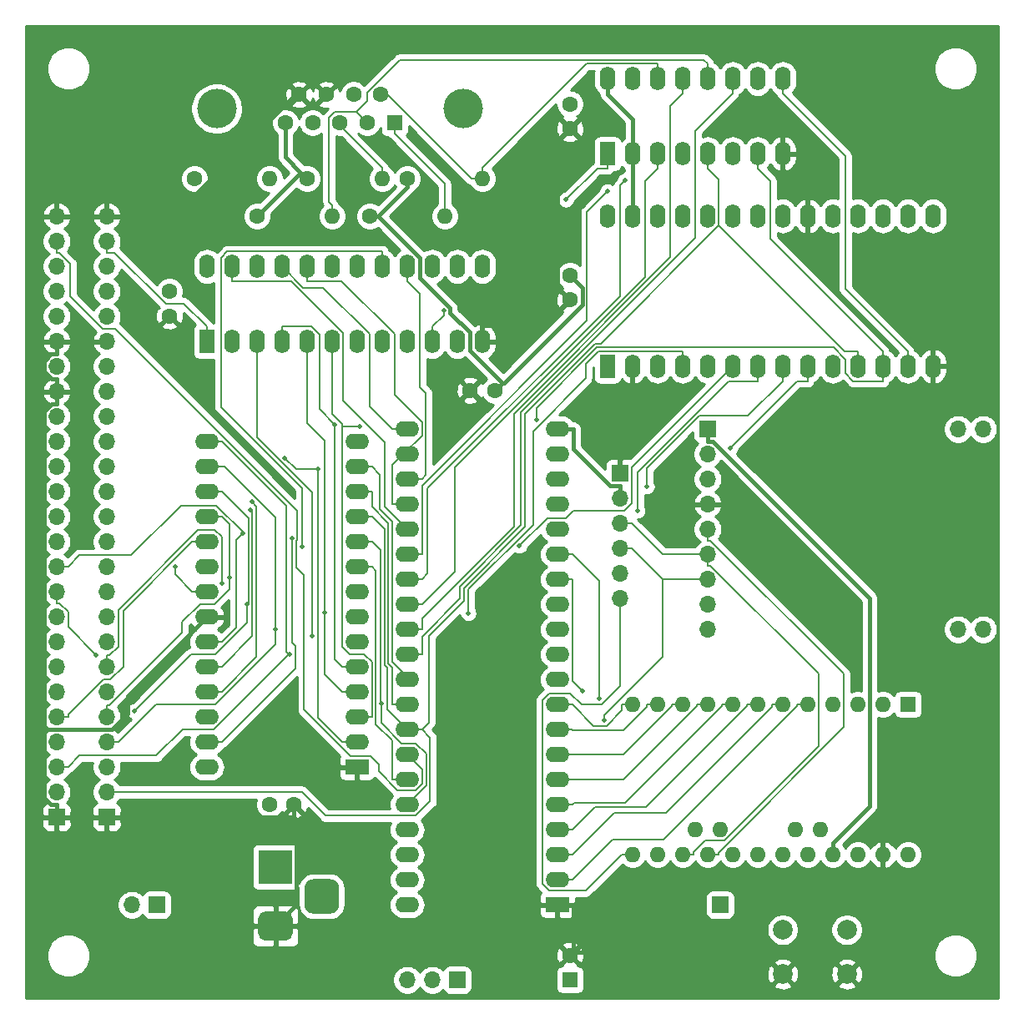
<source format=gbl>
G04 #@! TF.GenerationSoftware,KiCad,Pcbnew,(5.1.9)-1*
G04 #@! TF.CreationDate,2025-02-11T16:00:35+09:00*
G04 #@! TF.ProjectId,JR-100_SD,4a522d31-3030-45f5-9344-2e6b69636164,rev?*
G04 #@! TF.SameCoordinates,PX53920b0PY93c3260*
G04 #@! TF.FileFunction,Copper,L2,Bot*
G04 #@! TF.FilePolarity,Positive*
%FSLAX46Y46*%
G04 Gerber Fmt 4.6, Leading zero omitted, Abs format (unit mm)*
G04 Created by KiCad (PCBNEW (5.1.9)-1) date 2025-02-11 16:00:35*
%MOMM*%
%LPD*%
G01*
G04 APERTURE LIST*
G04 #@! TA.AperFunction,ComponentPad*
%ADD10C,1.600000*%
G04 #@! TD*
G04 #@! TA.AperFunction,ComponentPad*
%ADD11R,1.600000X2.400000*%
G04 #@! TD*
G04 #@! TA.AperFunction,ComponentPad*
%ADD12O,1.600000X2.400000*%
G04 #@! TD*
G04 #@! TA.AperFunction,ComponentPad*
%ADD13R,1.700000X1.700000*%
G04 #@! TD*
G04 #@! TA.AperFunction,ComponentPad*
%ADD14O,1.700000X1.700000*%
G04 #@! TD*
G04 #@! TA.AperFunction,ComponentPad*
%ADD15R,1.600000X1.600000*%
G04 #@! TD*
G04 #@! TA.AperFunction,ComponentPad*
%ADD16O,1.600000X1.600000*%
G04 #@! TD*
G04 #@! TA.AperFunction,ComponentPad*
%ADD17R,2.400000X1.600000*%
G04 #@! TD*
G04 #@! TA.AperFunction,ComponentPad*
%ADD18O,2.400000X1.600000*%
G04 #@! TD*
G04 #@! TA.AperFunction,ComponentPad*
%ADD19R,3.500000X3.500000*%
G04 #@! TD*
G04 #@! TA.AperFunction,ComponentPad*
%ADD20C,4.000000*%
G04 #@! TD*
G04 #@! TA.AperFunction,ComponentPad*
%ADD21C,2.000000*%
G04 #@! TD*
G04 #@! TA.AperFunction,ViaPad*
%ADD22C,0.500000*%
G04 #@! TD*
G04 #@! TA.AperFunction,Conductor*
%ADD23C,0.400000*%
G04 #@! TD*
G04 #@! TA.AperFunction,Conductor*
%ADD24C,0.200000*%
G04 #@! TD*
G04 #@! TA.AperFunction,Conductor*
%ADD25C,0.254000*%
G04 #@! TD*
G04 #@! TA.AperFunction,Conductor*
%ADD26C,0.100000*%
G04 #@! TD*
G04 APERTURE END LIST*
D10*
X45760000Y62332000D03*
X48260000Y62332000D03*
D11*
X59690000Y64786000D03*
D12*
X92710000Y80026000D03*
X62230000Y64786000D03*
X90170000Y80026000D03*
X64770000Y64786000D03*
X87630000Y80026000D03*
X67310000Y64786000D03*
X85090000Y80026000D03*
X69850000Y64786000D03*
X82550000Y80026000D03*
X72390000Y64786000D03*
X80010000Y80026000D03*
X74930000Y64786000D03*
X77470000Y80026000D03*
X77470000Y64786000D03*
X74930000Y80026000D03*
X80010000Y64786000D03*
X72390000Y80026000D03*
X82550000Y64786000D03*
X69850000Y80026000D03*
X85090000Y64786000D03*
X67310000Y80026000D03*
X87630000Y64786000D03*
X64770000Y80026000D03*
X90170000Y64786000D03*
X62230000Y80026000D03*
X92710000Y64786000D03*
X59690000Y80026000D03*
D10*
X55880000Y74011000D03*
X55880000Y71511000D03*
D13*
X8890000Y19050000D03*
D14*
X8890000Y21590000D03*
X8890000Y24130000D03*
X8890000Y26670000D03*
X8890000Y29210000D03*
X8890000Y31750000D03*
X8890000Y34290000D03*
X8890000Y36830000D03*
X8890000Y39370000D03*
X8890000Y41910000D03*
X8890000Y44450000D03*
X8890000Y46990000D03*
X8890000Y49530000D03*
X8890000Y52070000D03*
X8890000Y54610000D03*
X8890000Y57150000D03*
X8890000Y59690000D03*
X8890000Y62230000D03*
X8890000Y64770000D03*
X8890000Y67310000D03*
X8890000Y69850000D03*
X8890000Y72390000D03*
X8890000Y74930000D03*
X8890000Y77470000D03*
X8890000Y80010000D03*
D13*
X69850000Y58420000D03*
D14*
X69850000Y55880000D03*
X69850000Y53340000D03*
X69850000Y50800000D03*
X69850000Y48260000D03*
X69850000Y45720000D03*
X69850000Y43180000D03*
X69850000Y40640000D03*
X69850000Y38100000D03*
X97790000Y38100000D03*
X95250000Y38100000D03*
X97790000Y58420000D03*
X95250000Y58420000D03*
D15*
X90170000Y30480000D03*
D16*
X87630000Y30480000D03*
X85090000Y30480000D03*
X62230000Y15240000D03*
X82550000Y30480000D03*
X64770000Y15240000D03*
X80010000Y30480000D03*
X67310000Y15240000D03*
X77470000Y30480000D03*
X69850000Y15240000D03*
X74930000Y30480000D03*
X72390000Y15240000D03*
X72390000Y30480000D03*
X74930000Y15240000D03*
X69850000Y30480000D03*
X77470000Y15240000D03*
X67310000Y30480000D03*
X80010000Y15240000D03*
X64770000Y30480000D03*
X82550000Y15240000D03*
X62230000Y30480000D03*
X85090000Y15240000D03*
X87630000Y15240000D03*
X90170000Y15240000D03*
X81280000Y17780000D03*
X78740000Y17780000D03*
X71120000Y17780000D03*
X68580000Y17780000D03*
D13*
X60960000Y53975000D03*
D14*
X60960000Y51435000D03*
X60960000Y48895000D03*
X60960000Y46355000D03*
X60960000Y43815000D03*
X60960000Y41275000D03*
D10*
X27900000Y20320000D03*
X25400000Y20320000D03*
X55880000Y88900000D03*
X55880000Y91400000D03*
D13*
X3810000Y19050000D03*
D14*
X3810000Y21590000D03*
X3810000Y24130000D03*
X3810000Y26670000D03*
X3810000Y29210000D03*
X3810000Y31750000D03*
X3810000Y34290000D03*
X3810000Y36830000D03*
X3810000Y39370000D03*
X3810000Y41910000D03*
X3810000Y44450000D03*
X3810000Y46990000D03*
X3810000Y49530000D03*
X3810000Y52070000D03*
X3810000Y54610000D03*
X3810000Y57150000D03*
X3810000Y59690000D03*
X3810000Y62230000D03*
X3810000Y64770000D03*
X3810000Y67310000D03*
X3810000Y69850000D03*
X3810000Y72390000D03*
X3810000Y74930000D03*
X3810000Y77470000D03*
X3810000Y80010000D03*
D10*
X17780000Y83820000D03*
D16*
X25400000Y83820000D03*
X36830000Y83820000D03*
D10*
X29210000Y83820000D03*
X39370000Y83820000D03*
D16*
X46990000Y83820000D03*
X31750000Y80010000D03*
D10*
X24130000Y80010000D03*
X35560000Y80010000D03*
D16*
X43180000Y80010000D03*
D11*
X19050000Y67310000D03*
D12*
X46990000Y74930000D03*
X21590000Y67310000D03*
X44450000Y74930000D03*
X24130000Y67310000D03*
X41910000Y74930000D03*
X26670000Y67310000D03*
X39370000Y74930000D03*
X29210000Y67310000D03*
X36830000Y74930000D03*
X31750000Y67310000D03*
X34290000Y74930000D03*
X34290000Y67310000D03*
X31750000Y74930000D03*
X36830000Y67310000D03*
X29210000Y74930000D03*
X39370000Y67310000D03*
X26670000Y74930000D03*
X41910000Y67310000D03*
X24130000Y74930000D03*
X44450000Y67310000D03*
X21590000Y74930000D03*
X46990000Y67310000D03*
X19050000Y74930000D03*
D11*
X59690000Y86360000D03*
D12*
X77470000Y93980000D03*
X62230000Y86360000D03*
X74930000Y93980000D03*
X64770000Y86360000D03*
X72390000Y93980000D03*
X67310000Y86360000D03*
X69850000Y93980000D03*
X69850000Y86360000D03*
X67310000Y93980000D03*
X72390000Y86360000D03*
X64770000Y93980000D03*
X74930000Y86360000D03*
X62230000Y93980000D03*
X77470000Y86360000D03*
X59690000Y93980000D03*
D17*
X34290000Y24130000D03*
D18*
X19050000Y57150000D03*
X34290000Y26670000D03*
X19050000Y54610000D03*
X34290000Y29210000D03*
X19050000Y52070000D03*
X34290000Y31750000D03*
X19050000Y49530000D03*
X34290000Y34290000D03*
X19050000Y46990000D03*
X34290000Y36830000D03*
X19050000Y44450000D03*
X34290000Y39370000D03*
X19050000Y41910000D03*
X34290000Y41910000D03*
X19050000Y39370000D03*
X34290000Y44450000D03*
X19050000Y36830000D03*
X34290000Y46990000D03*
X19050000Y34290000D03*
X34290000Y49530000D03*
X19050000Y31750000D03*
X34290000Y52070000D03*
X19050000Y29210000D03*
X34290000Y54610000D03*
X19050000Y26670000D03*
X34290000Y57150000D03*
X19050000Y24130000D03*
D13*
X13970000Y10160000D03*
D14*
X11430000Y10160000D03*
D19*
X26000000Y14000000D03*
G04 #@! TA.AperFunction,ComponentPad*
G36*
G01*
X27000000Y6500000D02*
X25000000Y6500000D01*
G75*
G02*
X24250000Y7250000I0J750000D01*
G01*
X24250000Y8750000D01*
G75*
G02*
X25000000Y9500000I750000J0D01*
G01*
X27000000Y9500000D01*
G75*
G02*
X27750000Y8750000I0J-750000D01*
G01*
X27750000Y7250000D01*
G75*
G02*
X27000000Y6500000I-750000J0D01*
G01*
G37*
G04 #@! TD.AperFunction*
G04 #@! TA.AperFunction,ComponentPad*
G36*
G01*
X31575000Y9250000D02*
X29825000Y9250000D01*
G75*
G02*
X28950000Y10125000I0J875000D01*
G01*
X28950000Y11875000D01*
G75*
G02*
X29825000Y12750000I875000J0D01*
G01*
X31575000Y12750000D01*
G75*
G02*
X32450000Y11875000I0J-875000D01*
G01*
X32450000Y10125000D01*
G75*
G02*
X31575000Y9250000I-875000J0D01*
G01*
G37*
G04 #@! TD.AperFunction*
D13*
X44450000Y2540000D03*
D14*
X41910000Y2540000D03*
X39370000Y2540000D03*
D10*
X15240000Y69890000D03*
X15240000Y72390000D03*
D15*
X55880000Y2540000D03*
D10*
X55880000Y5040000D03*
D15*
X38080000Y89500000D03*
D10*
X35310000Y89500000D03*
X32540000Y89500000D03*
X29770000Y89500000D03*
X27000000Y89500000D03*
X36695000Y92340000D03*
X33925000Y92340000D03*
X31155000Y92340000D03*
X28385000Y92340000D03*
D20*
X45040000Y90920000D03*
X20040000Y90920000D03*
D13*
X71120000Y10160000D03*
D21*
X77470000Y3120000D03*
X77470000Y7620000D03*
X83970000Y3120000D03*
X83970000Y7620000D03*
D17*
X54610000Y10160000D03*
D18*
X39370000Y58420000D03*
X54610000Y12700000D03*
X39370000Y55880000D03*
X54610000Y15240000D03*
X39370000Y53340000D03*
X54610000Y17780000D03*
X39370000Y50800000D03*
X54610000Y20320000D03*
X39370000Y48260000D03*
X54610000Y22860000D03*
X39370000Y45720000D03*
X54610000Y25400000D03*
X39370000Y43180000D03*
X54610000Y27940000D03*
X39370000Y40640000D03*
X54610000Y30480000D03*
X39370000Y38100000D03*
X54610000Y33020000D03*
X39370000Y35560000D03*
X54610000Y35560000D03*
X39370000Y33020000D03*
X54610000Y38100000D03*
X39370000Y30480000D03*
X54610000Y40640000D03*
X39370000Y27940000D03*
X54610000Y43180000D03*
X39370000Y25400000D03*
X54610000Y45720000D03*
X39370000Y22860000D03*
X54610000Y48260000D03*
X39370000Y20320000D03*
X54610000Y50800000D03*
X39370000Y17780000D03*
X54610000Y53340000D03*
X39370000Y15240000D03*
X54610000Y55880000D03*
X39370000Y12700000D03*
X54610000Y58420000D03*
X39370000Y10160000D03*
D22*
X36764600Y30589900D03*
X23609300Y51062300D03*
X72118200Y56476200D03*
X7822700Y35456300D03*
X23432500Y50248500D03*
X20550300Y42755800D03*
X63686000Y52585300D03*
X15800600Y44450000D03*
X62735300Y50165000D03*
X22669800Y47867800D03*
X43078400Y70415000D03*
X50756400Y46576300D03*
X29708000Y37419800D03*
X26970300Y55484200D03*
X30296700Y54365100D03*
X32046300Y58866900D03*
X45590000Y39750000D03*
X31034400Y39772000D03*
X34587700Y58675500D03*
X59345600Y28874700D03*
X27651900Y47352300D03*
X26025800Y38100000D03*
X21348200Y43373900D03*
X61515000Y83672600D03*
X52471100Y59349400D03*
X27408800Y35560000D03*
X11670400Y29804000D03*
X23102900Y40640000D03*
X59708000Y82518800D03*
X28677600Y46450400D03*
X55486800Y81689400D03*
X57194500Y31804100D03*
X58843800Y31037100D03*
D23*
X82550000Y15240000D02*
X82550000Y16440300D01*
X69850000Y58420000D02*
X69850000Y57169700D01*
X69850000Y57169700D02*
X70390700Y57169700D01*
X70390700Y57169700D02*
X86296000Y41264400D01*
X86296000Y41264400D02*
X86296000Y20186300D01*
X86296000Y20186300D02*
X82550000Y16440300D01*
X49016300Y63088300D02*
X45720000Y66384500D01*
X45720000Y66384500D02*
X45720000Y68233300D01*
X45720000Y68233300D02*
X43728700Y70224600D01*
X43728700Y70224600D02*
X43728700Y70684400D01*
X43728700Y70684400D02*
X40640000Y73773100D01*
X40640000Y73773100D02*
X40640000Y75760100D01*
X40640000Y75760100D02*
X36390100Y80010000D01*
X36390100Y80010000D02*
X35560000Y80010000D01*
X36390100Y80010000D02*
X39370000Y82989900D01*
X39370000Y82989900D02*
X39370000Y83820000D01*
X55880000Y74011000D02*
X57116400Y72774600D01*
X57116400Y72774600D02*
X57116400Y71045000D01*
X57116400Y71045000D02*
X49159600Y63088200D01*
X49159600Y63088200D02*
X49016300Y63088200D01*
X49016300Y63088200D02*
X49016300Y63088300D01*
X48260000Y62332000D02*
X49016300Y63088300D01*
X62230000Y86360000D02*
X62230000Y81626300D01*
X59690000Y92379700D02*
X62230000Y89839700D01*
X62230000Y89839700D02*
X62230000Y86360000D01*
X62230000Y80026000D02*
X62230000Y81626300D01*
X28575000Y84455000D02*
X29210000Y83820000D01*
X27000000Y89500000D02*
X27000000Y86030000D01*
X27000000Y86030000D02*
X28575000Y84455000D01*
X28575000Y84455000D02*
X24130000Y80010000D01*
X54610000Y58420000D02*
X56210300Y58420000D01*
X60960000Y51435000D02*
X60960000Y52685300D01*
X60960000Y52685300D02*
X59947800Y52685300D01*
X59947800Y52685300D02*
X56210300Y56422800D01*
X56210300Y56422800D02*
X56210300Y58420000D01*
X59690000Y93980000D02*
X59690000Y92379700D01*
X19050000Y39370000D02*
X11020100Y31340100D01*
X11020100Y31340100D02*
X11020100Y29556000D01*
X11020100Y29556000D02*
X9404100Y27940000D01*
X9404100Y27940000D02*
X2520400Y27940000D01*
X62230000Y64786000D02*
X62230000Y63185700D01*
X62230000Y63185700D02*
X60960000Y61915700D01*
X60960000Y61915700D02*
X60960000Y53975000D01*
X46990000Y67310000D02*
X46990000Y68910300D01*
X54646500Y72744500D02*
X55880000Y71511000D01*
X55880000Y88900000D02*
X54646500Y87666500D01*
X54646500Y87666500D02*
X54646500Y72744500D01*
X46990000Y68910300D02*
X50812300Y68910300D01*
X50812300Y68910300D02*
X54646500Y72744500D01*
X27900000Y19050000D02*
X8890000Y19050000D01*
X26000000Y8000000D02*
X28150400Y10150400D01*
X28150400Y10150400D02*
X28150400Y18799600D01*
X28150400Y18799600D02*
X27900000Y19050000D01*
X27900000Y20320000D02*
X27900000Y19050000D01*
X77470000Y86360000D02*
X77470000Y84759700D01*
X80010000Y80026000D02*
X80010000Y82219700D01*
X80010000Y82219700D02*
X77470000Y84759700D01*
X56210300Y5370300D02*
X55880000Y5040000D01*
X56210300Y10160000D02*
X56210300Y5370300D01*
X56210300Y5370300D02*
X75219700Y5370300D01*
X75219700Y5370300D02*
X77470000Y3120000D01*
X8890000Y80010000D02*
X15698600Y80010000D01*
X15698600Y80010000D02*
X28028600Y92340000D01*
X28028600Y92340000D02*
X28385000Y92340000D01*
X2520400Y27940000D02*
X2520400Y60208200D01*
X2520400Y60208200D02*
X3291900Y60979700D01*
X3291900Y60979700D02*
X3810000Y60979700D01*
X3810000Y20300300D02*
X3263000Y20300300D01*
X3263000Y20300300D02*
X2520400Y21042900D01*
X2520400Y21042900D02*
X2520400Y27940000D01*
X3810000Y62230000D02*
X3810000Y60979700D01*
X3810000Y19050000D02*
X3810000Y20300300D01*
X3810000Y62230000D02*
X3810000Y63480300D01*
X3810000Y67310000D02*
X3810000Y66059700D01*
X3810000Y66059700D02*
X3263000Y66059700D01*
X3263000Y66059700D02*
X2520400Y65317100D01*
X2520400Y65317100D02*
X2520400Y64251800D01*
X2520400Y64251800D02*
X3291900Y63480300D01*
X3291900Y63480300D02*
X3810000Y63480300D01*
X83970000Y3120000D02*
X87630000Y6780000D01*
X87630000Y6780000D02*
X87630000Y15240000D01*
X54610000Y10160000D02*
X56210300Y10160000D01*
D24*
X35790300Y46990000D02*
X36668800Y46111500D01*
X36668800Y46111500D02*
X36668800Y30685700D01*
X36668800Y30685700D02*
X36764600Y30589900D01*
X36764600Y30589900D02*
X36764600Y28586100D01*
X36764600Y28586100D02*
X38822300Y26528400D01*
X38822300Y26528400D02*
X40251000Y26528400D01*
X40251000Y26528400D02*
X41303000Y25476400D01*
X41303000Y25476400D02*
X41303000Y22253000D01*
X41303000Y22253000D02*
X39370000Y20320000D01*
X34290000Y46990000D02*
X35790300Y46990000D01*
X20550300Y31750000D02*
X24094000Y35293700D01*
X24094000Y35293700D02*
X24094000Y50577600D01*
X24094000Y50577600D02*
X23609300Y51062300D01*
X19050000Y31750000D02*
X20550300Y31750000D01*
X35790300Y44450000D02*
X36197700Y44042600D01*
X36197700Y44042600D02*
X36197700Y28491500D01*
X36197700Y28491500D02*
X37869700Y26819500D01*
X37869700Y26819500D02*
X37869700Y22860000D01*
X80010000Y63285700D02*
X78927700Y63285700D01*
X78927700Y63285700D02*
X72118200Y56476200D01*
X80010000Y64786000D02*
X80010000Y63285700D01*
X34290000Y44450000D02*
X35790300Y44450000D01*
X39370000Y22860000D02*
X37869700Y22860000D01*
X20550300Y34290000D02*
X23670400Y37410100D01*
X23670400Y37410100D02*
X23670400Y50010600D01*
X23670400Y50010600D02*
X23432500Y50248500D01*
X3810000Y41910000D02*
X3810000Y40759700D01*
X3810000Y40759700D02*
X4097700Y40759700D01*
X4097700Y40759700D02*
X4960300Y39897100D01*
X4960300Y39897100D02*
X4960300Y38318700D01*
X4960300Y38318700D02*
X7822700Y35456300D01*
X19050000Y34290000D02*
X20550300Y34290000D01*
X8890000Y34290000D02*
X8890000Y35440300D01*
X8890000Y35440300D02*
X9177700Y35440300D01*
X9177700Y35440300D02*
X10040300Y36302900D01*
X10040300Y36302900D02*
X10040300Y40068300D01*
X10040300Y40068300D02*
X18132400Y48160400D01*
X18132400Y48160400D02*
X19853000Y48160400D01*
X19853000Y48160400D02*
X20550300Y47463100D01*
X20550300Y47463100D02*
X20550300Y42755800D01*
X63686000Y52585300D02*
X63686000Y54426800D01*
X63686000Y54426800D02*
X69030500Y59771300D01*
X69030500Y59771300D02*
X73955600Y59771300D01*
X73955600Y59771300D02*
X77470000Y63285700D01*
X77470000Y64786000D02*
X77470000Y63285700D01*
X17549700Y41910000D02*
X15800600Y43659100D01*
X15800600Y43659100D02*
X15800600Y44450000D01*
X19050000Y41910000D02*
X17549700Y41910000D01*
X62735300Y50165000D02*
X62735300Y54042200D01*
X62735300Y54042200D02*
X71978800Y63285700D01*
X71978800Y63285700D02*
X74930000Y63285700D01*
X74930000Y64786000D02*
X74930000Y63285700D01*
X22669800Y47867800D02*
X21977700Y47175700D01*
X21977700Y47175700D02*
X21977700Y38257400D01*
X21977700Y38257400D02*
X20550300Y36830000D01*
X3810000Y44450000D02*
X4960300Y44450000D01*
X4960300Y44450000D02*
X6110600Y45600300D01*
X6110600Y45600300D02*
X11338100Y45600300D01*
X11338100Y45600300D02*
X16394400Y50656600D01*
X16394400Y50656600D02*
X20007600Y50656600D01*
X20007600Y50656600D02*
X22669800Y47994400D01*
X22669800Y47994400D02*
X22669800Y47867800D01*
X19050000Y36830000D02*
X20550300Y36830000D01*
X41910000Y67310000D02*
X41910000Y68810300D01*
X41910000Y68810300D02*
X43078400Y69978700D01*
X43078400Y69978700D02*
X43078400Y70415000D01*
X50756400Y46576300D02*
X53568500Y49388400D01*
X53568500Y49388400D02*
X55453400Y49388400D01*
X55453400Y49388400D02*
X56230000Y50165000D01*
X56230000Y50165000D02*
X61375900Y50165000D01*
X61375900Y50165000D02*
X62110400Y50899500D01*
X62110400Y50899500D02*
X62110400Y54506400D01*
X62110400Y54506400D02*
X72390000Y64786000D01*
X29708000Y37419800D02*
X29708000Y51968300D01*
X29708000Y51968300D02*
X24130000Y57546300D01*
X24130000Y57546300D02*
X24130000Y65809700D01*
X24130000Y67310000D02*
X24130000Y65809700D01*
X30296700Y54365100D02*
X28089400Y54365100D01*
X28089400Y54365100D02*
X26970300Y55484200D01*
X32789700Y26670000D02*
X30296700Y29163000D01*
X30296700Y29163000D02*
X30296700Y54365100D01*
X34290000Y26670000D02*
X32789700Y26670000D01*
X26670000Y68810300D02*
X29674300Y68810300D01*
X29674300Y68810300D02*
X30480000Y68004600D01*
X30480000Y68004600D02*
X30480000Y60433200D01*
X30480000Y60433200D02*
X32046300Y58866900D01*
X32789700Y34290000D02*
X32046300Y35033400D01*
X32046300Y35033400D02*
X32046300Y58866900D01*
X34290000Y34290000D02*
X32789700Y34290000D01*
X26670000Y67310000D02*
X26670000Y68810300D01*
X67310000Y66286300D02*
X58765600Y66286300D01*
X58765600Y66286300D02*
X57481100Y65001800D01*
X57481100Y65001800D02*
X57481100Y63559300D01*
X57481100Y63559300D02*
X52127900Y58206100D01*
X52127900Y58206100D02*
X52127900Y48726000D01*
X52127900Y48726000D02*
X45590000Y42188100D01*
X45590000Y42188100D02*
X45590000Y39750000D01*
X29210000Y65809700D02*
X29210000Y59041600D01*
X29210000Y59041600D02*
X31034400Y57217200D01*
X31034400Y57217200D02*
X31034400Y39772000D01*
X67310000Y64786000D02*
X67310000Y66286300D01*
X31034400Y39772000D02*
X31034400Y33505300D01*
X31034400Y33505300D02*
X32789700Y31750000D01*
X34290000Y31750000D02*
X32789700Y31750000D01*
X29210000Y67310000D02*
X29210000Y65809700D01*
X32753700Y58675500D02*
X32753700Y58937800D01*
X32753700Y58937800D02*
X31750000Y59941500D01*
X31750000Y59941500D02*
X31750000Y67310000D01*
X32753700Y58675500D02*
X32753700Y36369300D01*
X32753700Y36369300D02*
X33563000Y35560000D01*
X33563000Y35560000D02*
X34998700Y35560000D01*
X34998700Y35560000D02*
X35790300Y34768400D01*
X35790300Y34768400D02*
X35790300Y29210000D01*
X34587700Y58675500D02*
X32753700Y58675500D01*
X34290000Y29210000D02*
X35790300Y29210000D01*
X39370000Y25400000D02*
X40902600Y23867400D01*
X40902600Y23867400D02*
X40902600Y22418900D01*
X40902600Y22418900D02*
X40216100Y21732400D01*
X40216100Y21732400D02*
X38401200Y21732400D01*
X38401200Y21732400D02*
X36460300Y23673300D01*
X36460300Y23673300D02*
X36460300Y24428800D01*
X36460300Y24428800D02*
X35658700Y25230400D01*
X35658700Y25230400D02*
X33627800Y25230400D01*
X33627800Y25230400D02*
X28893500Y29964700D01*
X28893500Y29964700D02*
X28893500Y43602500D01*
X28893500Y43602500D02*
X28127200Y44368800D01*
X28127200Y44368800D02*
X28127200Y47049300D01*
X28127200Y47049300D02*
X28202200Y47124300D01*
X28202200Y47124300D02*
X28202200Y50127400D01*
X28202200Y50127400D02*
X9749600Y68580000D01*
X9749600Y68580000D02*
X8493300Y68580000D01*
X8493300Y68580000D02*
X5199600Y71873700D01*
X5199600Y71873700D02*
X5199600Y75168400D01*
X5199600Y75168400D02*
X4048300Y76319700D01*
X4048300Y76319700D02*
X3810000Y76319700D01*
X3810000Y77470000D02*
X3810000Y76319700D01*
X69850000Y15240000D02*
X70950300Y15240000D01*
X69850000Y48260000D02*
X69850000Y47109700D01*
X69850000Y47109700D02*
X70137600Y47109700D01*
X70137600Y47109700D02*
X83664400Y33582900D01*
X83664400Y33582900D02*
X83664400Y28166500D01*
X83664400Y28166500D02*
X70950300Y15452400D01*
X70950300Y15452400D02*
X70950300Y15240000D01*
X69850000Y44569700D02*
X70137600Y44569700D01*
X70137600Y44569700D02*
X81129600Y33577700D01*
X81129600Y33577700D02*
X81129600Y26230800D01*
X81129600Y26230800D02*
X71578400Y16679600D01*
X71578400Y16679600D02*
X69621900Y16679600D01*
X69621900Y16679600D02*
X68410300Y15468000D01*
X68410300Y15468000D02*
X68410300Y15240000D01*
X69850000Y45720000D02*
X65285300Y45720000D01*
X65285300Y45720000D02*
X62110300Y48895000D01*
X67310000Y15240000D02*
X68410300Y15240000D01*
X69850000Y45720000D02*
X69850000Y44569700D01*
X60960000Y48895000D02*
X62110300Y48895000D01*
X65285300Y43180000D02*
X69850000Y43180000D01*
X62110300Y46355000D02*
X65285300Y43180000D01*
X65285300Y43180000D02*
X65285300Y35327100D01*
X65285300Y35327100D02*
X59345600Y29387400D01*
X59345600Y29387400D02*
X59345600Y28874700D01*
X60960000Y46355000D02*
X62110300Y46355000D01*
X60960000Y40124700D02*
X60960000Y32316700D01*
X60960000Y32316700D02*
X59094700Y30451400D01*
X59094700Y30451400D02*
X57080500Y30451400D01*
X57080500Y30451400D02*
X55921900Y31610000D01*
X55921900Y31610000D02*
X53750700Y31610000D01*
X53750700Y31610000D02*
X53072100Y30931400D01*
X53072100Y30931400D02*
X53072100Y12279000D01*
X53072100Y12279000D02*
X53765900Y11585200D01*
X53765900Y11585200D02*
X57474900Y11585200D01*
X57474900Y11585200D02*
X61129700Y15240000D01*
X62230000Y15240000D02*
X61129700Y15240000D01*
X60960000Y41275000D02*
X60960000Y40124700D01*
X39370000Y58420000D02*
X37869700Y58420000D01*
X37869700Y58420000D02*
X35560000Y60729700D01*
X35560000Y60729700D02*
X35560000Y68043500D01*
X35560000Y68043500D02*
X30827800Y72775700D01*
X30827800Y72775700D02*
X28824300Y72775700D01*
X28824300Y72775700D02*
X26670000Y74930000D01*
X19050000Y26670000D02*
X20550300Y26670000D01*
X27651900Y47352300D02*
X27651900Y36771500D01*
X27651900Y36771500D02*
X28006100Y36417300D01*
X28006100Y36417300D02*
X28006100Y34125800D01*
X28006100Y34125800D02*
X20550300Y26670000D01*
X70961100Y79051500D02*
X58997000Y67087400D01*
X58997000Y67087400D02*
X58434500Y67087400D01*
X58434500Y67087400D02*
X51327300Y59980200D01*
X51327300Y59980200D02*
X51327300Y48491500D01*
X51327300Y48491500D02*
X45130500Y42294700D01*
X45130500Y42294700D02*
X45130500Y40995500D01*
X45130500Y40995500D02*
X41591500Y37456500D01*
X41591500Y37456500D02*
X41591500Y28661300D01*
X41591500Y28661300D02*
X40870200Y27940000D01*
X35790300Y49530000D02*
X37069100Y48251200D01*
X37069100Y48251200D02*
X37069100Y34436000D01*
X37069100Y34436000D02*
X37314900Y34190200D01*
X37314900Y34190200D02*
X37314900Y29995100D01*
X37314900Y29995100D02*
X39370000Y27940000D01*
X70961100Y79051500D02*
X70961100Y83748600D01*
X70961100Y83748600D02*
X69850000Y84859700D01*
X70961100Y79051500D02*
X83726300Y66286300D01*
X83726300Y66286300D02*
X85090000Y66286300D01*
X85090000Y64786000D02*
X85090000Y66286300D01*
X69850000Y86360000D02*
X69850000Y84859700D01*
X40870200Y27940000D02*
X41703400Y27106800D01*
X41703400Y27106800D02*
X41703400Y20630000D01*
X41703400Y20630000D02*
X40260000Y19186600D01*
X40260000Y19186600D02*
X31113800Y19186600D01*
X31113800Y19186600D02*
X28710400Y21590000D01*
X28710400Y21590000D02*
X8890000Y21590000D01*
X40770200Y27940000D02*
X40870200Y27940000D01*
X39370000Y27940000D02*
X40770200Y27940000D01*
X34290000Y49530000D02*
X35790300Y49530000D01*
X34290000Y54610000D02*
X35790300Y54610000D01*
X39370000Y33020000D02*
X39370000Y33267300D01*
X39370000Y33267300D02*
X37869700Y34767600D01*
X37869700Y34767600D02*
X37869700Y49056600D01*
X37869700Y49056600D02*
X36594800Y50331500D01*
X36594800Y50331500D02*
X36594800Y53805500D01*
X36594800Y53805500D02*
X35790300Y54610000D01*
X77470000Y93980000D02*
X77470000Y92479700D01*
X90170000Y64786000D02*
X90170000Y66286300D01*
X90170000Y66286300D02*
X83820000Y72636300D01*
X83820000Y72636300D02*
X83820000Y86129700D01*
X83820000Y86129700D02*
X77470000Y92479700D01*
X67310000Y92479700D02*
X66040000Y91209700D01*
X66040000Y91209700D02*
X66040000Y75828700D01*
X66040000Y75828700D02*
X50198100Y59986800D01*
X50198100Y59986800D02*
X50198100Y48494500D01*
X50198100Y48494500D02*
X40870300Y39166700D01*
X40870300Y39166700D02*
X40870300Y38100000D01*
X20550300Y54610000D02*
X20839900Y54610000D01*
X20839900Y54610000D02*
X26025800Y49424100D01*
X26025800Y49424100D02*
X26025800Y38100000D01*
X8890000Y26670000D02*
X10040300Y26670000D01*
X26025800Y38100000D02*
X26025800Y36624500D01*
X26025800Y36624500D02*
X19881300Y30480000D01*
X19881300Y30480000D02*
X13850300Y30480000D01*
X13850300Y30480000D02*
X10040300Y26670000D01*
X19050000Y54610000D02*
X20550300Y54610000D01*
X67310000Y93980000D02*
X67310000Y92479700D01*
X39370000Y38100000D02*
X40870300Y38100000D01*
X8890000Y29210000D02*
X8890000Y30360300D01*
X8890000Y30360300D02*
X9138900Y30360300D01*
X9138900Y30360300D02*
X16555500Y37776900D01*
X16555500Y37776900D02*
X16555500Y38837000D01*
X16555500Y38837000D02*
X18358500Y40640000D01*
X18358500Y40640000D02*
X19777700Y40640000D01*
X19777700Y40640000D02*
X21348200Y42210500D01*
X21348200Y42210500D02*
X21348200Y43373900D01*
X19050000Y49530000D02*
X20550300Y49530000D01*
X21348200Y43373900D02*
X21348200Y48732100D01*
X21348200Y48732100D02*
X20550300Y49530000D01*
X40870300Y43180000D02*
X41436500Y43746200D01*
X41436500Y43746200D02*
X41436500Y52372700D01*
X41436500Y52372700D02*
X60960000Y71896200D01*
X60960000Y71896200D02*
X60960000Y83117600D01*
X60960000Y83117600D02*
X61515000Y83672600D01*
X39370000Y43180000D02*
X40870300Y43180000D01*
X87630000Y63285700D02*
X84626700Y63285700D01*
X84626700Y63285700D02*
X83820000Y64092400D01*
X83820000Y64092400D02*
X83820000Y65478600D01*
X83820000Y65478600D02*
X82611500Y66687100D01*
X82611500Y66687100D02*
X58600300Y66687100D01*
X58600300Y66687100D02*
X52471100Y60557900D01*
X52471100Y60557900D02*
X52471100Y59349400D01*
X35790300Y52070000D02*
X35790300Y50569700D01*
X35790300Y50569700D02*
X37469400Y48890600D01*
X37469400Y48890600D02*
X37469400Y34601800D01*
X37469400Y34601800D02*
X37869700Y34201500D01*
X37869700Y34201500D02*
X37869700Y30480000D01*
X34290000Y52070000D02*
X35790300Y52070000D01*
X39370000Y30480000D02*
X37869700Y30480000D01*
X87630000Y64786000D02*
X87630000Y63285700D01*
X74930000Y86360000D02*
X74930000Y84859700D01*
X87630000Y64786000D02*
X87630000Y66286300D01*
X87630000Y66286300D02*
X76200000Y77716300D01*
X76200000Y77716300D02*
X76200000Y83589700D01*
X76200000Y83589700D02*
X74930000Y84859700D01*
X72390000Y92479700D02*
X68580000Y88669700D01*
X68580000Y88669700D02*
X68580000Y77799000D01*
X68580000Y77799000D02*
X50926900Y60145900D01*
X50926900Y60145900D02*
X50926900Y48657200D01*
X50926900Y48657200D02*
X44730200Y42460500D01*
X44730200Y42460500D02*
X44730200Y41210900D01*
X44730200Y41210900D02*
X40870300Y37351000D01*
X40870300Y37351000D02*
X40870300Y35560000D01*
X27376800Y35560000D02*
X27408800Y35560000D01*
X27376800Y35560000D02*
X19756800Y27940000D01*
X19756800Y27940000D02*
X16583100Y27940000D01*
X16583100Y27940000D02*
X13923400Y25280300D01*
X13923400Y25280300D02*
X6110600Y25280300D01*
X6110600Y25280300D02*
X4960300Y24130000D01*
X20550300Y57150000D02*
X27101600Y50598700D01*
X27101600Y50598700D02*
X27101600Y35835200D01*
X27101600Y35835200D02*
X27376800Y35560000D01*
X3810000Y24130000D02*
X4960300Y24130000D01*
X19050000Y57150000D02*
X20550300Y57150000D01*
X39370000Y35560000D02*
X40870300Y35560000D01*
X72390000Y93980000D02*
X72390000Y92479700D01*
X23102900Y40640000D02*
X23102900Y38766900D01*
X23102900Y38766900D02*
X19896000Y35560000D01*
X19896000Y35560000D02*
X17426400Y35560000D01*
X17426400Y35560000D02*
X11670400Y29804000D01*
X20550300Y52070000D02*
X23270000Y49350300D01*
X23270000Y49350300D02*
X23270000Y40807100D01*
X23270000Y40807100D02*
X23102900Y40640000D01*
X19050000Y52070000D02*
X20550300Y52070000D01*
X64770000Y84859700D02*
X63500000Y83589700D01*
X63500000Y83589700D02*
X63500000Y73854800D01*
X63500000Y73854800D02*
X44164700Y54519500D01*
X44164700Y54519500D02*
X44164700Y43934400D01*
X44164700Y43934400D02*
X40870300Y40640000D01*
X39370000Y40640000D02*
X40870300Y40640000D01*
X64770000Y86360000D02*
X64770000Y84859700D01*
X3810000Y29210000D02*
X4960300Y29210000D01*
X19050000Y46990000D02*
X17549700Y46990000D01*
X17549700Y46990000D02*
X10559600Y39999900D01*
X10559600Y39999900D02*
X10559600Y34304400D01*
X10559600Y34304400D02*
X9275200Y33020000D01*
X9275200Y33020000D02*
X8531900Y33020000D01*
X8531900Y33020000D02*
X4960300Y29448400D01*
X4960300Y29448400D02*
X4960300Y29210000D01*
X39370000Y45720000D02*
X40870300Y45720000D01*
X40870300Y45720000D02*
X40870300Y52679100D01*
X40870300Y52679100D02*
X57616800Y69425600D01*
X57616800Y69425600D02*
X57616800Y80427600D01*
X57616800Y80427600D02*
X59708000Y82518800D01*
X38080000Y89500000D02*
X38080000Y88399700D01*
X38080000Y88399700D02*
X43180000Y83299700D01*
X43180000Y83299700D02*
X43180000Y80010000D01*
X69850000Y93980000D02*
X69850000Y95480300D01*
X34198700Y90611300D02*
X32041200Y90611300D01*
X32041200Y90611300D02*
X31432000Y90002100D01*
X31432000Y90002100D02*
X31432000Y81428300D01*
X31432000Y81428300D02*
X31750000Y81110300D01*
X35310000Y89500000D02*
X34198700Y90611300D01*
X69850000Y95480300D02*
X69446500Y95883800D01*
X69446500Y95883800D02*
X38633900Y95883800D01*
X38633900Y95883800D02*
X35310100Y92560000D01*
X35310100Y92560000D02*
X35310100Y91722700D01*
X35310100Y91722700D02*
X34198700Y90611300D01*
X31750000Y80010000D02*
X31750000Y81110300D01*
X36830000Y83820000D02*
X36830000Y84920300D01*
X32540000Y89500000D02*
X32540000Y89210300D01*
X32540000Y89210300D02*
X36830000Y84920300D01*
X46990000Y83820000D02*
X46990000Y84920300D01*
X64770000Y93980000D02*
X64770000Y95480300D01*
X64770000Y95480300D02*
X57550000Y95480300D01*
X57550000Y95480300D02*
X46990000Y84920300D01*
X46990000Y83820000D02*
X45889700Y83820000D01*
X36695000Y92340000D02*
X37369700Y92340000D01*
X37369700Y92340000D02*
X45889700Y83820000D01*
X40870300Y53340000D02*
X41270600Y53740300D01*
X41270600Y53740300D02*
X41270600Y62034100D01*
X41270600Y62034100D02*
X40640000Y62664700D01*
X40640000Y62664700D02*
X40640000Y72159700D01*
X40640000Y72159700D02*
X39370000Y73429700D01*
X39370000Y74930000D02*
X39370000Y73429700D01*
X39370000Y53340000D02*
X40870300Y53340000D01*
X28677600Y46450400D02*
X28677600Y52432500D01*
X28677600Y52432500D02*
X20479700Y60630400D01*
X20479700Y60630400D02*
X20479700Y75791700D01*
X20479700Y75791700D02*
X21118300Y76430300D01*
X21118300Y76430300D02*
X36830000Y76430300D01*
X36830000Y74930000D02*
X36830000Y76430300D01*
X59690000Y86360000D02*
X59690000Y84859700D01*
X59690000Y84859700D02*
X58657100Y84859700D01*
X58657100Y84859700D02*
X55486800Y81689400D01*
X54610000Y12700000D02*
X56110300Y12700000D01*
X80010000Y30480000D02*
X78909700Y30480000D01*
X78909700Y30480000D02*
X78909700Y30342300D01*
X78909700Y30342300D02*
X65349700Y16782300D01*
X65349700Y16782300D02*
X60192600Y16782300D01*
X60192600Y16782300D02*
X56110300Y12700000D01*
X54610000Y15240000D02*
X56110300Y15240000D01*
X77470000Y30480000D02*
X76369700Y30480000D01*
X56110300Y15240000D02*
X60350800Y19480500D01*
X60350800Y19480500D02*
X65598200Y19480500D01*
X65598200Y19480500D02*
X76369700Y30252000D01*
X76369700Y30252000D02*
X76369700Y30480000D01*
X73829700Y30480000D02*
X73829700Y30320400D01*
X73829700Y30320400D02*
X63590200Y20080900D01*
X63590200Y20080900D02*
X58411200Y20080900D01*
X58411200Y20080900D02*
X56110300Y17780000D01*
X54610000Y17780000D02*
X56110300Y17780000D01*
X74930000Y30480000D02*
X73829700Y30480000D01*
X8890000Y77470000D02*
X8890000Y76319700D01*
X19050000Y67310000D02*
X19050000Y68810300D01*
X19050000Y68810300D02*
X16720300Y71140000D01*
X16720300Y71140000D02*
X14866500Y71140000D01*
X14866500Y71140000D02*
X9686800Y76319700D01*
X9686800Y76319700D02*
X8890000Y76319700D01*
X39370000Y50800000D02*
X37869700Y50800000D01*
X37869700Y50800000D02*
X37869700Y54754700D01*
X37869700Y54754700D02*
X38995000Y55880000D01*
X29210000Y74930000D02*
X29210000Y73429700D01*
X38995000Y55880000D02*
X40870300Y57755300D01*
X40870300Y57755300D02*
X40870300Y59120000D01*
X40870300Y59120000D02*
X38100000Y61890300D01*
X38100000Y61890300D02*
X38100000Y68056700D01*
X38100000Y68056700D02*
X32727000Y73429700D01*
X32727000Y73429700D02*
X29210000Y73429700D01*
X39370000Y55880000D02*
X38995000Y55880000D01*
X71289700Y30480000D02*
X71289700Y30320300D01*
X71289700Y30320300D02*
X61450600Y20481200D01*
X61450600Y20481200D02*
X56271500Y20481200D01*
X56271500Y20481200D02*
X56110300Y20320000D01*
X54610000Y20320000D02*
X56110300Y20320000D01*
X72390000Y30480000D02*
X71289700Y30480000D01*
X56110300Y43180000D02*
X56110300Y32888300D01*
X56110300Y32888300D02*
X57194500Y31804100D01*
X54610000Y43180000D02*
X56110300Y43180000D01*
X54610000Y45720000D02*
X56110300Y45720000D01*
X56110300Y45720000D02*
X58843800Y42986500D01*
X58843800Y42986500D02*
X58843800Y31037100D01*
X54610000Y22860000D02*
X56110300Y22860000D01*
X68749700Y30480000D02*
X68749700Y30320400D01*
X68749700Y30320400D02*
X61289400Y22860100D01*
X61289400Y22860100D02*
X56110300Y22860100D01*
X56110300Y22860100D02*
X56110300Y22860000D01*
X69850000Y30480000D02*
X68749700Y30480000D01*
X54610000Y25400000D02*
X56110300Y25400000D01*
X66209700Y30480000D02*
X66209700Y30320400D01*
X66209700Y30320400D02*
X61289400Y25400100D01*
X61289400Y25400100D02*
X56110300Y25400100D01*
X56110300Y25400100D02*
X56110300Y25400000D01*
X67310000Y30480000D02*
X66209700Y30480000D01*
X21590000Y74930000D02*
X21590000Y73429700D01*
X39370000Y48260000D02*
X37115900Y50514100D01*
X37115900Y50514100D02*
X37115900Y57059100D01*
X37115900Y57059100D02*
X32862700Y61312300D01*
X32862700Y61312300D02*
X32862700Y68156300D01*
X32862700Y68156300D02*
X27589300Y73429700D01*
X27589300Y73429700D02*
X21590000Y73429700D01*
X56110300Y27940000D02*
X56172700Y27877600D01*
X56172700Y27877600D02*
X61295300Y27877600D01*
X61295300Y27877600D02*
X63669700Y30252000D01*
X63669700Y30252000D02*
X63669700Y30480000D01*
X64770000Y30480000D02*
X63669700Y30480000D01*
X54610000Y27940000D02*
X56110300Y27940000D01*
X62230000Y30480000D02*
X61129700Y30480000D01*
X54610000Y30480000D02*
X56110300Y30480000D01*
X56110300Y30480000D02*
X58278700Y28311600D01*
X58278700Y28311600D02*
X59578400Y28311600D01*
X59578400Y28311600D02*
X61129700Y29862900D01*
X61129700Y29862900D02*
X61129700Y30480000D01*
D25*
X99340000Y660000D02*
X660000Y660000D01*
X660000Y2686260D01*
X37885000Y2686260D01*
X37885000Y2393740D01*
X37942068Y2106842D01*
X38054010Y1836589D01*
X38216525Y1593368D01*
X38423368Y1386525D01*
X38666589Y1224010D01*
X38936842Y1112068D01*
X39223740Y1055000D01*
X39516260Y1055000D01*
X39803158Y1112068D01*
X40073411Y1224010D01*
X40316632Y1386525D01*
X40523475Y1593368D01*
X40640000Y1767760D01*
X40756525Y1593368D01*
X40963368Y1386525D01*
X41206589Y1224010D01*
X41476842Y1112068D01*
X41763740Y1055000D01*
X42056260Y1055000D01*
X42343158Y1112068D01*
X42613411Y1224010D01*
X42856632Y1386525D01*
X42988487Y1518380D01*
X43010498Y1445820D01*
X43069463Y1335506D01*
X43148815Y1238815D01*
X43245506Y1159463D01*
X43355820Y1100498D01*
X43475518Y1064188D01*
X43600000Y1051928D01*
X45300000Y1051928D01*
X45424482Y1064188D01*
X45544180Y1100498D01*
X45654494Y1159463D01*
X45751185Y1238815D01*
X45830537Y1335506D01*
X45889502Y1445820D01*
X45925812Y1565518D01*
X45938072Y1690000D01*
X45938072Y3340000D01*
X54441928Y3340000D01*
X54441928Y1740000D01*
X54454188Y1615518D01*
X54490498Y1495820D01*
X54549463Y1385506D01*
X54628815Y1288815D01*
X54725506Y1209463D01*
X54835820Y1150498D01*
X54955518Y1114188D01*
X55080000Y1101928D01*
X56680000Y1101928D01*
X56804482Y1114188D01*
X56924180Y1150498D01*
X57034494Y1209463D01*
X57131185Y1288815D01*
X57210537Y1385506D01*
X57269502Y1495820D01*
X57305812Y1615518D01*
X57318072Y1740000D01*
X57318072Y1984587D01*
X76514192Y1984587D01*
X76609956Y1720186D01*
X76899571Y1579296D01*
X77211108Y1497616D01*
X77532595Y1478282D01*
X77851675Y1522039D01*
X78156088Y1627205D01*
X78330044Y1720186D01*
X78425808Y1984587D01*
X83014192Y1984587D01*
X83109956Y1720186D01*
X83399571Y1579296D01*
X83711108Y1497616D01*
X84032595Y1478282D01*
X84351675Y1522039D01*
X84656088Y1627205D01*
X84830044Y1720186D01*
X84925808Y1984587D01*
X83970000Y2940395D01*
X83014192Y1984587D01*
X78425808Y1984587D01*
X77470000Y2940395D01*
X76514192Y1984587D01*
X57318072Y1984587D01*
X57318072Y3057405D01*
X75828282Y3057405D01*
X75872039Y2738325D01*
X75977205Y2433912D01*
X76070186Y2259956D01*
X76334587Y2164192D01*
X77290395Y3120000D01*
X77649605Y3120000D01*
X78605413Y2164192D01*
X78869814Y2259956D01*
X79010704Y2549571D01*
X79092384Y2861108D01*
X79104189Y3057405D01*
X82328282Y3057405D01*
X82372039Y2738325D01*
X82477205Y2433912D01*
X82570186Y2259956D01*
X82834587Y2164192D01*
X83790395Y3120000D01*
X84149605Y3120000D01*
X85105413Y2164192D01*
X85369814Y2259956D01*
X85510704Y2549571D01*
X85592384Y2861108D01*
X85611718Y3182595D01*
X85567961Y3501675D01*
X85462795Y3806088D01*
X85369814Y3980044D01*
X85105413Y4075808D01*
X84149605Y3120000D01*
X83790395Y3120000D01*
X82834587Y4075808D01*
X82570186Y3980044D01*
X82429296Y3690429D01*
X82347616Y3378892D01*
X82328282Y3057405D01*
X79104189Y3057405D01*
X79111718Y3182595D01*
X79067961Y3501675D01*
X78962795Y3806088D01*
X78869814Y3980044D01*
X78605413Y4075808D01*
X77649605Y3120000D01*
X77290395Y3120000D01*
X76334587Y4075808D01*
X76070186Y3980044D01*
X75929296Y3690429D01*
X75847616Y3378892D01*
X75828282Y3057405D01*
X57318072Y3057405D01*
X57318072Y3340000D01*
X57305812Y3464482D01*
X57269502Y3584180D01*
X57210537Y3694494D01*
X57131185Y3791185D01*
X57034494Y3870537D01*
X56924180Y3929502D01*
X56804482Y3965812D01*
X56680000Y3978072D01*
X56672785Y3978072D01*
X56693097Y4047298D01*
X55880000Y4860395D01*
X55066903Y4047298D01*
X55087215Y3978072D01*
X55080000Y3978072D01*
X54955518Y3965812D01*
X54835820Y3929502D01*
X54725506Y3870537D01*
X54628815Y3791185D01*
X54549463Y3694494D01*
X54490498Y3584180D01*
X54454188Y3464482D01*
X54441928Y3340000D01*
X45938072Y3340000D01*
X45938072Y3390000D01*
X45925812Y3514482D01*
X45889502Y3634180D01*
X45830537Y3744494D01*
X45751185Y3841185D01*
X45654494Y3920537D01*
X45544180Y3979502D01*
X45424482Y4015812D01*
X45300000Y4028072D01*
X43600000Y4028072D01*
X43475518Y4015812D01*
X43355820Y3979502D01*
X43245506Y3920537D01*
X43148815Y3841185D01*
X43069463Y3744494D01*
X43010498Y3634180D01*
X42988487Y3561620D01*
X42856632Y3693475D01*
X42613411Y3855990D01*
X42343158Y3967932D01*
X42056260Y4025000D01*
X41763740Y4025000D01*
X41476842Y3967932D01*
X41206589Y3855990D01*
X40963368Y3693475D01*
X40756525Y3486632D01*
X40640000Y3312240D01*
X40523475Y3486632D01*
X40316632Y3693475D01*
X40073411Y3855990D01*
X39803158Y3967932D01*
X39516260Y4025000D01*
X39223740Y4025000D01*
X38936842Y3967932D01*
X38666589Y3855990D01*
X38423368Y3693475D01*
X38216525Y3486632D01*
X38054010Y3243411D01*
X37942068Y2973158D01*
X37885000Y2686260D01*
X660000Y2686260D01*
X660000Y5220128D01*
X2765000Y5220128D01*
X2765000Y4779872D01*
X2850890Y4348075D01*
X3019369Y3941331D01*
X3263962Y3575271D01*
X3575271Y3263962D01*
X3941331Y3019369D01*
X4348075Y2850890D01*
X4779872Y2765000D01*
X5220128Y2765000D01*
X5651925Y2850890D01*
X6058669Y3019369D01*
X6424729Y3263962D01*
X6736038Y3575271D01*
X6980631Y3941331D01*
X7149110Y4348075D01*
X7235000Y4779872D01*
X7235000Y4969488D01*
X54439783Y4969488D01*
X54481213Y4689870D01*
X54576397Y4423708D01*
X54643329Y4298486D01*
X54887298Y4226903D01*
X55700395Y5040000D01*
X56059605Y5040000D01*
X56872702Y4226903D01*
X56969869Y4255413D01*
X76514192Y4255413D01*
X77470000Y3299605D01*
X78425808Y4255413D01*
X83014192Y4255413D01*
X83970000Y3299605D01*
X84925808Y4255413D01*
X84830044Y4519814D01*
X84540429Y4660704D01*
X84228892Y4742384D01*
X83907405Y4761718D01*
X83588325Y4717961D01*
X83283912Y4612795D01*
X83109956Y4519814D01*
X83014192Y4255413D01*
X78425808Y4255413D01*
X78330044Y4519814D01*
X78040429Y4660704D01*
X77728892Y4742384D01*
X77407405Y4761718D01*
X77088325Y4717961D01*
X76783912Y4612795D01*
X76609956Y4519814D01*
X76514192Y4255413D01*
X56969869Y4255413D01*
X57116671Y4298486D01*
X57237571Y4553996D01*
X57306300Y4828184D01*
X57320217Y5110512D01*
X57303976Y5220128D01*
X92765000Y5220128D01*
X92765000Y4779872D01*
X92850890Y4348075D01*
X93019369Y3941331D01*
X93263962Y3575271D01*
X93575271Y3263962D01*
X93941331Y3019369D01*
X94348075Y2850890D01*
X94779872Y2765000D01*
X95220128Y2765000D01*
X95651925Y2850890D01*
X96058669Y3019369D01*
X96424729Y3263962D01*
X96736038Y3575271D01*
X96980631Y3941331D01*
X97149110Y4348075D01*
X97235000Y4779872D01*
X97235000Y5220128D01*
X97149110Y5651925D01*
X96980631Y6058669D01*
X96736038Y6424729D01*
X96424729Y6736038D01*
X96058669Y6980631D01*
X95651925Y7149110D01*
X95220128Y7235000D01*
X94779872Y7235000D01*
X94348075Y7149110D01*
X93941331Y6980631D01*
X93575271Y6736038D01*
X93263962Y6424729D01*
X93019369Y6058669D01*
X92850890Y5651925D01*
X92765000Y5220128D01*
X57303976Y5220128D01*
X57278787Y5390130D01*
X57183603Y5656292D01*
X57116671Y5781514D01*
X56872702Y5853097D01*
X56059605Y5040000D01*
X55700395Y5040000D01*
X54887298Y5853097D01*
X54643329Y5781514D01*
X54522429Y5526004D01*
X54453700Y5251816D01*
X54439783Y4969488D01*
X7235000Y4969488D01*
X7235000Y5220128D01*
X7149110Y5651925D01*
X6980631Y6058669D01*
X6736038Y6424729D01*
X6660767Y6500000D01*
X23611928Y6500000D01*
X23624188Y6375518D01*
X23660498Y6255820D01*
X23719463Y6145506D01*
X23798815Y6048815D01*
X23895506Y5969463D01*
X24005820Y5910498D01*
X24125518Y5874188D01*
X24250000Y5861928D01*
X25714250Y5865000D01*
X25873000Y6023750D01*
X25873000Y7873000D01*
X26127000Y7873000D01*
X26127000Y6023750D01*
X26285750Y5865000D01*
X27750000Y5861928D01*
X27874482Y5874188D01*
X27994180Y5910498D01*
X28104494Y5969463D01*
X28181551Y6032702D01*
X55066903Y6032702D01*
X55880000Y5219605D01*
X56693097Y6032702D01*
X56621514Y6276671D01*
X56366004Y6397571D01*
X56091816Y6466300D01*
X55809488Y6480217D01*
X55529870Y6438787D01*
X55263708Y6343603D01*
X55138486Y6276671D01*
X55066903Y6032702D01*
X28181551Y6032702D01*
X28201185Y6048815D01*
X28280537Y6145506D01*
X28339502Y6255820D01*
X28375812Y6375518D01*
X28388072Y6500000D01*
X28385000Y7714250D01*
X28318217Y7781033D01*
X75835000Y7781033D01*
X75835000Y7458967D01*
X75897832Y7143088D01*
X76021082Y6845537D01*
X76200013Y6577748D01*
X76427748Y6350013D01*
X76695537Y6171082D01*
X76993088Y6047832D01*
X77308967Y5985000D01*
X77631033Y5985000D01*
X77946912Y6047832D01*
X78244463Y6171082D01*
X78512252Y6350013D01*
X78739987Y6577748D01*
X78918918Y6845537D01*
X79042168Y7143088D01*
X79105000Y7458967D01*
X79105000Y7781033D01*
X82335000Y7781033D01*
X82335000Y7458967D01*
X82397832Y7143088D01*
X82521082Y6845537D01*
X82700013Y6577748D01*
X82927748Y6350013D01*
X83195537Y6171082D01*
X83493088Y6047832D01*
X83808967Y5985000D01*
X84131033Y5985000D01*
X84446912Y6047832D01*
X84744463Y6171082D01*
X85012252Y6350013D01*
X85239987Y6577748D01*
X85418918Y6845537D01*
X85542168Y7143088D01*
X85605000Y7458967D01*
X85605000Y7781033D01*
X85542168Y8096912D01*
X85418918Y8394463D01*
X85239987Y8662252D01*
X85012252Y8889987D01*
X84744463Y9068918D01*
X84446912Y9192168D01*
X84131033Y9255000D01*
X83808967Y9255000D01*
X83493088Y9192168D01*
X83195537Y9068918D01*
X82927748Y8889987D01*
X82700013Y8662252D01*
X82521082Y8394463D01*
X82397832Y8096912D01*
X82335000Y7781033D01*
X79105000Y7781033D01*
X79042168Y8096912D01*
X78918918Y8394463D01*
X78739987Y8662252D01*
X78512252Y8889987D01*
X78244463Y9068918D01*
X77946912Y9192168D01*
X77631033Y9255000D01*
X77308967Y9255000D01*
X76993088Y9192168D01*
X76695537Y9068918D01*
X76427748Y8889987D01*
X76200013Y8662252D01*
X76021082Y8394463D01*
X75897832Y8096912D01*
X75835000Y7781033D01*
X28318217Y7781033D01*
X28226250Y7873000D01*
X26127000Y7873000D01*
X25873000Y7873000D01*
X23773750Y7873000D01*
X23615000Y7714250D01*
X23611928Y6500000D01*
X6660767Y6500000D01*
X6424729Y6736038D01*
X6058669Y6980631D01*
X5651925Y7149110D01*
X5220128Y7235000D01*
X4779872Y7235000D01*
X4348075Y7149110D01*
X3941331Y6980631D01*
X3575271Y6736038D01*
X3263962Y6424729D01*
X3019369Y6058669D01*
X2850890Y5651925D01*
X2765000Y5220128D01*
X660000Y5220128D01*
X660000Y10306260D01*
X9945000Y10306260D01*
X9945000Y10013740D01*
X10002068Y9726842D01*
X10114010Y9456589D01*
X10276525Y9213368D01*
X10483368Y9006525D01*
X10726589Y8844010D01*
X10996842Y8732068D01*
X11283740Y8675000D01*
X11576260Y8675000D01*
X11863158Y8732068D01*
X12133411Y8844010D01*
X12376632Y9006525D01*
X12508487Y9138380D01*
X12530498Y9065820D01*
X12589463Y8955506D01*
X12668815Y8858815D01*
X12765506Y8779463D01*
X12875820Y8720498D01*
X12995518Y8684188D01*
X13120000Y8671928D01*
X14820000Y8671928D01*
X14944482Y8684188D01*
X15064180Y8720498D01*
X15174494Y8779463D01*
X15271185Y8858815D01*
X15350537Y8955506D01*
X15409502Y9065820D01*
X15445812Y9185518D01*
X15458072Y9310000D01*
X15458072Y9500000D01*
X23611928Y9500000D01*
X23615000Y8285750D01*
X23773750Y8127000D01*
X25873000Y8127000D01*
X25873000Y9976250D01*
X26127000Y9976250D01*
X26127000Y8127000D01*
X28226250Y8127000D01*
X28385000Y8285750D01*
X28388072Y9500000D01*
X28375812Y9624482D01*
X28339502Y9744180D01*
X28280537Y9854494D01*
X28201185Y9951185D01*
X28104494Y10030537D01*
X27994180Y10089502D01*
X27874482Y10125812D01*
X27750000Y10138072D01*
X26285750Y10135000D01*
X26127000Y9976250D01*
X25873000Y9976250D01*
X25714250Y10135000D01*
X24250000Y10138072D01*
X24125518Y10125812D01*
X24005820Y10089502D01*
X23895506Y10030537D01*
X23798815Y9951185D01*
X23719463Y9854494D01*
X23660498Y9744180D01*
X23624188Y9624482D01*
X23611928Y9500000D01*
X15458072Y9500000D01*
X15458072Y11010000D01*
X15445812Y11134482D01*
X15409502Y11254180D01*
X15350537Y11364494D01*
X15271185Y11461185D01*
X15174494Y11540537D01*
X15064180Y11599502D01*
X14944482Y11635812D01*
X14820000Y11648072D01*
X13120000Y11648072D01*
X12995518Y11635812D01*
X12875820Y11599502D01*
X12765506Y11540537D01*
X12668815Y11461185D01*
X12589463Y11364494D01*
X12530498Y11254180D01*
X12508487Y11181620D01*
X12376632Y11313475D01*
X12133411Y11475990D01*
X11863158Y11587932D01*
X11576260Y11645000D01*
X11283740Y11645000D01*
X10996842Y11587932D01*
X10726589Y11475990D01*
X10483368Y11313475D01*
X10276525Y11106632D01*
X10114010Y10863411D01*
X10002068Y10593158D01*
X9945000Y10306260D01*
X660000Y10306260D01*
X660000Y15750000D01*
X23611928Y15750000D01*
X23611928Y12250000D01*
X23624188Y12125518D01*
X23660498Y12005820D01*
X23719463Y11895506D01*
X23798815Y11798815D01*
X23895506Y11719463D01*
X24005820Y11660498D01*
X24125518Y11624188D01*
X24250000Y11611928D01*
X27750000Y11611928D01*
X27874482Y11624188D01*
X27994180Y11660498D01*
X28104494Y11719463D01*
X28201185Y11798815D01*
X28280537Y11895506D01*
X28321494Y11972131D01*
X28311928Y11875000D01*
X28311928Y10125000D01*
X28341001Y9829814D01*
X28427104Y9545972D01*
X28566927Y9284382D01*
X28755097Y9055097D01*
X28984382Y8866927D01*
X29245972Y8727104D01*
X29529814Y8641001D01*
X29825000Y8611928D01*
X31575000Y8611928D01*
X31870186Y8641001D01*
X32154028Y8727104D01*
X32415618Y8866927D01*
X32644903Y9055097D01*
X32833073Y9284382D01*
X32972896Y9545972D01*
X33058999Y9829814D01*
X33088072Y10125000D01*
X33088072Y11875000D01*
X33058999Y12170186D01*
X32972896Y12454028D01*
X32833073Y12715618D01*
X32644903Y12944903D01*
X32415618Y13133073D01*
X32154028Y13272896D01*
X31870186Y13358999D01*
X31575000Y13388072D01*
X29825000Y13388072D01*
X29529814Y13358999D01*
X29245972Y13272896D01*
X28984382Y13133073D01*
X28755097Y12944903D01*
X28566927Y12715618D01*
X28427104Y12454028D01*
X28388072Y12325357D01*
X28388072Y15750000D01*
X28375812Y15874482D01*
X28339502Y15994180D01*
X28280537Y16104494D01*
X28201185Y16201185D01*
X28104494Y16280537D01*
X27994180Y16339502D01*
X27874482Y16375812D01*
X27750000Y16388072D01*
X24250000Y16388072D01*
X24125518Y16375812D01*
X24005820Y16339502D01*
X23895506Y16280537D01*
X23798815Y16201185D01*
X23719463Y16104494D01*
X23660498Y15994180D01*
X23624188Y15874482D01*
X23611928Y15750000D01*
X660000Y15750000D01*
X660000Y18200000D01*
X2321928Y18200000D01*
X2334188Y18075518D01*
X2370498Y17955820D01*
X2429463Y17845506D01*
X2508815Y17748815D01*
X2605506Y17669463D01*
X2715820Y17610498D01*
X2835518Y17574188D01*
X2960000Y17561928D01*
X3524250Y17565000D01*
X3683000Y17723750D01*
X3683000Y18923000D01*
X3937000Y18923000D01*
X3937000Y17723750D01*
X4095750Y17565000D01*
X4660000Y17561928D01*
X4784482Y17574188D01*
X4904180Y17610498D01*
X5014494Y17669463D01*
X5111185Y17748815D01*
X5190537Y17845506D01*
X5249502Y17955820D01*
X5285812Y18075518D01*
X5298072Y18200000D01*
X7401928Y18200000D01*
X7414188Y18075518D01*
X7450498Y17955820D01*
X7509463Y17845506D01*
X7588815Y17748815D01*
X7685506Y17669463D01*
X7795820Y17610498D01*
X7915518Y17574188D01*
X8040000Y17561928D01*
X8604250Y17565000D01*
X8763000Y17723750D01*
X8763000Y18923000D01*
X9017000Y18923000D01*
X9017000Y17723750D01*
X9175750Y17565000D01*
X9740000Y17561928D01*
X9864482Y17574188D01*
X9984180Y17610498D01*
X10094494Y17669463D01*
X10191185Y17748815D01*
X10270537Y17845506D01*
X10329502Y17955820D01*
X10365812Y18075518D01*
X10378072Y18200000D01*
X10375000Y18764250D01*
X10216250Y18923000D01*
X9017000Y18923000D01*
X8763000Y18923000D01*
X7563750Y18923000D01*
X7405000Y18764250D01*
X7401928Y18200000D01*
X5298072Y18200000D01*
X5295000Y18764250D01*
X5136250Y18923000D01*
X3937000Y18923000D01*
X3683000Y18923000D01*
X2483750Y18923000D01*
X2325000Y18764250D01*
X2321928Y18200000D01*
X660000Y18200000D01*
X660000Y19900000D01*
X2321928Y19900000D01*
X2325000Y19335750D01*
X2483750Y19177000D01*
X3683000Y19177000D01*
X3683000Y19197000D01*
X3937000Y19197000D01*
X3937000Y19177000D01*
X5136250Y19177000D01*
X5295000Y19335750D01*
X5298072Y19900000D01*
X5285812Y20024482D01*
X5249502Y20144180D01*
X5190537Y20254494D01*
X5111185Y20351185D01*
X5014494Y20430537D01*
X4904180Y20489502D01*
X4831620Y20511513D01*
X4963475Y20643368D01*
X5125990Y20886589D01*
X5237932Y21156842D01*
X5295000Y21443740D01*
X5295000Y21736260D01*
X5237932Y22023158D01*
X5125990Y22293411D01*
X4963475Y22536632D01*
X4756632Y22743475D01*
X4582240Y22860000D01*
X4756632Y22976525D01*
X4963475Y23183368D01*
X5113922Y23408528D01*
X5242933Y23447663D01*
X5370620Y23515913D01*
X5482538Y23607762D01*
X5505558Y23635812D01*
X6415047Y24545300D01*
X7458516Y24545300D01*
X7405000Y24276260D01*
X7405000Y23983740D01*
X7462068Y23696842D01*
X7574010Y23426589D01*
X7736525Y23183368D01*
X7943368Y22976525D01*
X8117760Y22860000D01*
X7943368Y22743475D01*
X7736525Y22536632D01*
X7574010Y22293411D01*
X7462068Y22023158D01*
X7405000Y21736260D01*
X7405000Y21443740D01*
X7462068Y21156842D01*
X7574010Y20886589D01*
X7736525Y20643368D01*
X7868380Y20511513D01*
X7795820Y20489502D01*
X7685506Y20430537D01*
X7588815Y20351185D01*
X7509463Y20254494D01*
X7450498Y20144180D01*
X7414188Y20024482D01*
X7401928Y19900000D01*
X7405000Y19335750D01*
X7563750Y19177000D01*
X8763000Y19177000D01*
X8763000Y19197000D01*
X9017000Y19197000D01*
X9017000Y19177000D01*
X10216250Y19177000D01*
X10375000Y19335750D01*
X10378072Y19900000D01*
X10365812Y20024482D01*
X10329502Y20144180D01*
X10270537Y20254494D01*
X10191185Y20351185D01*
X10094494Y20430537D01*
X9984180Y20489502D01*
X9911620Y20511513D01*
X10043475Y20643368D01*
X10184883Y20855000D01*
X24068372Y20855000D01*
X24020147Y20738574D01*
X23965000Y20461335D01*
X23965000Y20178665D01*
X24020147Y19901426D01*
X24128320Y19640273D01*
X24285363Y19405241D01*
X24485241Y19205363D01*
X24720273Y19048320D01*
X24981426Y18940147D01*
X25258665Y18885000D01*
X25541335Y18885000D01*
X25818574Y18940147D01*
X26079727Y19048320D01*
X26314759Y19205363D01*
X26436694Y19327298D01*
X27086903Y19327298D01*
X27158486Y19083329D01*
X27413996Y18962429D01*
X27688184Y18893700D01*
X27970512Y18879783D01*
X28250130Y18921213D01*
X28516292Y19016397D01*
X28641514Y19083329D01*
X28713097Y19327298D01*
X27900000Y20140395D01*
X27086903Y19327298D01*
X26436694Y19327298D01*
X26514637Y19405241D01*
X26648692Y19605869D01*
X26663329Y19578486D01*
X26907298Y19506903D01*
X27720395Y20320000D01*
X27706253Y20334142D01*
X27885858Y20513747D01*
X27900000Y20499605D01*
X27914143Y20513747D01*
X28093748Y20334142D01*
X28079605Y20320000D01*
X28892702Y19506903D01*
X29136671Y19578486D01*
X29257571Y19833996D01*
X29291520Y19969433D01*
X30568546Y18692407D01*
X30591562Y18664362D01*
X30703480Y18572513D01*
X30831167Y18504263D01*
X30969379Y18462337D01*
X30969715Y18462235D01*
X31113800Y18448044D01*
X31149905Y18451600D01*
X37701848Y18451600D01*
X37637818Y18331808D01*
X37555764Y18061309D01*
X37528057Y17780000D01*
X37555764Y17498691D01*
X37637818Y17228192D01*
X37771068Y16978899D01*
X37950392Y16760392D01*
X38168899Y16581068D01*
X38301858Y16510000D01*
X38168899Y16438932D01*
X37950392Y16259608D01*
X37771068Y16041101D01*
X37637818Y15791808D01*
X37555764Y15521309D01*
X37528057Y15240000D01*
X37555764Y14958691D01*
X37637818Y14688192D01*
X37771068Y14438899D01*
X37950392Y14220392D01*
X38168899Y14041068D01*
X38301858Y13970000D01*
X38168899Y13898932D01*
X37950392Y13719608D01*
X37771068Y13501101D01*
X37637818Y13251808D01*
X37555764Y12981309D01*
X37528057Y12700000D01*
X37555764Y12418691D01*
X37637818Y12148192D01*
X37771068Y11898899D01*
X37950392Y11680392D01*
X38168899Y11501068D01*
X38301858Y11430000D01*
X38168899Y11358932D01*
X37950392Y11179608D01*
X37771068Y10961101D01*
X37637818Y10711808D01*
X37555764Y10441309D01*
X37528057Y10160000D01*
X37555764Y9878691D01*
X37637818Y9608192D01*
X37771068Y9358899D01*
X37950392Y9140392D01*
X38168899Y8961068D01*
X38418192Y8827818D01*
X38688691Y8745764D01*
X38899508Y8725000D01*
X39840492Y8725000D01*
X40051309Y8745764D01*
X40321808Y8827818D01*
X40571101Y8961068D01*
X40789608Y9140392D01*
X40968932Y9358899D01*
X40969520Y9360000D01*
X52771928Y9360000D01*
X52784188Y9235518D01*
X52820498Y9115820D01*
X52879463Y9005506D01*
X52958815Y8908815D01*
X53055506Y8829463D01*
X53165820Y8770498D01*
X53285518Y8734188D01*
X53410000Y8721928D01*
X54324250Y8725000D01*
X54483000Y8883750D01*
X54483000Y10033000D01*
X54737000Y10033000D01*
X54737000Y8883750D01*
X54895750Y8725000D01*
X55810000Y8721928D01*
X55934482Y8734188D01*
X56054180Y8770498D01*
X56164494Y8829463D01*
X56261185Y8908815D01*
X56340537Y9005506D01*
X56399502Y9115820D01*
X56435812Y9235518D01*
X56448072Y9360000D01*
X56445000Y9874250D01*
X56286250Y10033000D01*
X54737000Y10033000D01*
X54483000Y10033000D01*
X52933750Y10033000D01*
X52775000Y9874250D01*
X52771928Y9360000D01*
X40969520Y9360000D01*
X41102182Y9608192D01*
X41184236Y9878691D01*
X41211943Y10160000D01*
X41184236Y10441309D01*
X41102182Y10711808D01*
X40968932Y10961101D01*
X40789608Y11179608D01*
X40571101Y11358932D01*
X40438142Y11430000D01*
X40571101Y11501068D01*
X40789608Y11680392D01*
X40968932Y11898899D01*
X41102182Y12148192D01*
X41184236Y12418691D01*
X41211943Y12700000D01*
X41184236Y12981309D01*
X41102182Y13251808D01*
X40968932Y13501101D01*
X40789608Y13719608D01*
X40571101Y13898932D01*
X40438142Y13970000D01*
X40571101Y14041068D01*
X40789608Y14220392D01*
X40968932Y14438899D01*
X41102182Y14688192D01*
X41184236Y14958691D01*
X41211943Y15240000D01*
X41184236Y15521309D01*
X41102182Y15791808D01*
X40968932Y16041101D01*
X40789608Y16259608D01*
X40571101Y16438932D01*
X40438142Y16510000D01*
X40571101Y16581068D01*
X40789608Y16760392D01*
X40968932Y16978899D01*
X41102182Y17228192D01*
X41184236Y17498691D01*
X41211943Y17780000D01*
X41184236Y18061309D01*
X41102182Y18331808D01*
X40968932Y18581101D01*
X40844981Y18732135D01*
X42197593Y20084746D01*
X42225638Y20107762D01*
X42317487Y20219680D01*
X42385737Y20347367D01*
X42427765Y20485915D01*
X42438400Y20593895D01*
X42441956Y20630000D01*
X42438400Y20666105D01*
X42438400Y27070695D01*
X42441956Y27106800D01*
X42427765Y27250885D01*
X42385737Y27389434D01*
X42317487Y27517120D01*
X42248653Y27600994D01*
X42248650Y27600997D01*
X42225637Y27629038D01*
X42197597Y27652050D01*
X41909647Y27940000D01*
X42085693Y28116046D01*
X42113738Y28139062D01*
X42205587Y28250980D01*
X42273837Y28378667D01*
X42315865Y28517215D01*
X42326500Y28625195D01*
X42326500Y28625204D01*
X42330055Y28661299D01*
X42326500Y28697394D01*
X42326500Y37152054D01*
X44726947Y39552500D01*
X44739010Y39491855D01*
X44805723Y39330795D01*
X44902576Y39185845D01*
X45025845Y39062576D01*
X45170795Y38965723D01*
X45331855Y38899010D01*
X45502835Y38865000D01*
X45677165Y38865000D01*
X45848145Y38899010D01*
X46009205Y38965723D01*
X46154155Y39062576D01*
X46277424Y39185845D01*
X46374277Y39330795D01*
X46440990Y39491855D01*
X46475000Y39662835D01*
X46475000Y39837165D01*
X46440990Y40008145D01*
X46374277Y40169205D01*
X46325000Y40242953D01*
X46325000Y41883654D01*
X50274956Y45833610D01*
X50337195Y45792023D01*
X50498255Y45725310D01*
X50669235Y45691300D01*
X50843565Y45691300D01*
X51014545Y45725310D01*
X51175605Y45792023D01*
X51320555Y45888876D01*
X51443824Y46012145D01*
X51540677Y46157095D01*
X51607390Y46318155D01*
X51624694Y46405148D01*
X52895207Y47675660D01*
X53011068Y47458899D01*
X53190392Y47240392D01*
X53408899Y47061068D01*
X53541858Y46990000D01*
X53408899Y46918932D01*
X53190392Y46739608D01*
X53011068Y46521101D01*
X52877818Y46271808D01*
X52795764Y46001309D01*
X52768057Y45720000D01*
X52795764Y45438691D01*
X52877818Y45168192D01*
X53011068Y44918899D01*
X53190392Y44700392D01*
X53408899Y44521068D01*
X53541858Y44450000D01*
X53408899Y44378932D01*
X53190392Y44199608D01*
X53011068Y43981101D01*
X52877818Y43731808D01*
X52795764Y43461309D01*
X52768057Y43180000D01*
X52795764Y42898691D01*
X52877818Y42628192D01*
X53011068Y42378899D01*
X53190392Y42160392D01*
X53408899Y41981068D01*
X53541858Y41910000D01*
X53408899Y41838932D01*
X53190392Y41659608D01*
X53011068Y41441101D01*
X52877818Y41191808D01*
X52795764Y40921309D01*
X52768057Y40640000D01*
X52795764Y40358691D01*
X52877818Y40088192D01*
X53011068Y39838899D01*
X53190392Y39620392D01*
X53408899Y39441068D01*
X53541858Y39370000D01*
X53408899Y39298932D01*
X53190392Y39119608D01*
X53011068Y38901101D01*
X52877818Y38651808D01*
X52795764Y38381309D01*
X52768057Y38100000D01*
X52795764Y37818691D01*
X52877818Y37548192D01*
X53011068Y37298899D01*
X53190392Y37080392D01*
X53408899Y36901068D01*
X53541858Y36830000D01*
X53408899Y36758932D01*
X53190392Y36579608D01*
X53011068Y36361101D01*
X52877818Y36111808D01*
X52795764Y35841309D01*
X52768057Y35560000D01*
X52795764Y35278691D01*
X52877818Y35008192D01*
X53011068Y34758899D01*
X53190392Y34540392D01*
X53408899Y34361068D01*
X53541858Y34290000D01*
X53408899Y34218932D01*
X53190392Y34039608D01*
X53011068Y33821101D01*
X52877818Y33571808D01*
X52795764Y33301309D01*
X52768057Y33020000D01*
X52795764Y32738691D01*
X52877818Y32468192D01*
X53011068Y32218899D01*
X53150389Y32049136D01*
X52577908Y31476654D01*
X52549862Y31453637D01*
X52458013Y31341719D01*
X52389763Y31214032D01*
X52373290Y31159727D01*
X52347735Y31075485D01*
X52333544Y30931400D01*
X52337100Y30895295D01*
X52337101Y12315115D01*
X52333544Y12279000D01*
X52347735Y12134915D01*
X52383304Y12017663D01*
X52389764Y11996367D01*
X52458014Y11868680D01*
X52549863Y11756762D01*
X52577908Y11733746D01*
X52932515Y11379138D01*
X52879463Y11314494D01*
X52820498Y11204180D01*
X52784188Y11084482D01*
X52771928Y10960000D01*
X52775000Y10445750D01*
X52933750Y10287000D01*
X54483000Y10287000D01*
X54483000Y10307000D01*
X54737000Y10307000D01*
X54737000Y10287000D01*
X56286250Y10287000D01*
X56445000Y10445750D01*
X56447416Y10850200D01*
X57438795Y10850200D01*
X57474900Y10846644D01*
X57511005Y10850200D01*
X57618985Y10860835D01*
X57757533Y10902863D01*
X57885220Y10971113D01*
X57932603Y11010000D01*
X69631928Y11010000D01*
X69631928Y9310000D01*
X69644188Y9185518D01*
X69680498Y9065820D01*
X69739463Y8955506D01*
X69818815Y8858815D01*
X69915506Y8779463D01*
X70025820Y8720498D01*
X70145518Y8684188D01*
X70270000Y8671928D01*
X71970000Y8671928D01*
X72094482Y8684188D01*
X72214180Y8720498D01*
X72324494Y8779463D01*
X72421185Y8858815D01*
X72500537Y8955506D01*
X72559502Y9065820D01*
X72595812Y9185518D01*
X72608072Y9310000D01*
X72608072Y11010000D01*
X72595812Y11134482D01*
X72559502Y11254180D01*
X72500537Y11364494D01*
X72421185Y11461185D01*
X72324494Y11540537D01*
X72214180Y11599502D01*
X72094482Y11635812D01*
X71970000Y11648072D01*
X70270000Y11648072D01*
X70145518Y11635812D01*
X70025820Y11599502D01*
X69915506Y11540537D01*
X69818815Y11461185D01*
X69739463Y11364494D01*
X69680498Y11254180D01*
X69644188Y11134482D01*
X69631928Y11010000D01*
X57932603Y11010000D01*
X57997138Y11062962D01*
X58020159Y11091013D01*
X61184875Y14255729D01*
X61315241Y14125363D01*
X61550273Y13968320D01*
X61811426Y13860147D01*
X62088665Y13805000D01*
X62371335Y13805000D01*
X62648574Y13860147D01*
X62909727Y13968320D01*
X63144759Y14125363D01*
X63344637Y14325241D01*
X63500000Y14557759D01*
X63655363Y14325241D01*
X63855241Y14125363D01*
X64090273Y13968320D01*
X64351426Y13860147D01*
X64628665Y13805000D01*
X64911335Y13805000D01*
X65188574Y13860147D01*
X65449727Y13968320D01*
X65684759Y14125363D01*
X65884637Y14325241D01*
X66040000Y14557759D01*
X66195363Y14325241D01*
X66395241Y14125363D01*
X66630273Y13968320D01*
X66891426Y13860147D01*
X67168665Y13805000D01*
X67451335Y13805000D01*
X67728574Y13860147D01*
X67989727Y13968320D01*
X68224759Y14125363D01*
X68424637Y14325241D01*
X68551676Y14515368D01*
X68554385Y14515635D01*
X68599086Y14529195D01*
X68735363Y14325241D01*
X68935241Y14125363D01*
X69170273Y13968320D01*
X69431426Y13860147D01*
X69708665Y13805000D01*
X69991335Y13805000D01*
X70268574Y13860147D01*
X70529727Y13968320D01*
X70764759Y14125363D01*
X70964637Y14325241D01*
X71091676Y14515368D01*
X71094385Y14515635D01*
X71139086Y14529195D01*
X71275363Y14325241D01*
X71475241Y14125363D01*
X71710273Y13968320D01*
X71971426Y13860147D01*
X72248665Y13805000D01*
X72531335Y13805000D01*
X72808574Y13860147D01*
X73069727Y13968320D01*
X73304759Y14125363D01*
X73504637Y14325241D01*
X73660000Y14557759D01*
X73815363Y14325241D01*
X74015241Y14125363D01*
X74250273Y13968320D01*
X74511426Y13860147D01*
X74788665Y13805000D01*
X75071335Y13805000D01*
X75348574Y13860147D01*
X75609727Y13968320D01*
X75844759Y14125363D01*
X76044637Y14325241D01*
X76200000Y14557759D01*
X76355363Y14325241D01*
X76555241Y14125363D01*
X76790273Y13968320D01*
X77051426Y13860147D01*
X77328665Y13805000D01*
X77611335Y13805000D01*
X77888574Y13860147D01*
X78149727Y13968320D01*
X78384759Y14125363D01*
X78584637Y14325241D01*
X78740000Y14557759D01*
X78895363Y14325241D01*
X79095241Y14125363D01*
X79330273Y13968320D01*
X79591426Y13860147D01*
X79868665Y13805000D01*
X80151335Y13805000D01*
X80428574Y13860147D01*
X80689727Y13968320D01*
X80924759Y14125363D01*
X81124637Y14325241D01*
X81280000Y14557759D01*
X81435363Y14325241D01*
X81635241Y14125363D01*
X81870273Y13968320D01*
X82131426Y13860147D01*
X82408665Y13805000D01*
X82691335Y13805000D01*
X82968574Y13860147D01*
X83229727Y13968320D01*
X83464759Y14125363D01*
X83664637Y14325241D01*
X83820000Y14557759D01*
X83975363Y14325241D01*
X84175241Y14125363D01*
X84410273Y13968320D01*
X84671426Y13860147D01*
X84948665Y13805000D01*
X85231335Y13805000D01*
X85508574Y13860147D01*
X85769727Y13968320D01*
X86004759Y14125363D01*
X86204637Y14325241D01*
X86361680Y14560273D01*
X86366067Y14570865D01*
X86477615Y14384869D01*
X86666586Y14176481D01*
X86892580Y14008963D01*
X87146913Y13888754D01*
X87280961Y13848096D01*
X87503000Y13970085D01*
X87503000Y15113000D01*
X87483000Y15113000D01*
X87483000Y15367000D01*
X87503000Y15367000D01*
X87503000Y16509915D01*
X87757000Y16509915D01*
X87757000Y15367000D01*
X87777000Y15367000D01*
X87777000Y15113000D01*
X87757000Y15113000D01*
X87757000Y13970085D01*
X87979039Y13848096D01*
X88113087Y13888754D01*
X88367420Y14008963D01*
X88593414Y14176481D01*
X88782385Y14384869D01*
X88893933Y14570865D01*
X88898320Y14560273D01*
X89055363Y14325241D01*
X89255241Y14125363D01*
X89490273Y13968320D01*
X89751426Y13860147D01*
X90028665Y13805000D01*
X90311335Y13805000D01*
X90588574Y13860147D01*
X90849727Y13968320D01*
X91084759Y14125363D01*
X91284637Y14325241D01*
X91441680Y14560273D01*
X91549853Y14821426D01*
X91605000Y15098665D01*
X91605000Y15381335D01*
X91549853Y15658574D01*
X91441680Y15919727D01*
X91284637Y16154759D01*
X91084759Y16354637D01*
X90849727Y16511680D01*
X90588574Y16619853D01*
X90311335Y16675000D01*
X90028665Y16675000D01*
X89751426Y16619853D01*
X89490273Y16511680D01*
X89255241Y16354637D01*
X89055363Y16154759D01*
X88898320Y15919727D01*
X88893933Y15909135D01*
X88782385Y16095131D01*
X88593414Y16303519D01*
X88367420Y16471037D01*
X88113087Y16591246D01*
X87979039Y16631904D01*
X87757000Y16509915D01*
X87503000Y16509915D01*
X87280961Y16631904D01*
X87146913Y16591246D01*
X86892580Y16471037D01*
X86666586Y16303519D01*
X86477615Y16095131D01*
X86366067Y15909135D01*
X86361680Y15919727D01*
X86204637Y16154759D01*
X86004759Y16354637D01*
X85769727Y16511680D01*
X85508574Y16619853D01*
X85231335Y16675000D01*
X84948665Y16675000D01*
X84671426Y16619853D01*
X84410273Y16511680D01*
X84175241Y16354637D01*
X83975363Y16154759D01*
X83820000Y15922241D01*
X83664637Y16154759D01*
X83554982Y16264414D01*
X86857427Y19566859D01*
X86889291Y19593009D01*
X86993636Y19720154D01*
X87071172Y19865213D01*
X87118918Y20022611D01*
X87131000Y20145281D01*
X87135040Y20186299D01*
X87131000Y20227318D01*
X87131000Y29133461D01*
X87211426Y29100147D01*
X87488665Y29045000D01*
X87771335Y29045000D01*
X88048574Y29100147D01*
X88309727Y29208320D01*
X88544759Y29365363D01*
X88743357Y29563961D01*
X88744188Y29555518D01*
X88780498Y29435820D01*
X88839463Y29325506D01*
X88918815Y29228815D01*
X89015506Y29149463D01*
X89125820Y29090498D01*
X89245518Y29054188D01*
X89370000Y29041928D01*
X90970000Y29041928D01*
X91094482Y29054188D01*
X91214180Y29090498D01*
X91324494Y29149463D01*
X91421185Y29228815D01*
X91500537Y29325506D01*
X91559502Y29435820D01*
X91595812Y29555518D01*
X91608072Y29680000D01*
X91608072Y31280000D01*
X91595812Y31404482D01*
X91559502Y31524180D01*
X91500537Y31634494D01*
X91421185Y31731185D01*
X91324494Y31810537D01*
X91214180Y31869502D01*
X91094482Y31905812D01*
X90970000Y31918072D01*
X89370000Y31918072D01*
X89245518Y31905812D01*
X89125820Y31869502D01*
X89015506Y31810537D01*
X88918815Y31731185D01*
X88839463Y31634494D01*
X88780498Y31524180D01*
X88744188Y31404482D01*
X88743357Y31396039D01*
X88544759Y31594637D01*
X88309727Y31751680D01*
X88048574Y31859853D01*
X87771335Y31915000D01*
X87488665Y31915000D01*
X87211426Y31859853D01*
X87131000Y31826539D01*
X87131000Y38246260D01*
X93765000Y38246260D01*
X93765000Y37953740D01*
X93822068Y37666842D01*
X93934010Y37396589D01*
X94096525Y37153368D01*
X94303368Y36946525D01*
X94546589Y36784010D01*
X94816842Y36672068D01*
X95103740Y36615000D01*
X95396260Y36615000D01*
X95683158Y36672068D01*
X95953411Y36784010D01*
X96196632Y36946525D01*
X96403475Y37153368D01*
X96520000Y37327760D01*
X96636525Y37153368D01*
X96843368Y36946525D01*
X97086589Y36784010D01*
X97356842Y36672068D01*
X97643740Y36615000D01*
X97936260Y36615000D01*
X98223158Y36672068D01*
X98493411Y36784010D01*
X98736632Y36946525D01*
X98943475Y37153368D01*
X99105990Y37396589D01*
X99217932Y37666842D01*
X99275000Y37953740D01*
X99275000Y38246260D01*
X99217932Y38533158D01*
X99105990Y38803411D01*
X98943475Y39046632D01*
X98736632Y39253475D01*
X98493411Y39415990D01*
X98223158Y39527932D01*
X97936260Y39585000D01*
X97643740Y39585000D01*
X97356842Y39527932D01*
X97086589Y39415990D01*
X96843368Y39253475D01*
X96636525Y39046632D01*
X96520000Y38872240D01*
X96403475Y39046632D01*
X96196632Y39253475D01*
X95953411Y39415990D01*
X95683158Y39527932D01*
X95396260Y39585000D01*
X95103740Y39585000D01*
X94816842Y39527932D01*
X94546589Y39415990D01*
X94303368Y39253475D01*
X94096525Y39046632D01*
X93934010Y38803411D01*
X93822068Y38533158D01*
X93765000Y38246260D01*
X87131000Y38246260D01*
X87131000Y41223382D01*
X87135040Y41264400D01*
X87118918Y41428089D01*
X87071172Y41585487D01*
X86993636Y41730546D01*
X86964609Y41765915D01*
X86889291Y41857691D01*
X86857428Y41883840D01*
X72815076Y55926191D01*
X72902477Y56056995D01*
X72969190Y56218055D01*
X72986494Y56305048D01*
X75247706Y58566260D01*
X93765000Y58566260D01*
X93765000Y58273740D01*
X93822068Y57986842D01*
X93934010Y57716589D01*
X94096525Y57473368D01*
X94303368Y57266525D01*
X94546589Y57104010D01*
X94816842Y56992068D01*
X95103740Y56935000D01*
X95396260Y56935000D01*
X95683158Y56992068D01*
X95953411Y57104010D01*
X96196632Y57266525D01*
X96403475Y57473368D01*
X96520000Y57647760D01*
X96636525Y57473368D01*
X96843368Y57266525D01*
X97086589Y57104010D01*
X97356842Y56992068D01*
X97643740Y56935000D01*
X97936260Y56935000D01*
X98223158Y56992068D01*
X98493411Y57104010D01*
X98736632Y57266525D01*
X98943475Y57473368D01*
X99105990Y57716589D01*
X99217932Y57986842D01*
X99275000Y58273740D01*
X99275000Y58566260D01*
X99217932Y58853158D01*
X99105990Y59123411D01*
X98943475Y59366632D01*
X98736632Y59573475D01*
X98493411Y59735990D01*
X98223158Y59847932D01*
X97936260Y59905000D01*
X97643740Y59905000D01*
X97356842Y59847932D01*
X97086589Y59735990D01*
X96843368Y59573475D01*
X96636525Y59366632D01*
X96520000Y59192240D01*
X96403475Y59366632D01*
X96196632Y59573475D01*
X95953411Y59735990D01*
X95683158Y59847932D01*
X95396260Y59905000D01*
X95103740Y59905000D01*
X94816842Y59847932D01*
X94546589Y59735990D01*
X94303368Y59573475D01*
X94096525Y59366632D01*
X93934010Y59123411D01*
X93822068Y58853158D01*
X93765000Y58566260D01*
X75247706Y58566260D01*
X79232147Y62550700D01*
X79973895Y62550700D01*
X80010000Y62547144D01*
X80046105Y62550700D01*
X80154085Y62561335D01*
X80292633Y62603363D01*
X80420320Y62671613D01*
X80532238Y62763462D01*
X80624087Y62875380D01*
X80692337Y63003067D01*
X80734365Y63141615D01*
X80734826Y63146298D01*
X80811101Y63187068D01*
X81029608Y63366392D01*
X81208932Y63584899D01*
X81280000Y63717858D01*
X81351068Y63584899D01*
X81530393Y63366392D01*
X81748900Y63187068D01*
X81998193Y63053818D01*
X82268692Y62971764D01*
X82550000Y62944057D01*
X82831309Y62971764D01*
X83101808Y63053818D01*
X83351101Y63187068D01*
X83534980Y63337974D01*
X84081446Y62791507D01*
X84104462Y62763462D01*
X84216380Y62671613D01*
X84344067Y62603363D01*
X84440586Y62574084D01*
X84482614Y62561335D01*
X84626699Y62547144D01*
X84662804Y62550700D01*
X87593895Y62550700D01*
X87630000Y62547144D01*
X87666105Y62550700D01*
X87774085Y62561335D01*
X87912633Y62603363D01*
X88040320Y62671613D01*
X88152238Y62763462D01*
X88244087Y62875380D01*
X88312337Y63003067D01*
X88354365Y63141615D01*
X88354826Y63146298D01*
X88431101Y63187068D01*
X88649608Y63366392D01*
X88828932Y63584899D01*
X88900000Y63717858D01*
X88971068Y63584899D01*
X89150393Y63366392D01*
X89368900Y63187068D01*
X89618193Y63053818D01*
X89888692Y62971764D01*
X90170000Y62944057D01*
X90451309Y62971764D01*
X90721808Y63053818D01*
X90971101Y63187068D01*
X91189608Y63366392D01*
X91368932Y63584899D01*
X91437265Y63712741D01*
X91587399Y63483161D01*
X91785105Y63281500D01*
X92018354Y63122285D01*
X92278182Y63011633D01*
X92360961Y62994096D01*
X92583000Y63116085D01*
X92583000Y64659000D01*
X92837000Y64659000D01*
X92837000Y63116085D01*
X93059039Y62994096D01*
X93141818Y63011633D01*
X93401646Y63122285D01*
X93634895Y63281500D01*
X93832601Y63483161D01*
X93987166Y63719517D01*
X94092650Y63981486D01*
X94145000Y64259000D01*
X94145000Y64659000D01*
X92837000Y64659000D01*
X92583000Y64659000D01*
X92563000Y64659000D01*
X92563000Y64913000D01*
X92583000Y64913000D01*
X92583000Y66455915D01*
X92837000Y66455915D01*
X92837000Y64913000D01*
X94145000Y64913000D01*
X94145000Y65313000D01*
X94092650Y65590514D01*
X93987166Y65852483D01*
X93832601Y66088839D01*
X93634895Y66290500D01*
X93401646Y66449715D01*
X93141818Y66560367D01*
X93059039Y66577904D01*
X92837000Y66455915D01*
X92583000Y66455915D01*
X92360961Y66577904D01*
X92278182Y66560367D01*
X92018354Y66449715D01*
X91785105Y66290500D01*
X91587399Y66088839D01*
X91437265Y65859259D01*
X91368932Y65987101D01*
X91189607Y66205608D01*
X90971100Y66384932D01*
X90894826Y66425701D01*
X90894365Y66430385D01*
X90892303Y66437185D01*
X90860179Y66543080D01*
X90852337Y66568933D01*
X90784087Y66696620D01*
X90692238Y66808538D01*
X90664193Y66831554D01*
X84555000Y72940746D01*
X84555000Y78288720D01*
X84808692Y78211764D01*
X85090000Y78184057D01*
X85371309Y78211764D01*
X85641808Y78293818D01*
X85891101Y78427068D01*
X86109608Y78606392D01*
X86288932Y78824899D01*
X86360000Y78957858D01*
X86431068Y78824899D01*
X86610393Y78606392D01*
X86828900Y78427068D01*
X87078193Y78293818D01*
X87348692Y78211764D01*
X87630000Y78184057D01*
X87911309Y78211764D01*
X88181808Y78293818D01*
X88431101Y78427068D01*
X88649608Y78606392D01*
X88828932Y78824899D01*
X88900000Y78957858D01*
X88971068Y78824899D01*
X89150393Y78606392D01*
X89368900Y78427068D01*
X89618193Y78293818D01*
X89888692Y78211764D01*
X90170000Y78184057D01*
X90451309Y78211764D01*
X90721808Y78293818D01*
X90971101Y78427068D01*
X91189608Y78606392D01*
X91368932Y78824899D01*
X91440000Y78957858D01*
X91511068Y78824899D01*
X91690393Y78606392D01*
X91908900Y78427068D01*
X92158193Y78293818D01*
X92428692Y78211764D01*
X92710000Y78184057D01*
X92991309Y78211764D01*
X93261808Y78293818D01*
X93511101Y78427068D01*
X93729608Y78606392D01*
X93908932Y78824899D01*
X94042182Y79074192D01*
X94124236Y79344691D01*
X94145000Y79555509D01*
X94145000Y80496492D01*
X94124236Y80707309D01*
X94042182Y80977808D01*
X93908932Y81227101D01*
X93729607Y81445608D01*
X93511100Y81624932D01*
X93261807Y81758182D01*
X92991308Y81840236D01*
X92710000Y81867943D01*
X92428691Y81840236D01*
X92158192Y81758182D01*
X91908899Y81624932D01*
X91690392Y81445607D01*
X91511068Y81227100D01*
X91440000Y81094142D01*
X91368932Y81227101D01*
X91189607Y81445608D01*
X90971100Y81624932D01*
X90721807Y81758182D01*
X90451308Y81840236D01*
X90170000Y81867943D01*
X89888691Y81840236D01*
X89618192Y81758182D01*
X89368899Y81624932D01*
X89150392Y81445607D01*
X88971068Y81227100D01*
X88900000Y81094142D01*
X88828932Y81227101D01*
X88649607Y81445608D01*
X88431100Y81624932D01*
X88181807Y81758182D01*
X87911308Y81840236D01*
X87630000Y81867943D01*
X87348691Y81840236D01*
X87078192Y81758182D01*
X86828899Y81624932D01*
X86610392Y81445607D01*
X86431068Y81227100D01*
X86360000Y81094142D01*
X86288932Y81227101D01*
X86109607Y81445608D01*
X85891100Y81624932D01*
X85641807Y81758182D01*
X85371308Y81840236D01*
X85090000Y81867943D01*
X84808691Y81840236D01*
X84555000Y81763281D01*
X84555000Y86093604D01*
X84558555Y86129701D01*
X84555000Y86165798D01*
X84555000Y86165805D01*
X84544365Y86273785D01*
X84502337Y86412333D01*
X84434087Y86540020D01*
X84342238Y86651938D01*
X84314193Y86674954D01*
X78456184Y92532962D01*
X78489608Y92560392D01*
X78668932Y92778899D01*
X78802182Y93028192D01*
X78884236Y93298691D01*
X78905000Y93509509D01*
X78905000Y94450492D01*
X78884236Y94661309D01*
X78802182Y94931808D01*
X78668932Y95181101D01*
X78636904Y95220128D01*
X92765000Y95220128D01*
X92765000Y94779872D01*
X92850890Y94348075D01*
X93019369Y93941331D01*
X93263962Y93575271D01*
X93575271Y93263962D01*
X93941331Y93019369D01*
X94348075Y92850890D01*
X94779872Y92765000D01*
X95220128Y92765000D01*
X95651925Y92850890D01*
X96058669Y93019369D01*
X96424729Y93263962D01*
X96736038Y93575271D01*
X96980631Y93941331D01*
X97149110Y94348075D01*
X97235000Y94779872D01*
X97235000Y95220128D01*
X97149110Y95651925D01*
X96980631Y96058669D01*
X96736038Y96424729D01*
X96424729Y96736038D01*
X96058669Y96980631D01*
X95651925Y97149110D01*
X95220128Y97235000D01*
X94779872Y97235000D01*
X94348075Y97149110D01*
X93941331Y96980631D01*
X93575271Y96736038D01*
X93263962Y96424729D01*
X93019369Y96058669D01*
X92850890Y95651925D01*
X92765000Y95220128D01*
X78636904Y95220128D01*
X78489607Y95399608D01*
X78271100Y95578932D01*
X78021807Y95712182D01*
X77751308Y95794236D01*
X77470000Y95821943D01*
X77188691Y95794236D01*
X76918192Y95712182D01*
X76668899Y95578932D01*
X76450392Y95399607D01*
X76271068Y95181100D01*
X76200000Y95048142D01*
X76128932Y95181101D01*
X75949607Y95399608D01*
X75731100Y95578932D01*
X75481807Y95712182D01*
X75211308Y95794236D01*
X74930000Y95821943D01*
X74648691Y95794236D01*
X74378192Y95712182D01*
X74128899Y95578932D01*
X73910392Y95399607D01*
X73731068Y95181100D01*
X73660000Y95048142D01*
X73588932Y95181101D01*
X73409607Y95399608D01*
X73191100Y95578932D01*
X72941807Y95712182D01*
X72671308Y95794236D01*
X72390000Y95821943D01*
X72108691Y95794236D01*
X71838192Y95712182D01*
X71588899Y95578932D01*
X71370392Y95399607D01*
X71191068Y95181100D01*
X71120000Y95048142D01*
X71048932Y95181101D01*
X70869607Y95399608D01*
X70651100Y95578932D01*
X70574826Y95619701D01*
X70574365Y95624385D01*
X70532337Y95762933D01*
X70464087Y95890620D01*
X70372238Y96002538D01*
X70344187Y96025559D01*
X69991759Y96377987D01*
X69968738Y96406038D01*
X69856820Y96497887D01*
X69729133Y96566137D01*
X69590585Y96608165D01*
X69482605Y96618800D01*
X69446500Y96622356D01*
X69410395Y96618800D01*
X38670004Y96618800D01*
X38633899Y96622356D01*
X38489814Y96608165D01*
X38447786Y96595416D01*
X38351267Y96566137D01*
X38223580Y96497887D01*
X38111662Y96406038D01*
X38088646Y96377993D01*
X35002525Y93291871D01*
X34839759Y93454637D01*
X34604727Y93611680D01*
X34343574Y93719853D01*
X34066335Y93775000D01*
X33783665Y93775000D01*
X33506426Y93719853D01*
X33245273Y93611680D01*
X33010241Y93454637D01*
X32810363Y93254759D01*
X32653320Y93019727D01*
X32545147Y92758574D01*
X32539487Y92730118D01*
X32458603Y92956292D01*
X32391671Y93081514D01*
X32147702Y93153097D01*
X31334605Y92340000D01*
X31348748Y92325857D01*
X31169143Y92146252D01*
X31155000Y92160395D01*
X30341903Y91347298D01*
X30413486Y91103329D01*
X30668996Y90982429D01*
X30943184Y90913700D01*
X31225512Y90899783D01*
X31301494Y90911041D01*
X30937808Y90547354D01*
X30909762Y90524337D01*
X30849044Y90450352D01*
X30684759Y90614637D01*
X30449727Y90771680D01*
X30188574Y90879853D01*
X29911335Y90935000D01*
X29628665Y90935000D01*
X29351426Y90879853D01*
X29090273Y90771680D01*
X28855241Y90614637D01*
X28655363Y90414759D01*
X28498320Y90179727D01*
X28390147Y89918574D01*
X28385000Y89892699D01*
X28379853Y89918574D01*
X28271680Y90179727D01*
X28114637Y90414759D01*
X27914759Y90614637D01*
X27679727Y90771680D01*
X27418574Y90879853D01*
X27141335Y90935000D01*
X26858665Y90935000D01*
X26581426Y90879853D01*
X26320273Y90771680D01*
X26085241Y90614637D01*
X25885363Y90414759D01*
X25728320Y90179727D01*
X25620147Y89918574D01*
X25565000Y89641335D01*
X25565000Y89358665D01*
X25620147Y89081426D01*
X25728320Y88820273D01*
X25885363Y88585241D01*
X26085241Y88385363D01*
X26165000Y88332070D01*
X26165001Y86071028D01*
X26160960Y86030000D01*
X26177082Y85866312D01*
X26224828Y85708914D01*
X26302364Y85563855D01*
X26324336Y85537082D01*
X26406710Y85436709D01*
X26438574Y85410559D01*
X27394132Y84455000D01*
X26835000Y83895868D01*
X26835000Y83961335D01*
X26779853Y84238574D01*
X26671680Y84499727D01*
X26514637Y84734759D01*
X26314759Y84934637D01*
X26079727Y85091680D01*
X25818574Y85199853D01*
X25541335Y85255000D01*
X25258665Y85255000D01*
X24981426Y85199853D01*
X24720273Y85091680D01*
X24485241Y84934637D01*
X24285363Y84734759D01*
X24128320Y84499727D01*
X24020147Y84238574D01*
X23965000Y83961335D01*
X23965000Y83678665D01*
X24020147Y83401426D01*
X24128320Y83140273D01*
X24285363Y82905241D01*
X24485241Y82705363D01*
X24720273Y82548320D01*
X24981426Y82440147D01*
X25258665Y82385000D01*
X25324133Y82385000D01*
X24365418Y81426285D01*
X24271335Y81445000D01*
X23988665Y81445000D01*
X23711426Y81389853D01*
X23450273Y81281680D01*
X23215241Y81124637D01*
X23015363Y80924759D01*
X22858320Y80689727D01*
X22750147Y80428574D01*
X22695000Y80151335D01*
X22695000Y79868665D01*
X22750147Y79591426D01*
X22858320Y79330273D01*
X23015363Y79095241D01*
X23215241Y78895363D01*
X23450273Y78738320D01*
X23711426Y78630147D01*
X23988665Y78575000D01*
X24271335Y78575000D01*
X24548574Y78630147D01*
X24809727Y78738320D01*
X25044759Y78895363D01*
X25244637Y79095241D01*
X25401680Y79330273D01*
X25509853Y79591426D01*
X25565000Y79868665D01*
X25565000Y80151335D01*
X25546285Y80245418D01*
X28150736Y82849868D01*
X28295241Y82705363D01*
X28530273Y82548320D01*
X28791426Y82440147D01*
X29068665Y82385000D01*
X29351335Y82385000D01*
X29628574Y82440147D01*
X29889727Y82548320D01*
X30124759Y82705363D01*
X30324637Y82905241D01*
X30481680Y83140273D01*
X30589853Y83401426D01*
X30645000Y83678665D01*
X30645000Y83961335D01*
X30589853Y84238574D01*
X30481680Y84499727D01*
X30324637Y84734759D01*
X30124759Y84934637D01*
X29889727Y85091680D01*
X29628574Y85199853D01*
X29351335Y85255000D01*
X29068665Y85255000D01*
X28974582Y85236286D01*
X27835000Y86375867D01*
X27835000Y88332070D01*
X27914759Y88385363D01*
X28114637Y88585241D01*
X28271680Y88820273D01*
X28379853Y89081426D01*
X28385000Y89107301D01*
X28390147Y89081426D01*
X28498320Y88820273D01*
X28655363Y88585241D01*
X28855241Y88385363D01*
X29090273Y88228320D01*
X29351426Y88120147D01*
X29628665Y88065000D01*
X29911335Y88065000D01*
X30188574Y88120147D01*
X30449727Y88228320D01*
X30684759Y88385363D01*
X30697000Y88397604D01*
X30697001Y81464415D01*
X30693444Y81428300D01*
X30707635Y81284215D01*
X30749440Y81146405D01*
X30749664Y81145667D01*
X30786798Y81076194D01*
X30635363Y80924759D01*
X30478320Y80689727D01*
X30370147Y80428574D01*
X30315000Y80151335D01*
X30315000Y79868665D01*
X30370147Y79591426D01*
X30478320Y79330273D01*
X30635363Y79095241D01*
X30835241Y78895363D01*
X31070273Y78738320D01*
X31331426Y78630147D01*
X31608665Y78575000D01*
X31891335Y78575000D01*
X32168574Y78630147D01*
X32429727Y78738320D01*
X32664759Y78895363D01*
X32864637Y79095241D01*
X33021680Y79330273D01*
X33129853Y79591426D01*
X33185000Y79868665D01*
X33185000Y80151335D01*
X33129853Y80428574D01*
X33021680Y80689727D01*
X32864637Y80924759D01*
X32664759Y81124637D01*
X32474632Y81251676D01*
X32474365Y81254385D01*
X32469569Y81270195D01*
X32432337Y81392933D01*
X32364087Y81520620D01*
X32272238Y81632538D01*
X32244187Y81655559D01*
X32167000Y81732746D01*
X32167000Y88111082D01*
X32398665Y88065000D01*
X32645854Y88065000D01*
X35845729Y84865125D01*
X35715363Y84734759D01*
X35558320Y84499727D01*
X35450147Y84238574D01*
X35395000Y83961335D01*
X35395000Y83678665D01*
X35450147Y83401426D01*
X35558320Y83140273D01*
X35715363Y82905241D01*
X35915241Y82705363D01*
X36150273Y82548320D01*
X36411426Y82440147D01*
X36688665Y82385000D01*
X36971335Y82385000D01*
X37248574Y82440147D01*
X37509727Y82548320D01*
X37744759Y82705363D01*
X37944637Y82905241D01*
X38100000Y83137759D01*
X38194925Y82995693D01*
X36384307Y81185075D01*
X36239727Y81281680D01*
X35978574Y81389853D01*
X35701335Y81445000D01*
X35418665Y81445000D01*
X35141426Y81389853D01*
X34880273Y81281680D01*
X34645241Y81124637D01*
X34445363Y80924759D01*
X34288320Y80689727D01*
X34180147Y80428574D01*
X34125000Y80151335D01*
X34125000Y79868665D01*
X34180147Y79591426D01*
X34288320Y79330273D01*
X34445363Y79095241D01*
X34645241Y78895363D01*
X34880273Y78738320D01*
X35141426Y78630147D01*
X35418665Y78575000D01*
X35701335Y78575000D01*
X35978574Y78630147D01*
X36239727Y78738320D01*
X36384307Y78834925D01*
X38648013Y76571219D01*
X38568899Y76528932D01*
X38350392Y76349607D01*
X38171068Y76131100D01*
X38100000Y75998142D01*
X38028932Y76131101D01*
X37849607Y76349608D01*
X37631100Y76528932D01*
X37554826Y76569701D01*
X37554365Y76574385D01*
X37512337Y76712933D01*
X37444087Y76840620D01*
X37352238Y76952538D01*
X37240320Y77044387D01*
X37112633Y77112637D01*
X36974085Y77154665D01*
X36866105Y77165300D01*
X36830000Y77168856D01*
X36793895Y77165300D01*
X21154405Y77165300D01*
X21118300Y77168856D01*
X21082195Y77165300D01*
X20974215Y77154665D01*
X20835667Y77112637D01*
X20707980Y77044387D01*
X20596062Y76952538D01*
X20573046Y76924493D01*
X20030366Y76381812D01*
X19851100Y76528932D01*
X19601807Y76662182D01*
X19331308Y76744236D01*
X19050000Y76771943D01*
X18768691Y76744236D01*
X18498192Y76662182D01*
X18248899Y76528932D01*
X18030392Y76349607D01*
X17851068Y76131100D01*
X17717818Y75881807D01*
X17635764Y75611308D01*
X17615000Y75400491D01*
X17615000Y74459508D01*
X17635764Y74248691D01*
X17717818Y73978192D01*
X17851068Y73728899D01*
X18030393Y73510392D01*
X18248900Y73331068D01*
X18498193Y73197818D01*
X18768692Y73115764D01*
X19050000Y73088057D01*
X19331309Y73115764D01*
X19601808Y73197818D01*
X19744701Y73274196D01*
X19744701Y69148072D01*
X19702865Y69148072D01*
X19664087Y69220620D01*
X19572238Y69332538D01*
X19544193Y69355554D01*
X17265559Y71634188D01*
X17242538Y71662238D01*
X17130620Y71754087D01*
X17002933Y71822337D01*
X16864385Y71864365D01*
X16756405Y71875000D01*
X16720300Y71878556D01*
X16684195Y71875000D01*
X16579912Y71875000D01*
X16619853Y71971426D01*
X16675000Y72248665D01*
X16675000Y72531335D01*
X16619853Y72808574D01*
X16511680Y73069727D01*
X16354637Y73304759D01*
X16154759Y73504637D01*
X15919727Y73661680D01*
X15658574Y73769853D01*
X15381335Y73825000D01*
X15098665Y73825000D01*
X14821426Y73769853D01*
X14560273Y73661680D01*
X14325241Y73504637D01*
X14125363Y73304759D01*
X13971484Y73074463D01*
X10232059Y76813887D01*
X10227754Y76819132D01*
X10317932Y77036842D01*
X10375000Y77323740D01*
X10375000Y77616260D01*
X10317932Y77903158D01*
X10205990Y78173411D01*
X10043475Y78416632D01*
X9836632Y78623475D01*
X9654466Y78745195D01*
X9771355Y78814822D01*
X9987588Y79009731D01*
X10161641Y79243080D01*
X10286825Y79505901D01*
X10331476Y79653110D01*
X10210155Y79883000D01*
X9017000Y79883000D01*
X9017000Y79863000D01*
X8763000Y79863000D01*
X8763000Y79883000D01*
X7569845Y79883000D01*
X7448524Y79653110D01*
X7493175Y79505901D01*
X7618359Y79243080D01*
X7792412Y79009731D01*
X8008645Y78814822D01*
X8125534Y78745195D01*
X7943368Y78623475D01*
X7736525Y78416632D01*
X7574010Y78173411D01*
X7462068Y77903158D01*
X7405000Y77616260D01*
X7405000Y77323740D01*
X7462068Y77036842D01*
X7574010Y76766589D01*
X7736525Y76523368D01*
X7943368Y76316525D01*
X8117760Y76200000D01*
X7943368Y76083475D01*
X7736525Y75876632D01*
X7574010Y75633411D01*
X7462068Y75363158D01*
X7405000Y75076260D01*
X7405000Y74783740D01*
X7462068Y74496842D01*
X7574010Y74226589D01*
X7736525Y73983368D01*
X7943368Y73776525D01*
X8117760Y73660000D01*
X7943368Y73543475D01*
X7736525Y73336632D01*
X7574010Y73093411D01*
X7462068Y72823158D01*
X7405000Y72536260D01*
X7405000Y72243740D01*
X7462068Y71956842D01*
X7574010Y71686589D01*
X7736525Y71443368D01*
X7943368Y71236525D01*
X8117760Y71120000D01*
X7943368Y71003475D01*
X7736525Y70796632D01*
X7574010Y70553411D01*
X7569712Y70543035D01*
X5934600Y72178146D01*
X5934600Y75132296D01*
X5938156Y75168401D01*
X5923965Y75312486D01*
X5911216Y75354514D01*
X5881937Y75451033D01*
X5813687Y75578720D01*
X5721838Y75690638D01*
X5693793Y75713654D01*
X4923777Y76483670D01*
X4963475Y76523368D01*
X5125990Y76766589D01*
X5237932Y77036842D01*
X5295000Y77323740D01*
X5295000Y77616260D01*
X5237932Y77903158D01*
X5125990Y78173411D01*
X4963475Y78416632D01*
X4756632Y78623475D01*
X4574466Y78745195D01*
X4691355Y78814822D01*
X4907588Y79009731D01*
X5081641Y79243080D01*
X5206825Y79505901D01*
X5251476Y79653110D01*
X5130155Y79883000D01*
X3937000Y79883000D01*
X3937000Y79863000D01*
X3683000Y79863000D01*
X3683000Y79883000D01*
X2489845Y79883000D01*
X2368524Y79653110D01*
X2413175Y79505901D01*
X2538359Y79243080D01*
X2712412Y79009731D01*
X2928645Y78814822D01*
X3045534Y78745195D01*
X2863368Y78623475D01*
X2656525Y78416632D01*
X2494010Y78173411D01*
X2382068Y77903158D01*
X2325000Y77616260D01*
X2325000Y77323740D01*
X2382068Y77036842D01*
X2494010Y76766589D01*
X2656525Y76523368D01*
X2863368Y76316525D01*
X3037760Y76200000D01*
X2863368Y76083475D01*
X2656525Y75876632D01*
X2494010Y75633411D01*
X2382068Y75363158D01*
X2325000Y75076260D01*
X2325000Y74783740D01*
X2382068Y74496842D01*
X2494010Y74226589D01*
X2656525Y73983368D01*
X2863368Y73776525D01*
X3037760Y73660000D01*
X2863368Y73543475D01*
X2656525Y73336632D01*
X2494010Y73093411D01*
X2382068Y72823158D01*
X2325000Y72536260D01*
X2325000Y72243740D01*
X2382068Y71956842D01*
X2494010Y71686589D01*
X2656525Y71443368D01*
X2863368Y71236525D01*
X3037760Y71120000D01*
X2863368Y71003475D01*
X2656525Y70796632D01*
X2494010Y70553411D01*
X2382068Y70283158D01*
X2325000Y69996260D01*
X2325000Y69703740D01*
X2382068Y69416842D01*
X2494010Y69146589D01*
X2656525Y68903368D01*
X2863368Y68696525D01*
X3045534Y68574805D01*
X2928645Y68505178D01*
X2712412Y68310269D01*
X2538359Y68076920D01*
X2413175Y67814099D01*
X2368524Y67666890D01*
X2489845Y67437000D01*
X3683000Y67437000D01*
X3683000Y67457000D01*
X3937000Y67457000D01*
X3937000Y67437000D01*
X5130155Y67437000D01*
X5251476Y67666890D01*
X5206825Y67814099D01*
X5081641Y68076920D01*
X4907588Y68310269D01*
X4691355Y68505178D01*
X4574466Y68574805D01*
X4756632Y68696525D01*
X4963475Y68903368D01*
X5125990Y69146589D01*
X5237932Y69416842D01*
X5295000Y69703740D01*
X5295000Y69996260D01*
X5237932Y70283158D01*
X5125990Y70553411D01*
X4963475Y70796632D01*
X4756632Y71003475D01*
X4582240Y71120000D01*
X4756632Y71236525D01*
X4776980Y71256873D01*
X7763007Y68270846D01*
X7618359Y68076920D01*
X7493175Y67814099D01*
X7448524Y67666890D01*
X7569845Y67437000D01*
X8763000Y67437000D01*
X8763000Y67457000D01*
X9017000Y67457000D01*
X9017000Y67437000D01*
X9037000Y67437000D01*
X9037000Y67183000D01*
X9017000Y67183000D01*
X9017000Y67163000D01*
X8763000Y67163000D01*
X8763000Y67183000D01*
X7569845Y67183000D01*
X7448524Y66953110D01*
X7493175Y66805901D01*
X7618359Y66543080D01*
X7792412Y66309731D01*
X8008645Y66114822D01*
X8125534Y66045195D01*
X7943368Y65923475D01*
X7736525Y65716632D01*
X7574010Y65473411D01*
X7462068Y65203158D01*
X7405000Y64916260D01*
X7405000Y64623740D01*
X7462068Y64336842D01*
X7574010Y64066589D01*
X7736525Y63823368D01*
X7943368Y63616525D01*
X8117760Y63500000D01*
X7943368Y63383475D01*
X7736525Y63176632D01*
X7574010Y62933411D01*
X7462068Y62663158D01*
X7405000Y62376260D01*
X7405000Y62083740D01*
X7462068Y61796842D01*
X7574010Y61526589D01*
X7736525Y61283368D01*
X7943368Y61076525D01*
X8117760Y60960000D01*
X7943368Y60843475D01*
X7736525Y60636632D01*
X7574010Y60393411D01*
X7462068Y60123158D01*
X7405000Y59836260D01*
X7405000Y59543740D01*
X7462068Y59256842D01*
X7574010Y58986589D01*
X7736525Y58743368D01*
X7943368Y58536525D01*
X8117760Y58420000D01*
X7943368Y58303475D01*
X7736525Y58096632D01*
X7574010Y57853411D01*
X7462068Y57583158D01*
X7405000Y57296260D01*
X7405000Y57003740D01*
X7462068Y56716842D01*
X7574010Y56446589D01*
X7736525Y56203368D01*
X7943368Y55996525D01*
X8117760Y55880000D01*
X7943368Y55763475D01*
X7736525Y55556632D01*
X7574010Y55313411D01*
X7462068Y55043158D01*
X7405000Y54756260D01*
X7405000Y54463740D01*
X7462068Y54176842D01*
X7574010Y53906589D01*
X7736525Y53663368D01*
X7943368Y53456525D01*
X8117760Y53340000D01*
X7943368Y53223475D01*
X7736525Y53016632D01*
X7574010Y52773411D01*
X7462068Y52503158D01*
X7405000Y52216260D01*
X7405000Y51923740D01*
X7462068Y51636842D01*
X7574010Y51366589D01*
X7736525Y51123368D01*
X7943368Y50916525D01*
X8117760Y50800000D01*
X7943368Y50683475D01*
X7736525Y50476632D01*
X7574010Y50233411D01*
X7462068Y49963158D01*
X7405000Y49676260D01*
X7405000Y49383740D01*
X7462068Y49096842D01*
X7574010Y48826589D01*
X7736525Y48583368D01*
X7943368Y48376525D01*
X8117760Y48260000D01*
X7943368Y48143475D01*
X7736525Y47936632D01*
X7574010Y47693411D01*
X7462068Y47423158D01*
X7405000Y47136260D01*
X7405000Y46843740D01*
X7462068Y46556842D01*
X7553833Y46335300D01*
X6146705Y46335300D01*
X6110600Y46338856D01*
X6074495Y46335300D01*
X5966515Y46324665D01*
X5827967Y46282637D01*
X5700280Y46214387D01*
X5588362Y46122538D01*
X5565346Y46094493D01*
X4915480Y45444627D01*
X4756632Y45603475D01*
X4582240Y45720000D01*
X4756632Y45836525D01*
X4963475Y46043368D01*
X5125990Y46286589D01*
X5237932Y46556842D01*
X5295000Y46843740D01*
X5295000Y47136260D01*
X5237932Y47423158D01*
X5125990Y47693411D01*
X4963475Y47936632D01*
X4756632Y48143475D01*
X4582240Y48260000D01*
X4756632Y48376525D01*
X4963475Y48583368D01*
X5125990Y48826589D01*
X5237932Y49096842D01*
X5295000Y49383740D01*
X5295000Y49676260D01*
X5237932Y49963158D01*
X5125990Y50233411D01*
X4963475Y50476632D01*
X4756632Y50683475D01*
X4582240Y50800000D01*
X4756632Y50916525D01*
X4963475Y51123368D01*
X5125990Y51366589D01*
X5237932Y51636842D01*
X5295000Y51923740D01*
X5295000Y52216260D01*
X5237932Y52503158D01*
X5125990Y52773411D01*
X4963475Y53016632D01*
X4756632Y53223475D01*
X4582240Y53340000D01*
X4756632Y53456525D01*
X4963475Y53663368D01*
X5125990Y53906589D01*
X5237932Y54176842D01*
X5295000Y54463740D01*
X5295000Y54756260D01*
X5237932Y55043158D01*
X5125990Y55313411D01*
X4963475Y55556632D01*
X4756632Y55763475D01*
X4582240Y55880000D01*
X4756632Y55996525D01*
X4963475Y56203368D01*
X5125990Y56446589D01*
X5237932Y56716842D01*
X5295000Y57003740D01*
X5295000Y57296260D01*
X5237932Y57583158D01*
X5125990Y57853411D01*
X4963475Y58096632D01*
X4756632Y58303475D01*
X4582240Y58420000D01*
X4756632Y58536525D01*
X4963475Y58743368D01*
X5125990Y58986589D01*
X5237932Y59256842D01*
X5295000Y59543740D01*
X5295000Y59836260D01*
X5237932Y60123158D01*
X5125990Y60393411D01*
X4963475Y60636632D01*
X4756632Y60843475D01*
X4574466Y60965195D01*
X4691355Y61034822D01*
X4907588Y61229731D01*
X5081641Y61463080D01*
X5206825Y61725901D01*
X5251476Y61873110D01*
X5130155Y62103000D01*
X3937000Y62103000D01*
X3937000Y62083000D01*
X3683000Y62083000D01*
X3683000Y62103000D01*
X2489845Y62103000D01*
X2368524Y61873110D01*
X2413175Y61725901D01*
X2538359Y61463080D01*
X2712412Y61229731D01*
X2928645Y61034822D01*
X3045534Y60965195D01*
X2863368Y60843475D01*
X2656525Y60636632D01*
X2494010Y60393411D01*
X2382068Y60123158D01*
X2325000Y59836260D01*
X2325000Y59543740D01*
X2382068Y59256842D01*
X2494010Y58986589D01*
X2656525Y58743368D01*
X2863368Y58536525D01*
X3037760Y58420000D01*
X2863368Y58303475D01*
X2656525Y58096632D01*
X2494010Y57853411D01*
X2382068Y57583158D01*
X2325000Y57296260D01*
X2325000Y57003740D01*
X2382068Y56716842D01*
X2494010Y56446589D01*
X2656525Y56203368D01*
X2863368Y55996525D01*
X3037760Y55880000D01*
X2863368Y55763475D01*
X2656525Y55556632D01*
X2494010Y55313411D01*
X2382068Y55043158D01*
X2325000Y54756260D01*
X2325000Y54463740D01*
X2382068Y54176842D01*
X2494010Y53906589D01*
X2656525Y53663368D01*
X2863368Y53456525D01*
X3037760Y53340000D01*
X2863368Y53223475D01*
X2656525Y53016632D01*
X2494010Y52773411D01*
X2382068Y52503158D01*
X2325000Y52216260D01*
X2325000Y51923740D01*
X2382068Y51636842D01*
X2494010Y51366589D01*
X2656525Y51123368D01*
X2863368Y50916525D01*
X3037760Y50800000D01*
X2863368Y50683475D01*
X2656525Y50476632D01*
X2494010Y50233411D01*
X2382068Y49963158D01*
X2325000Y49676260D01*
X2325000Y49383740D01*
X2382068Y49096842D01*
X2494010Y48826589D01*
X2656525Y48583368D01*
X2863368Y48376525D01*
X3037760Y48260000D01*
X2863368Y48143475D01*
X2656525Y47936632D01*
X2494010Y47693411D01*
X2382068Y47423158D01*
X2325000Y47136260D01*
X2325000Y46843740D01*
X2382068Y46556842D01*
X2494010Y46286589D01*
X2656525Y46043368D01*
X2863368Y45836525D01*
X3037760Y45720000D01*
X2863368Y45603475D01*
X2656525Y45396632D01*
X2494010Y45153411D01*
X2382068Y44883158D01*
X2325000Y44596260D01*
X2325000Y44303740D01*
X2382068Y44016842D01*
X2494010Y43746589D01*
X2656525Y43503368D01*
X2863368Y43296525D01*
X3037760Y43180000D01*
X2863368Y43063475D01*
X2656525Y42856632D01*
X2494010Y42613411D01*
X2382068Y42343158D01*
X2325000Y42056260D01*
X2325000Y41763740D01*
X2382068Y41476842D01*
X2494010Y41206589D01*
X2656525Y40963368D01*
X2863368Y40756525D01*
X3037760Y40640000D01*
X2863368Y40523475D01*
X2656525Y40316632D01*
X2494010Y40073411D01*
X2382068Y39803158D01*
X2325000Y39516260D01*
X2325000Y39223740D01*
X2382068Y38936842D01*
X2494010Y38666589D01*
X2656525Y38423368D01*
X2863368Y38216525D01*
X3037760Y38100000D01*
X2863368Y37983475D01*
X2656525Y37776632D01*
X2494010Y37533411D01*
X2382068Y37263158D01*
X2325000Y36976260D01*
X2325000Y36683740D01*
X2382068Y36396842D01*
X2494010Y36126589D01*
X2656525Y35883368D01*
X2863368Y35676525D01*
X3037760Y35560000D01*
X2863368Y35443475D01*
X2656525Y35236632D01*
X2494010Y34993411D01*
X2382068Y34723158D01*
X2325000Y34436260D01*
X2325000Y34143740D01*
X2382068Y33856842D01*
X2494010Y33586589D01*
X2656525Y33343368D01*
X2863368Y33136525D01*
X3037760Y33020000D01*
X2863368Y32903475D01*
X2656525Y32696632D01*
X2494010Y32453411D01*
X2382068Y32183158D01*
X2325000Y31896260D01*
X2325000Y31603740D01*
X2382068Y31316842D01*
X2494010Y31046589D01*
X2656525Y30803368D01*
X2863368Y30596525D01*
X3037760Y30480000D01*
X2863368Y30363475D01*
X2656525Y30156632D01*
X2494010Y29913411D01*
X2382068Y29643158D01*
X2325000Y29356260D01*
X2325000Y29063740D01*
X2382068Y28776842D01*
X2494010Y28506589D01*
X2656525Y28263368D01*
X2863368Y28056525D01*
X3037760Y27940000D01*
X2863368Y27823475D01*
X2656525Y27616632D01*
X2494010Y27373411D01*
X2382068Y27103158D01*
X2325000Y26816260D01*
X2325000Y26523740D01*
X2382068Y26236842D01*
X2494010Y25966589D01*
X2656525Y25723368D01*
X2863368Y25516525D01*
X3037760Y25400000D01*
X2863368Y25283475D01*
X2656525Y25076632D01*
X2494010Y24833411D01*
X2382068Y24563158D01*
X2325000Y24276260D01*
X2325000Y23983740D01*
X2382068Y23696842D01*
X2494010Y23426589D01*
X2656525Y23183368D01*
X2863368Y22976525D01*
X3037760Y22860000D01*
X2863368Y22743475D01*
X2656525Y22536632D01*
X2494010Y22293411D01*
X2382068Y22023158D01*
X2325000Y21736260D01*
X2325000Y21443740D01*
X2382068Y21156842D01*
X2494010Y20886589D01*
X2656525Y20643368D01*
X2788380Y20511513D01*
X2715820Y20489502D01*
X2605506Y20430537D01*
X2508815Y20351185D01*
X2429463Y20254494D01*
X2370498Y20144180D01*
X2334188Y20024482D01*
X2321928Y19900000D01*
X660000Y19900000D01*
X660000Y64916260D01*
X2325000Y64916260D01*
X2325000Y64623740D01*
X2382068Y64336842D01*
X2494010Y64066589D01*
X2656525Y63823368D01*
X2863368Y63616525D01*
X3045534Y63494805D01*
X2928645Y63425178D01*
X2712412Y63230269D01*
X2538359Y62996920D01*
X2413175Y62734099D01*
X2368524Y62586890D01*
X2489845Y62357000D01*
X3683000Y62357000D01*
X3683000Y62377000D01*
X3937000Y62377000D01*
X3937000Y62357000D01*
X5130155Y62357000D01*
X5251476Y62586890D01*
X5206825Y62734099D01*
X5081641Y62996920D01*
X4907588Y63230269D01*
X4691355Y63425178D01*
X4574466Y63494805D01*
X4756632Y63616525D01*
X4963475Y63823368D01*
X5125990Y64066589D01*
X5237932Y64336842D01*
X5295000Y64623740D01*
X5295000Y64916260D01*
X5237932Y65203158D01*
X5125990Y65473411D01*
X4963475Y65716632D01*
X4756632Y65923475D01*
X4574466Y66045195D01*
X4691355Y66114822D01*
X4907588Y66309731D01*
X5081641Y66543080D01*
X5206825Y66805901D01*
X5251476Y66953110D01*
X5130155Y67183000D01*
X3937000Y67183000D01*
X3937000Y67163000D01*
X3683000Y67163000D01*
X3683000Y67183000D01*
X2489845Y67183000D01*
X2368524Y66953110D01*
X2413175Y66805901D01*
X2538359Y66543080D01*
X2712412Y66309731D01*
X2928645Y66114822D01*
X3045534Y66045195D01*
X2863368Y65923475D01*
X2656525Y65716632D01*
X2494010Y65473411D01*
X2382068Y65203158D01*
X2325000Y64916260D01*
X660000Y64916260D01*
X660000Y80366890D01*
X2368524Y80366890D01*
X2489845Y80137000D01*
X3683000Y80137000D01*
X3683000Y81330814D01*
X3937000Y81330814D01*
X3937000Y80137000D01*
X5130155Y80137000D01*
X5251476Y80366890D01*
X7448524Y80366890D01*
X7569845Y80137000D01*
X8763000Y80137000D01*
X8763000Y81330814D01*
X9017000Y81330814D01*
X9017000Y80137000D01*
X10210155Y80137000D01*
X10331476Y80366890D01*
X10286825Y80514099D01*
X10161641Y80776920D01*
X9987588Y81010269D01*
X9771355Y81205178D01*
X9521252Y81354157D01*
X9246891Y81451481D01*
X9017000Y81330814D01*
X8763000Y81330814D01*
X8533109Y81451481D01*
X8258748Y81354157D01*
X8008645Y81205178D01*
X7792412Y81010269D01*
X7618359Y80776920D01*
X7493175Y80514099D01*
X7448524Y80366890D01*
X5251476Y80366890D01*
X5206825Y80514099D01*
X5081641Y80776920D01*
X4907588Y81010269D01*
X4691355Y81205178D01*
X4441252Y81354157D01*
X4166891Y81451481D01*
X3937000Y81330814D01*
X3683000Y81330814D01*
X3453109Y81451481D01*
X3178748Y81354157D01*
X2928645Y81205178D01*
X2712412Y81010269D01*
X2538359Y80776920D01*
X2413175Y80514099D01*
X2368524Y80366890D01*
X660000Y80366890D01*
X660000Y83961335D01*
X16345000Y83961335D01*
X16345000Y83678665D01*
X16400147Y83401426D01*
X16508320Y83140273D01*
X16665363Y82905241D01*
X16865241Y82705363D01*
X17100273Y82548320D01*
X17361426Y82440147D01*
X17638665Y82385000D01*
X17921335Y82385000D01*
X18198574Y82440147D01*
X18459727Y82548320D01*
X18694759Y82705363D01*
X18894637Y82905241D01*
X19051680Y83140273D01*
X19159853Y83401426D01*
X19215000Y83678665D01*
X19215000Y83961335D01*
X19159853Y84238574D01*
X19051680Y84499727D01*
X18894637Y84734759D01*
X18694759Y84934637D01*
X18459727Y85091680D01*
X18198574Y85199853D01*
X17921335Y85255000D01*
X17638665Y85255000D01*
X17361426Y85199853D01*
X17100273Y85091680D01*
X16865241Y84934637D01*
X16665363Y84734759D01*
X16508320Y84499727D01*
X16400147Y84238574D01*
X16345000Y83961335D01*
X660000Y83961335D01*
X660000Y91179525D01*
X17405000Y91179525D01*
X17405000Y90660475D01*
X17506261Y90151399D01*
X17704893Y89671859D01*
X17993262Y89240285D01*
X18360285Y88873262D01*
X18791859Y88584893D01*
X19271399Y88386261D01*
X19780475Y88285000D01*
X20299525Y88285000D01*
X20808601Y88386261D01*
X21288141Y88584893D01*
X21719715Y88873262D01*
X22086738Y89240285D01*
X22375107Y89671859D01*
X22573739Y90151399D01*
X22675000Y90660475D01*
X22675000Y91179525D01*
X22641629Y91347298D01*
X27571903Y91347298D01*
X27643486Y91103329D01*
X27898996Y90982429D01*
X28173184Y90913700D01*
X28455512Y90899783D01*
X28735130Y90941213D01*
X29001292Y91036397D01*
X29126514Y91103329D01*
X29198097Y91347298D01*
X28385000Y92160395D01*
X27571903Y91347298D01*
X22641629Y91347298D01*
X22573739Y91688601D01*
X22375107Y92168141D01*
X22307389Y92269488D01*
X26944783Y92269488D01*
X26986213Y91989870D01*
X27081397Y91723708D01*
X27148329Y91598486D01*
X27392298Y91526903D01*
X28205395Y92340000D01*
X28564605Y92340000D01*
X29377702Y91526903D01*
X29621671Y91598486D01*
X29742571Y91853996D01*
X29768216Y91956305D01*
X29851397Y91723708D01*
X29918329Y91598486D01*
X30162298Y91526903D01*
X30975395Y92340000D01*
X30162298Y93153097D01*
X29918329Y93081514D01*
X29797429Y92826004D01*
X29771784Y92723695D01*
X29688603Y92956292D01*
X29621671Y93081514D01*
X29377702Y93153097D01*
X28564605Y92340000D01*
X28205395Y92340000D01*
X27392298Y93153097D01*
X27148329Y93081514D01*
X27027429Y92826004D01*
X26958700Y92551816D01*
X26944783Y92269488D01*
X22307389Y92269488D01*
X22086738Y92599715D01*
X21719715Y92966738D01*
X21288141Y93255107D01*
X21100811Y93332702D01*
X27571903Y93332702D01*
X28385000Y92519605D01*
X29198097Y93332702D01*
X30341903Y93332702D01*
X31155000Y92519605D01*
X31968097Y93332702D01*
X31896514Y93576671D01*
X31641004Y93697571D01*
X31366816Y93766300D01*
X31084488Y93780217D01*
X30804870Y93738787D01*
X30538708Y93643603D01*
X30413486Y93576671D01*
X30341903Y93332702D01*
X29198097Y93332702D01*
X29126514Y93576671D01*
X28871004Y93697571D01*
X28596816Y93766300D01*
X28314488Y93780217D01*
X28034870Y93738787D01*
X27768708Y93643603D01*
X27643486Y93576671D01*
X27571903Y93332702D01*
X21100811Y93332702D01*
X20808601Y93453739D01*
X20299525Y93555000D01*
X19780475Y93555000D01*
X19271399Y93453739D01*
X18791859Y93255107D01*
X18360285Y92966738D01*
X17993262Y92599715D01*
X17704893Y92168141D01*
X17506261Y91688601D01*
X17405000Y91179525D01*
X660000Y91179525D01*
X660000Y95220128D01*
X2765000Y95220128D01*
X2765000Y94779872D01*
X2850890Y94348075D01*
X3019369Y93941331D01*
X3263962Y93575271D01*
X3575271Y93263962D01*
X3941331Y93019369D01*
X4348075Y92850890D01*
X4779872Y92765000D01*
X5220128Y92765000D01*
X5651925Y92850890D01*
X6058669Y93019369D01*
X6424729Y93263962D01*
X6736038Y93575271D01*
X6980631Y93941331D01*
X7149110Y94348075D01*
X7235000Y94779872D01*
X7235000Y95220128D01*
X7149110Y95651925D01*
X6980631Y96058669D01*
X6736038Y96424729D01*
X6424729Y96736038D01*
X6058669Y96980631D01*
X5651925Y97149110D01*
X5220128Y97235000D01*
X4779872Y97235000D01*
X4348075Y97149110D01*
X3941331Y96980631D01*
X3575271Y96736038D01*
X3263962Y96424729D01*
X3019369Y96058669D01*
X2850890Y95651925D01*
X2765000Y95220128D01*
X660000Y95220128D01*
X660000Y99340000D01*
X99340001Y99340000D01*
X99340000Y660000D01*
G04 #@! TA.AperFunction,Conductor*
D26*
G36*
X99340000Y660000D02*
G01*
X660000Y660000D01*
X660000Y2686260D01*
X37885000Y2686260D01*
X37885000Y2393740D01*
X37942068Y2106842D01*
X38054010Y1836589D01*
X38216525Y1593368D01*
X38423368Y1386525D01*
X38666589Y1224010D01*
X38936842Y1112068D01*
X39223740Y1055000D01*
X39516260Y1055000D01*
X39803158Y1112068D01*
X40073411Y1224010D01*
X40316632Y1386525D01*
X40523475Y1593368D01*
X40640000Y1767760D01*
X40756525Y1593368D01*
X40963368Y1386525D01*
X41206589Y1224010D01*
X41476842Y1112068D01*
X41763740Y1055000D01*
X42056260Y1055000D01*
X42343158Y1112068D01*
X42613411Y1224010D01*
X42856632Y1386525D01*
X42988487Y1518380D01*
X43010498Y1445820D01*
X43069463Y1335506D01*
X43148815Y1238815D01*
X43245506Y1159463D01*
X43355820Y1100498D01*
X43475518Y1064188D01*
X43600000Y1051928D01*
X45300000Y1051928D01*
X45424482Y1064188D01*
X45544180Y1100498D01*
X45654494Y1159463D01*
X45751185Y1238815D01*
X45830537Y1335506D01*
X45889502Y1445820D01*
X45925812Y1565518D01*
X45938072Y1690000D01*
X45938072Y3340000D01*
X54441928Y3340000D01*
X54441928Y1740000D01*
X54454188Y1615518D01*
X54490498Y1495820D01*
X54549463Y1385506D01*
X54628815Y1288815D01*
X54725506Y1209463D01*
X54835820Y1150498D01*
X54955518Y1114188D01*
X55080000Y1101928D01*
X56680000Y1101928D01*
X56804482Y1114188D01*
X56924180Y1150498D01*
X57034494Y1209463D01*
X57131185Y1288815D01*
X57210537Y1385506D01*
X57269502Y1495820D01*
X57305812Y1615518D01*
X57318072Y1740000D01*
X57318072Y1984587D01*
X76514192Y1984587D01*
X76609956Y1720186D01*
X76899571Y1579296D01*
X77211108Y1497616D01*
X77532595Y1478282D01*
X77851675Y1522039D01*
X78156088Y1627205D01*
X78330044Y1720186D01*
X78425808Y1984587D01*
X83014192Y1984587D01*
X83109956Y1720186D01*
X83399571Y1579296D01*
X83711108Y1497616D01*
X84032595Y1478282D01*
X84351675Y1522039D01*
X84656088Y1627205D01*
X84830044Y1720186D01*
X84925808Y1984587D01*
X83970000Y2940395D01*
X83014192Y1984587D01*
X78425808Y1984587D01*
X77470000Y2940395D01*
X76514192Y1984587D01*
X57318072Y1984587D01*
X57318072Y3057405D01*
X75828282Y3057405D01*
X75872039Y2738325D01*
X75977205Y2433912D01*
X76070186Y2259956D01*
X76334587Y2164192D01*
X77290395Y3120000D01*
X77649605Y3120000D01*
X78605413Y2164192D01*
X78869814Y2259956D01*
X79010704Y2549571D01*
X79092384Y2861108D01*
X79104189Y3057405D01*
X82328282Y3057405D01*
X82372039Y2738325D01*
X82477205Y2433912D01*
X82570186Y2259956D01*
X82834587Y2164192D01*
X83790395Y3120000D01*
X84149605Y3120000D01*
X85105413Y2164192D01*
X85369814Y2259956D01*
X85510704Y2549571D01*
X85592384Y2861108D01*
X85611718Y3182595D01*
X85567961Y3501675D01*
X85462795Y3806088D01*
X85369814Y3980044D01*
X85105413Y4075808D01*
X84149605Y3120000D01*
X83790395Y3120000D01*
X82834587Y4075808D01*
X82570186Y3980044D01*
X82429296Y3690429D01*
X82347616Y3378892D01*
X82328282Y3057405D01*
X79104189Y3057405D01*
X79111718Y3182595D01*
X79067961Y3501675D01*
X78962795Y3806088D01*
X78869814Y3980044D01*
X78605413Y4075808D01*
X77649605Y3120000D01*
X77290395Y3120000D01*
X76334587Y4075808D01*
X76070186Y3980044D01*
X75929296Y3690429D01*
X75847616Y3378892D01*
X75828282Y3057405D01*
X57318072Y3057405D01*
X57318072Y3340000D01*
X57305812Y3464482D01*
X57269502Y3584180D01*
X57210537Y3694494D01*
X57131185Y3791185D01*
X57034494Y3870537D01*
X56924180Y3929502D01*
X56804482Y3965812D01*
X56680000Y3978072D01*
X56672785Y3978072D01*
X56693097Y4047298D01*
X55880000Y4860395D01*
X55066903Y4047298D01*
X55087215Y3978072D01*
X55080000Y3978072D01*
X54955518Y3965812D01*
X54835820Y3929502D01*
X54725506Y3870537D01*
X54628815Y3791185D01*
X54549463Y3694494D01*
X54490498Y3584180D01*
X54454188Y3464482D01*
X54441928Y3340000D01*
X45938072Y3340000D01*
X45938072Y3390000D01*
X45925812Y3514482D01*
X45889502Y3634180D01*
X45830537Y3744494D01*
X45751185Y3841185D01*
X45654494Y3920537D01*
X45544180Y3979502D01*
X45424482Y4015812D01*
X45300000Y4028072D01*
X43600000Y4028072D01*
X43475518Y4015812D01*
X43355820Y3979502D01*
X43245506Y3920537D01*
X43148815Y3841185D01*
X43069463Y3744494D01*
X43010498Y3634180D01*
X42988487Y3561620D01*
X42856632Y3693475D01*
X42613411Y3855990D01*
X42343158Y3967932D01*
X42056260Y4025000D01*
X41763740Y4025000D01*
X41476842Y3967932D01*
X41206589Y3855990D01*
X40963368Y3693475D01*
X40756525Y3486632D01*
X40640000Y3312240D01*
X40523475Y3486632D01*
X40316632Y3693475D01*
X40073411Y3855990D01*
X39803158Y3967932D01*
X39516260Y4025000D01*
X39223740Y4025000D01*
X38936842Y3967932D01*
X38666589Y3855990D01*
X38423368Y3693475D01*
X38216525Y3486632D01*
X38054010Y3243411D01*
X37942068Y2973158D01*
X37885000Y2686260D01*
X660000Y2686260D01*
X660000Y5220128D01*
X2765000Y5220128D01*
X2765000Y4779872D01*
X2850890Y4348075D01*
X3019369Y3941331D01*
X3263962Y3575271D01*
X3575271Y3263962D01*
X3941331Y3019369D01*
X4348075Y2850890D01*
X4779872Y2765000D01*
X5220128Y2765000D01*
X5651925Y2850890D01*
X6058669Y3019369D01*
X6424729Y3263962D01*
X6736038Y3575271D01*
X6980631Y3941331D01*
X7149110Y4348075D01*
X7235000Y4779872D01*
X7235000Y4969488D01*
X54439783Y4969488D01*
X54481213Y4689870D01*
X54576397Y4423708D01*
X54643329Y4298486D01*
X54887298Y4226903D01*
X55700395Y5040000D01*
X56059605Y5040000D01*
X56872702Y4226903D01*
X56969869Y4255413D01*
X76514192Y4255413D01*
X77470000Y3299605D01*
X78425808Y4255413D01*
X83014192Y4255413D01*
X83970000Y3299605D01*
X84925808Y4255413D01*
X84830044Y4519814D01*
X84540429Y4660704D01*
X84228892Y4742384D01*
X83907405Y4761718D01*
X83588325Y4717961D01*
X83283912Y4612795D01*
X83109956Y4519814D01*
X83014192Y4255413D01*
X78425808Y4255413D01*
X78330044Y4519814D01*
X78040429Y4660704D01*
X77728892Y4742384D01*
X77407405Y4761718D01*
X77088325Y4717961D01*
X76783912Y4612795D01*
X76609956Y4519814D01*
X76514192Y4255413D01*
X56969869Y4255413D01*
X57116671Y4298486D01*
X57237571Y4553996D01*
X57306300Y4828184D01*
X57320217Y5110512D01*
X57303976Y5220128D01*
X92765000Y5220128D01*
X92765000Y4779872D01*
X92850890Y4348075D01*
X93019369Y3941331D01*
X93263962Y3575271D01*
X93575271Y3263962D01*
X93941331Y3019369D01*
X94348075Y2850890D01*
X94779872Y2765000D01*
X95220128Y2765000D01*
X95651925Y2850890D01*
X96058669Y3019369D01*
X96424729Y3263962D01*
X96736038Y3575271D01*
X96980631Y3941331D01*
X97149110Y4348075D01*
X97235000Y4779872D01*
X97235000Y5220128D01*
X97149110Y5651925D01*
X96980631Y6058669D01*
X96736038Y6424729D01*
X96424729Y6736038D01*
X96058669Y6980631D01*
X95651925Y7149110D01*
X95220128Y7235000D01*
X94779872Y7235000D01*
X94348075Y7149110D01*
X93941331Y6980631D01*
X93575271Y6736038D01*
X93263962Y6424729D01*
X93019369Y6058669D01*
X92850890Y5651925D01*
X92765000Y5220128D01*
X57303976Y5220128D01*
X57278787Y5390130D01*
X57183603Y5656292D01*
X57116671Y5781514D01*
X56872702Y5853097D01*
X56059605Y5040000D01*
X55700395Y5040000D01*
X54887298Y5853097D01*
X54643329Y5781514D01*
X54522429Y5526004D01*
X54453700Y5251816D01*
X54439783Y4969488D01*
X7235000Y4969488D01*
X7235000Y5220128D01*
X7149110Y5651925D01*
X6980631Y6058669D01*
X6736038Y6424729D01*
X6660767Y6500000D01*
X23611928Y6500000D01*
X23624188Y6375518D01*
X23660498Y6255820D01*
X23719463Y6145506D01*
X23798815Y6048815D01*
X23895506Y5969463D01*
X24005820Y5910498D01*
X24125518Y5874188D01*
X24250000Y5861928D01*
X25714250Y5865000D01*
X25873000Y6023750D01*
X25873000Y7873000D01*
X26127000Y7873000D01*
X26127000Y6023750D01*
X26285750Y5865000D01*
X27750000Y5861928D01*
X27874482Y5874188D01*
X27994180Y5910498D01*
X28104494Y5969463D01*
X28181551Y6032702D01*
X55066903Y6032702D01*
X55880000Y5219605D01*
X56693097Y6032702D01*
X56621514Y6276671D01*
X56366004Y6397571D01*
X56091816Y6466300D01*
X55809488Y6480217D01*
X55529870Y6438787D01*
X55263708Y6343603D01*
X55138486Y6276671D01*
X55066903Y6032702D01*
X28181551Y6032702D01*
X28201185Y6048815D01*
X28280537Y6145506D01*
X28339502Y6255820D01*
X28375812Y6375518D01*
X28388072Y6500000D01*
X28385000Y7714250D01*
X28318217Y7781033D01*
X75835000Y7781033D01*
X75835000Y7458967D01*
X75897832Y7143088D01*
X76021082Y6845537D01*
X76200013Y6577748D01*
X76427748Y6350013D01*
X76695537Y6171082D01*
X76993088Y6047832D01*
X77308967Y5985000D01*
X77631033Y5985000D01*
X77946912Y6047832D01*
X78244463Y6171082D01*
X78512252Y6350013D01*
X78739987Y6577748D01*
X78918918Y6845537D01*
X79042168Y7143088D01*
X79105000Y7458967D01*
X79105000Y7781033D01*
X82335000Y7781033D01*
X82335000Y7458967D01*
X82397832Y7143088D01*
X82521082Y6845537D01*
X82700013Y6577748D01*
X82927748Y6350013D01*
X83195537Y6171082D01*
X83493088Y6047832D01*
X83808967Y5985000D01*
X84131033Y5985000D01*
X84446912Y6047832D01*
X84744463Y6171082D01*
X85012252Y6350013D01*
X85239987Y6577748D01*
X85418918Y6845537D01*
X85542168Y7143088D01*
X85605000Y7458967D01*
X85605000Y7781033D01*
X85542168Y8096912D01*
X85418918Y8394463D01*
X85239987Y8662252D01*
X85012252Y8889987D01*
X84744463Y9068918D01*
X84446912Y9192168D01*
X84131033Y9255000D01*
X83808967Y9255000D01*
X83493088Y9192168D01*
X83195537Y9068918D01*
X82927748Y8889987D01*
X82700013Y8662252D01*
X82521082Y8394463D01*
X82397832Y8096912D01*
X82335000Y7781033D01*
X79105000Y7781033D01*
X79042168Y8096912D01*
X78918918Y8394463D01*
X78739987Y8662252D01*
X78512252Y8889987D01*
X78244463Y9068918D01*
X77946912Y9192168D01*
X77631033Y9255000D01*
X77308967Y9255000D01*
X76993088Y9192168D01*
X76695537Y9068918D01*
X76427748Y8889987D01*
X76200013Y8662252D01*
X76021082Y8394463D01*
X75897832Y8096912D01*
X75835000Y7781033D01*
X28318217Y7781033D01*
X28226250Y7873000D01*
X26127000Y7873000D01*
X25873000Y7873000D01*
X23773750Y7873000D01*
X23615000Y7714250D01*
X23611928Y6500000D01*
X6660767Y6500000D01*
X6424729Y6736038D01*
X6058669Y6980631D01*
X5651925Y7149110D01*
X5220128Y7235000D01*
X4779872Y7235000D01*
X4348075Y7149110D01*
X3941331Y6980631D01*
X3575271Y6736038D01*
X3263962Y6424729D01*
X3019369Y6058669D01*
X2850890Y5651925D01*
X2765000Y5220128D01*
X660000Y5220128D01*
X660000Y10306260D01*
X9945000Y10306260D01*
X9945000Y10013740D01*
X10002068Y9726842D01*
X10114010Y9456589D01*
X10276525Y9213368D01*
X10483368Y9006525D01*
X10726589Y8844010D01*
X10996842Y8732068D01*
X11283740Y8675000D01*
X11576260Y8675000D01*
X11863158Y8732068D01*
X12133411Y8844010D01*
X12376632Y9006525D01*
X12508487Y9138380D01*
X12530498Y9065820D01*
X12589463Y8955506D01*
X12668815Y8858815D01*
X12765506Y8779463D01*
X12875820Y8720498D01*
X12995518Y8684188D01*
X13120000Y8671928D01*
X14820000Y8671928D01*
X14944482Y8684188D01*
X15064180Y8720498D01*
X15174494Y8779463D01*
X15271185Y8858815D01*
X15350537Y8955506D01*
X15409502Y9065820D01*
X15445812Y9185518D01*
X15458072Y9310000D01*
X15458072Y9500000D01*
X23611928Y9500000D01*
X23615000Y8285750D01*
X23773750Y8127000D01*
X25873000Y8127000D01*
X25873000Y9976250D01*
X26127000Y9976250D01*
X26127000Y8127000D01*
X28226250Y8127000D01*
X28385000Y8285750D01*
X28388072Y9500000D01*
X28375812Y9624482D01*
X28339502Y9744180D01*
X28280537Y9854494D01*
X28201185Y9951185D01*
X28104494Y10030537D01*
X27994180Y10089502D01*
X27874482Y10125812D01*
X27750000Y10138072D01*
X26285750Y10135000D01*
X26127000Y9976250D01*
X25873000Y9976250D01*
X25714250Y10135000D01*
X24250000Y10138072D01*
X24125518Y10125812D01*
X24005820Y10089502D01*
X23895506Y10030537D01*
X23798815Y9951185D01*
X23719463Y9854494D01*
X23660498Y9744180D01*
X23624188Y9624482D01*
X23611928Y9500000D01*
X15458072Y9500000D01*
X15458072Y11010000D01*
X15445812Y11134482D01*
X15409502Y11254180D01*
X15350537Y11364494D01*
X15271185Y11461185D01*
X15174494Y11540537D01*
X15064180Y11599502D01*
X14944482Y11635812D01*
X14820000Y11648072D01*
X13120000Y11648072D01*
X12995518Y11635812D01*
X12875820Y11599502D01*
X12765506Y11540537D01*
X12668815Y11461185D01*
X12589463Y11364494D01*
X12530498Y11254180D01*
X12508487Y11181620D01*
X12376632Y11313475D01*
X12133411Y11475990D01*
X11863158Y11587932D01*
X11576260Y11645000D01*
X11283740Y11645000D01*
X10996842Y11587932D01*
X10726589Y11475990D01*
X10483368Y11313475D01*
X10276525Y11106632D01*
X10114010Y10863411D01*
X10002068Y10593158D01*
X9945000Y10306260D01*
X660000Y10306260D01*
X660000Y15750000D01*
X23611928Y15750000D01*
X23611928Y12250000D01*
X23624188Y12125518D01*
X23660498Y12005820D01*
X23719463Y11895506D01*
X23798815Y11798815D01*
X23895506Y11719463D01*
X24005820Y11660498D01*
X24125518Y11624188D01*
X24250000Y11611928D01*
X27750000Y11611928D01*
X27874482Y11624188D01*
X27994180Y11660498D01*
X28104494Y11719463D01*
X28201185Y11798815D01*
X28280537Y11895506D01*
X28321494Y11972131D01*
X28311928Y11875000D01*
X28311928Y10125000D01*
X28341001Y9829814D01*
X28427104Y9545972D01*
X28566927Y9284382D01*
X28755097Y9055097D01*
X28984382Y8866927D01*
X29245972Y8727104D01*
X29529814Y8641001D01*
X29825000Y8611928D01*
X31575000Y8611928D01*
X31870186Y8641001D01*
X32154028Y8727104D01*
X32415618Y8866927D01*
X32644903Y9055097D01*
X32833073Y9284382D01*
X32972896Y9545972D01*
X33058999Y9829814D01*
X33088072Y10125000D01*
X33088072Y11875000D01*
X33058999Y12170186D01*
X32972896Y12454028D01*
X32833073Y12715618D01*
X32644903Y12944903D01*
X32415618Y13133073D01*
X32154028Y13272896D01*
X31870186Y13358999D01*
X31575000Y13388072D01*
X29825000Y13388072D01*
X29529814Y13358999D01*
X29245972Y13272896D01*
X28984382Y13133073D01*
X28755097Y12944903D01*
X28566927Y12715618D01*
X28427104Y12454028D01*
X28388072Y12325357D01*
X28388072Y15750000D01*
X28375812Y15874482D01*
X28339502Y15994180D01*
X28280537Y16104494D01*
X28201185Y16201185D01*
X28104494Y16280537D01*
X27994180Y16339502D01*
X27874482Y16375812D01*
X27750000Y16388072D01*
X24250000Y16388072D01*
X24125518Y16375812D01*
X24005820Y16339502D01*
X23895506Y16280537D01*
X23798815Y16201185D01*
X23719463Y16104494D01*
X23660498Y15994180D01*
X23624188Y15874482D01*
X23611928Y15750000D01*
X660000Y15750000D01*
X660000Y18200000D01*
X2321928Y18200000D01*
X2334188Y18075518D01*
X2370498Y17955820D01*
X2429463Y17845506D01*
X2508815Y17748815D01*
X2605506Y17669463D01*
X2715820Y17610498D01*
X2835518Y17574188D01*
X2960000Y17561928D01*
X3524250Y17565000D01*
X3683000Y17723750D01*
X3683000Y18923000D01*
X3937000Y18923000D01*
X3937000Y17723750D01*
X4095750Y17565000D01*
X4660000Y17561928D01*
X4784482Y17574188D01*
X4904180Y17610498D01*
X5014494Y17669463D01*
X5111185Y17748815D01*
X5190537Y17845506D01*
X5249502Y17955820D01*
X5285812Y18075518D01*
X5298072Y18200000D01*
X7401928Y18200000D01*
X7414188Y18075518D01*
X7450498Y17955820D01*
X7509463Y17845506D01*
X7588815Y17748815D01*
X7685506Y17669463D01*
X7795820Y17610498D01*
X7915518Y17574188D01*
X8040000Y17561928D01*
X8604250Y17565000D01*
X8763000Y17723750D01*
X8763000Y18923000D01*
X9017000Y18923000D01*
X9017000Y17723750D01*
X9175750Y17565000D01*
X9740000Y17561928D01*
X9864482Y17574188D01*
X9984180Y17610498D01*
X10094494Y17669463D01*
X10191185Y17748815D01*
X10270537Y17845506D01*
X10329502Y17955820D01*
X10365812Y18075518D01*
X10378072Y18200000D01*
X10375000Y18764250D01*
X10216250Y18923000D01*
X9017000Y18923000D01*
X8763000Y18923000D01*
X7563750Y18923000D01*
X7405000Y18764250D01*
X7401928Y18200000D01*
X5298072Y18200000D01*
X5295000Y18764250D01*
X5136250Y18923000D01*
X3937000Y18923000D01*
X3683000Y18923000D01*
X2483750Y18923000D01*
X2325000Y18764250D01*
X2321928Y18200000D01*
X660000Y18200000D01*
X660000Y19900000D01*
X2321928Y19900000D01*
X2325000Y19335750D01*
X2483750Y19177000D01*
X3683000Y19177000D01*
X3683000Y19197000D01*
X3937000Y19197000D01*
X3937000Y19177000D01*
X5136250Y19177000D01*
X5295000Y19335750D01*
X5298072Y19900000D01*
X5285812Y20024482D01*
X5249502Y20144180D01*
X5190537Y20254494D01*
X5111185Y20351185D01*
X5014494Y20430537D01*
X4904180Y20489502D01*
X4831620Y20511513D01*
X4963475Y20643368D01*
X5125990Y20886589D01*
X5237932Y21156842D01*
X5295000Y21443740D01*
X5295000Y21736260D01*
X5237932Y22023158D01*
X5125990Y22293411D01*
X4963475Y22536632D01*
X4756632Y22743475D01*
X4582240Y22860000D01*
X4756632Y22976525D01*
X4963475Y23183368D01*
X5113922Y23408528D01*
X5242933Y23447663D01*
X5370620Y23515913D01*
X5482538Y23607762D01*
X5505558Y23635812D01*
X6415047Y24545300D01*
X7458516Y24545300D01*
X7405000Y24276260D01*
X7405000Y23983740D01*
X7462068Y23696842D01*
X7574010Y23426589D01*
X7736525Y23183368D01*
X7943368Y22976525D01*
X8117760Y22860000D01*
X7943368Y22743475D01*
X7736525Y22536632D01*
X7574010Y22293411D01*
X7462068Y22023158D01*
X7405000Y21736260D01*
X7405000Y21443740D01*
X7462068Y21156842D01*
X7574010Y20886589D01*
X7736525Y20643368D01*
X7868380Y20511513D01*
X7795820Y20489502D01*
X7685506Y20430537D01*
X7588815Y20351185D01*
X7509463Y20254494D01*
X7450498Y20144180D01*
X7414188Y20024482D01*
X7401928Y19900000D01*
X7405000Y19335750D01*
X7563750Y19177000D01*
X8763000Y19177000D01*
X8763000Y19197000D01*
X9017000Y19197000D01*
X9017000Y19177000D01*
X10216250Y19177000D01*
X10375000Y19335750D01*
X10378072Y19900000D01*
X10365812Y20024482D01*
X10329502Y20144180D01*
X10270537Y20254494D01*
X10191185Y20351185D01*
X10094494Y20430537D01*
X9984180Y20489502D01*
X9911620Y20511513D01*
X10043475Y20643368D01*
X10184883Y20855000D01*
X24068372Y20855000D01*
X24020147Y20738574D01*
X23965000Y20461335D01*
X23965000Y20178665D01*
X24020147Y19901426D01*
X24128320Y19640273D01*
X24285363Y19405241D01*
X24485241Y19205363D01*
X24720273Y19048320D01*
X24981426Y18940147D01*
X25258665Y18885000D01*
X25541335Y18885000D01*
X25818574Y18940147D01*
X26079727Y19048320D01*
X26314759Y19205363D01*
X26436694Y19327298D01*
X27086903Y19327298D01*
X27158486Y19083329D01*
X27413996Y18962429D01*
X27688184Y18893700D01*
X27970512Y18879783D01*
X28250130Y18921213D01*
X28516292Y19016397D01*
X28641514Y19083329D01*
X28713097Y19327298D01*
X27900000Y20140395D01*
X27086903Y19327298D01*
X26436694Y19327298D01*
X26514637Y19405241D01*
X26648692Y19605869D01*
X26663329Y19578486D01*
X26907298Y19506903D01*
X27720395Y20320000D01*
X27706253Y20334142D01*
X27885858Y20513747D01*
X27900000Y20499605D01*
X27914143Y20513747D01*
X28093748Y20334142D01*
X28079605Y20320000D01*
X28892702Y19506903D01*
X29136671Y19578486D01*
X29257571Y19833996D01*
X29291520Y19969433D01*
X30568546Y18692407D01*
X30591562Y18664362D01*
X30703480Y18572513D01*
X30831167Y18504263D01*
X30969379Y18462337D01*
X30969715Y18462235D01*
X31113800Y18448044D01*
X31149905Y18451600D01*
X37701848Y18451600D01*
X37637818Y18331808D01*
X37555764Y18061309D01*
X37528057Y17780000D01*
X37555764Y17498691D01*
X37637818Y17228192D01*
X37771068Y16978899D01*
X37950392Y16760392D01*
X38168899Y16581068D01*
X38301858Y16510000D01*
X38168899Y16438932D01*
X37950392Y16259608D01*
X37771068Y16041101D01*
X37637818Y15791808D01*
X37555764Y15521309D01*
X37528057Y15240000D01*
X37555764Y14958691D01*
X37637818Y14688192D01*
X37771068Y14438899D01*
X37950392Y14220392D01*
X38168899Y14041068D01*
X38301858Y13970000D01*
X38168899Y13898932D01*
X37950392Y13719608D01*
X37771068Y13501101D01*
X37637818Y13251808D01*
X37555764Y12981309D01*
X37528057Y12700000D01*
X37555764Y12418691D01*
X37637818Y12148192D01*
X37771068Y11898899D01*
X37950392Y11680392D01*
X38168899Y11501068D01*
X38301858Y11430000D01*
X38168899Y11358932D01*
X37950392Y11179608D01*
X37771068Y10961101D01*
X37637818Y10711808D01*
X37555764Y10441309D01*
X37528057Y10160000D01*
X37555764Y9878691D01*
X37637818Y9608192D01*
X37771068Y9358899D01*
X37950392Y9140392D01*
X38168899Y8961068D01*
X38418192Y8827818D01*
X38688691Y8745764D01*
X38899508Y8725000D01*
X39840492Y8725000D01*
X40051309Y8745764D01*
X40321808Y8827818D01*
X40571101Y8961068D01*
X40789608Y9140392D01*
X40968932Y9358899D01*
X40969520Y9360000D01*
X52771928Y9360000D01*
X52784188Y9235518D01*
X52820498Y9115820D01*
X52879463Y9005506D01*
X52958815Y8908815D01*
X53055506Y8829463D01*
X53165820Y8770498D01*
X53285518Y8734188D01*
X53410000Y8721928D01*
X54324250Y8725000D01*
X54483000Y8883750D01*
X54483000Y10033000D01*
X54737000Y10033000D01*
X54737000Y8883750D01*
X54895750Y8725000D01*
X55810000Y8721928D01*
X55934482Y8734188D01*
X56054180Y8770498D01*
X56164494Y8829463D01*
X56261185Y8908815D01*
X56340537Y9005506D01*
X56399502Y9115820D01*
X56435812Y9235518D01*
X56448072Y9360000D01*
X56445000Y9874250D01*
X56286250Y10033000D01*
X54737000Y10033000D01*
X54483000Y10033000D01*
X52933750Y10033000D01*
X52775000Y9874250D01*
X52771928Y9360000D01*
X40969520Y9360000D01*
X41102182Y9608192D01*
X41184236Y9878691D01*
X41211943Y10160000D01*
X41184236Y10441309D01*
X41102182Y10711808D01*
X40968932Y10961101D01*
X40789608Y11179608D01*
X40571101Y11358932D01*
X40438142Y11430000D01*
X40571101Y11501068D01*
X40789608Y11680392D01*
X40968932Y11898899D01*
X41102182Y12148192D01*
X41184236Y12418691D01*
X41211943Y12700000D01*
X41184236Y12981309D01*
X41102182Y13251808D01*
X40968932Y13501101D01*
X40789608Y13719608D01*
X40571101Y13898932D01*
X40438142Y13970000D01*
X40571101Y14041068D01*
X40789608Y14220392D01*
X40968932Y14438899D01*
X41102182Y14688192D01*
X41184236Y14958691D01*
X41211943Y15240000D01*
X41184236Y15521309D01*
X41102182Y15791808D01*
X40968932Y16041101D01*
X40789608Y16259608D01*
X40571101Y16438932D01*
X40438142Y16510000D01*
X40571101Y16581068D01*
X40789608Y16760392D01*
X40968932Y16978899D01*
X41102182Y17228192D01*
X41184236Y17498691D01*
X41211943Y17780000D01*
X41184236Y18061309D01*
X41102182Y18331808D01*
X40968932Y18581101D01*
X40844981Y18732135D01*
X42197593Y20084746D01*
X42225638Y20107762D01*
X42317487Y20219680D01*
X42385737Y20347367D01*
X42427765Y20485915D01*
X42438400Y20593895D01*
X42441956Y20630000D01*
X42438400Y20666105D01*
X42438400Y27070695D01*
X42441956Y27106800D01*
X42427765Y27250885D01*
X42385737Y27389434D01*
X42317487Y27517120D01*
X42248653Y27600994D01*
X42248650Y27600997D01*
X42225637Y27629038D01*
X42197597Y27652050D01*
X41909647Y27940000D01*
X42085693Y28116046D01*
X42113738Y28139062D01*
X42205587Y28250980D01*
X42273837Y28378667D01*
X42315865Y28517215D01*
X42326500Y28625195D01*
X42326500Y28625204D01*
X42330055Y28661299D01*
X42326500Y28697394D01*
X42326500Y37152054D01*
X44726947Y39552500D01*
X44739010Y39491855D01*
X44805723Y39330795D01*
X44902576Y39185845D01*
X45025845Y39062576D01*
X45170795Y38965723D01*
X45331855Y38899010D01*
X45502835Y38865000D01*
X45677165Y38865000D01*
X45848145Y38899010D01*
X46009205Y38965723D01*
X46154155Y39062576D01*
X46277424Y39185845D01*
X46374277Y39330795D01*
X46440990Y39491855D01*
X46475000Y39662835D01*
X46475000Y39837165D01*
X46440990Y40008145D01*
X46374277Y40169205D01*
X46325000Y40242953D01*
X46325000Y41883654D01*
X50274956Y45833610D01*
X50337195Y45792023D01*
X50498255Y45725310D01*
X50669235Y45691300D01*
X50843565Y45691300D01*
X51014545Y45725310D01*
X51175605Y45792023D01*
X51320555Y45888876D01*
X51443824Y46012145D01*
X51540677Y46157095D01*
X51607390Y46318155D01*
X51624694Y46405148D01*
X52895207Y47675660D01*
X53011068Y47458899D01*
X53190392Y47240392D01*
X53408899Y47061068D01*
X53541858Y46990000D01*
X53408899Y46918932D01*
X53190392Y46739608D01*
X53011068Y46521101D01*
X52877818Y46271808D01*
X52795764Y46001309D01*
X52768057Y45720000D01*
X52795764Y45438691D01*
X52877818Y45168192D01*
X53011068Y44918899D01*
X53190392Y44700392D01*
X53408899Y44521068D01*
X53541858Y44450000D01*
X53408899Y44378932D01*
X53190392Y44199608D01*
X53011068Y43981101D01*
X52877818Y43731808D01*
X52795764Y43461309D01*
X52768057Y43180000D01*
X52795764Y42898691D01*
X52877818Y42628192D01*
X53011068Y42378899D01*
X53190392Y42160392D01*
X53408899Y41981068D01*
X53541858Y41910000D01*
X53408899Y41838932D01*
X53190392Y41659608D01*
X53011068Y41441101D01*
X52877818Y41191808D01*
X52795764Y40921309D01*
X52768057Y40640000D01*
X52795764Y40358691D01*
X52877818Y40088192D01*
X53011068Y39838899D01*
X53190392Y39620392D01*
X53408899Y39441068D01*
X53541858Y39370000D01*
X53408899Y39298932D01*
X53190392Y39119608D01*
X53011068Y38901101D01*
X52877818Y38651808D01*
X52795764Y38381309D01*
X52768057Y38100000D01*
X52795764Y37818691D01*
X52877818Y37548192D01*
X53011068Y37298899D01*
X53190392Y37080392D01*
X53408899Y36901068D01*
X53541858Y36830000D01*
X53408899Y36758932D01*
X53190392Y36579608D01*
X53011068Y36361101D01*
X52877818Y36111808D01*
X52795764Y35841309D01*
X52768057Y35560000D01*
X52795764Y35278691D01*
X52877818Y35008192D01*
X53011068Y34758899D01*
X53190392Y34540392D01*
X53408899Y34361068D01*
X53541858Y34290000D01*
X53408899Y34218932D01*
X53190392Y34039608D01*
X53011068Y33821101D01*
X52877818Y33571808D01*
X52795764Y33301309D01*
X52768057Y33020000D01*
X52795764Y32738691D01*
X52877818Y32468192D01*
X53011068Y32218899D01*
X53150389Y32049136D01*
X52577908Y31476654D01*
X52549862Y31453637D01*
X52458013Y31341719D01*
X52389763Y31214032D01*
X52373290Y31159727D01*
X52347735Y31075485D01*
X52333544Y30931400D01*
X52337100Y30895295D01*
X52337101Y12315115D01*
X52333544Y12279000D01*
X52347735Y12134915D01*
X52383304Y12017663D01*
X52389764Y11996367D01*
X52458014Y11868680D01*
X52549863Y11756762D01*
X52577908Y11733746D01*
X52932515Y11379138D01*
X52879463Y11314494D01*
X52820498Y11204180D01*
X52784188Y11084482D01*
X52771928Y10960000D01*
X52775000Y10445750D01*
X52933750Y10287000D01*
X54483000Y10287000D01*
X54483000Y10307000D01*
X54737000Y10307000D01*
X54737000Y10287000D01*
X56286250Y10287000D01*
X56445000Y10445750D01*
X56447416Y10850200D01*
X57438795Y10850200D01*
X57474900Y10846644D01*
X57511005Y10850200D01*
X57618985Y10860835D01*
X57757533Y10902863D01*
X57885220Y10971113D01*
X57932603Y11010000D01*
X69631928Y11010000D01*
X69631928Y9310000D01*
X69644188Y9185518D01*
X69680498Y9065820D01*
X69739463Y8955506D01*
X69818815Y8858815D01*
X69915506Y8779463D01*
X70025820Y8720498D01*
X70145518Y8684188D01*
X70270000Y8671928D01*
X71970000Y8671928D01*
X72094482Y8684188D01*
X72214180Y8720498D01*
X72324494Y8779463D01*
X72421185Y8858815D01*
X72500537Y8955506D01*
X72559502Y9065820D01*
X72595812Y9185518D01*
X72608072Y9310000D01*
X72608072Y11010000D01*
X72595812Y11134482D01*
X72559502Y11254180D01*
X72500537Y11364494D01*
X72421185Y11461185D01*
X72324494Y11540537D01*
X72214180Y11599502D01*
X72094482Y11635812D01*
X71970000Y11648072D01*
X70270000Y11648072D01*
X70145518Y11635812D01*
X70025820Y11599502D01*
X69915506Y11540537D01*
X69818815Y11461185D01*
X69739463Y11364494D01*
X69680498Y11254180D01*
X69644188Y11134482D01*
X69631928Y11010000D01*
X57932603Y11010000D01*
X57997138Y11062962D01*
X58020159Y11091013D01*
X61184875Y14255729D01*
X61315241Y14125363D01*
X61550273Y13968320D01*
X61811426Y13860147D01*
X62088665Y13805000D01*
X62371335Y13805000D01*
X62648574Y13860147D01*
X62909727Y13968320D01*
X63144759Y14125363D01*
X63344637Y14325241D01*
X63500000Y14557759D01*
X63655363Y14325241D01*
X63855241Y14125363D01*
X64090273Y13968320D01*
X64351426Y13860147D01*
X64628665Y13805000D01*
X64911335Y13805000D01*
X65188574Y13860147D01*
X65449727Y13968320D01*
X65684759Y14125363D01*
X65884637Y14325241D01*
X66040000Y14557759D01*
X66195363Y14325241D01*
X66395241Y14125363D01*
X66630273Y13968320D01*
X66891426Y13860147D01*
X67168665Y13805000D01*
X67451335Y13805000D01*
X67728574Y13860147D01*
X67989727Y13968320D01*
X68224759Y14125363D01*
X68424637Y14325241D01*
X68551676Y14515368D01*
X68554385Y14515635D01*
X68599086Y14529195D01*
X68735363Y14325241D01*
X68935241Y14125363D01*
X69170273Y13968320D01*
X69431426Y13860147D01*
X69708665Y13805000D01*
X69991335Y13805000D01*
X70268574Y13860147D01*
X70529727Y13968320D01*
X70764759Y14125363D01*
X70964637Y14325241D01*
X71091676Y14515368D01*
X71094385Y14515635D01*
X71139086Y14529195D01*
X71275363Y14325241D01*
X71475241Y14125363D01*
X71710273Y13968320D01*
X71971426Y13860147D01*
X72248665Y13805000D01*
X72531335Y13805000D01*
X72808574Y13860147D01*
X73069727Y13968320D01*
X73304759Y14125363D01*
X73504637Y14325241D01*
X73660000Y14557759D01*
X73815363Y14325241D01*
X74015241Y14125363D01*
X74250273Y13968320D01*
X74511426Y13860147D01*
X74788665Y13805000D01*
X75071335Y13805000D01*
X75348574Y13860147D01*
X75609727Y13968320D01*
X75844759Y14125363D01*
X76044637Y14325241D01*
X76200000Y14557759D01*
X76355363Y14325241D01*
X76555241Y14125363D01*
X76790273Y13968320D01*
X77051426Y13860147D01*
X77328665Y13805000D01*
X77611335Y13805000D01*
X77888574Y13860147D01*
X78149727Y13968320D01*
X78384759Y14125363D01*
X78584637Y14325241D01*
X78740000Y14557759D01*
X78895363Y14325241D01*
X79095241Y14125363D01*
X79330273Y13968320D01*
X79591426Y13860147D01*
X79868665Y13805000D01*
X80151335Y13805000D01*
X80428574Y13860147D01*
X80689727Y13968320D01*
X80924759Y14125363D01*
X81124637Y14325241D01*
X81280000Y14557759D01*
X81435363Y14325241D01*
X81635241Y14125363D01*
X81870273Y13968320D01*
X82131426Y13860147D01*
X82408665Y13805000D01*
X82691335Y13805000D01*
X82968574Y13860147D01*
X83229727Y13968320D01*
X83464759Y14125363D01*
X83664637Y14325241D01*
X83820000Y14557759D01*
X83975363Y14325241D01*
X84175241Y14125363D01*
X84410273Y13968320D01*
X84671426Y13860147D01*
X84948665Y13805000D01*
X85231335Y13805000D01*
X85508574Y13860147D01*
X85769727Y13968320D01*
X86004759Y14125363D01*
X86204637Y14325241D01*
X86361680Y14560273D01*
X86366067Y14570865D01*
X86477615Y14384869D01*
X86666586Y14176481D01*
X86892580Y14008963D01*
X87146913Y13888754D01*
X87280961Y13848096D01*
X87503000Y13970085D01*
X87503000Y15113000D01*
X87483000Y15113000D01*
X87483000Y15367000D01*
X87503000Y15367000D01*
X87503000Y16509915D01*
X87757000Y16509915D01*
X87757000Y15367000D01*
X87777000Y15367000D01*
X87777000Y15113000D01*
X87757000Y15113000D01*
X87757000Y13970085D01*
X87979039Y13848096D01*
X88113087Y13888754D01*
X88367420Y14008963D01*
X88593414Y14176481D01*
X88782385Y14384869D01*
X88893933Y14570865D01*
X88898320Y14560273D01*
X89055363Y14325241D01*
X89255241Y14125363D01*
X89490273Y13968320D01*
X89751426Y13860147D01*
X90028665Y13805000D01*
X90311335Y13805000D01*
X90588574Y13860147D01*
X90849727Y13968320D01*
X91084759Y14125363D01*
X91284637Y14325241D01*
X91441680Y14560273D01*
X91549853Y14821426D01*
X91605000Y15098665D01*
X91605000Y15381335D01*
X91549853Y15658574D01*
X91441680Y15919727D01*
X91284637Y16154759D01*
X91084759Y16354637D01*
X90849727Y16511680D01*
X90588574Y16619853D01*
X90311335Y16675000D01*
X90028665Y16675000D01*
X89751426Y16619853D01*
X89490273Y16511680D01*
X89255241Y16354637D01*
X89055363Y16154759D01*
X88898320Y15919727D01*
X88893933Y15909135D01*
X88782385Y16095131D01*
X88593414Y16303519D01*
X88367420Y16471037D01*
X88113087Y16591246D01*
X87979039Y16631904D01*
X87757000Y16509915D01*
X87503000Y16509915D01*
X87280961Y16631904D01*
X87146913Y16591246D01*
X86892580Y16471037D01*
X86666586Y16303519D01*
X86477615Y16095131D01*
X86366067Y15909135D01*
X86361680Y15919727D01*
X86204637Y16154759D01*
X86004759Y16354637D01*
X85769727Y16511680D01*
X85508574Y16619853D01*
X85231335Y16675000D01*
X84948665Y16675000D01*
X84671426Y16619853D01*
X84410273Y16511680D01*
X84175241Y16354637D01*
X83975363Y16154759D01*
X83820000Y15922241D01*
X83664637Y16154759D01*
X83554982Y16264414D01*
X86857427Y19566859D01*
X86889291Y19593009D01*
X86993636Y19720154D01*
X87071172Y19865213D01*
X87118918Y20022611D01*
X87131000Y20145281D01*
X87135040Y20186299D01*
X87131000Y20227318D01*
X87131000Y29133461D01*
X87211426Y29100147D01*
X87488665Y29045000D01*
X87771335Y29045000D01*
X88048574Y29100147D01*
X88309727Y29208320D01*
X88544759Y29365363D01*
X88743357Y29563961D01*
X88744188Y29555518D01*
X88780498Y29435820D01*
X88839463Y29325506D01*
X88918815Y29228815D01*
X89015506Y29149463D01*
X89125820Y29090498D01*
X89245518Y29054188D01*
X89370000Y29041928D01*
X90970000Y29041928D01*
X91094482Y29054188D01*
X91214180Y29090498D01*
X91324494Y29149463D01*
X91421185Y29228815D01*
X91500537Y29325506D01*
X91559502Y29435820D01*
X91595812Y29555518D01*
X91608072Y29680000D01*
X91608072Y31280000D01*
X91595812Y31404482D01*
X91559502Y31524180D01*
X91500537Y31634494D01*
X91421185Y31731185D01*
X91324494Y31810537D01*
X91214180Y31869502D01*
X91094482Y31905812D01*
X90970000Y31918072D01*
X89370000Y31918072D01*
X89245518Y31905812D01*
X89125820Y31869502D01*
X89015506Y31810537D01*
X88918815Y31731185D01*
X88839463Y31634494D01*
X88780498Y31524180D01*
X88744188Y31404482D01*
X88743357Y31396039D01*
X88544759Y31594637D01*
X88309727Y31751680D01*
X88048574Y31859853D01*
X87771335Y31915000D01*
X87488665Y31915000D01*
X87211426Y31859853D01*
X87131000Y31826539D01*
X87131000Y38246260D01*
X93765000Y38246260D01*
X93765000Y37953740D01*
X93822068Y37666842D01*
X93934010Y37396589D01*
X94096525Y37153368D01*
X94303368Y36946525D01*
X94546589Y36784010D01*
X94816842Y36672068D01*
X95103740Y36615000D01*
X95396260Y36615000D01*
X95683158Y36672068D01*
X95953411Y36784010D01*
X96196632Y36946525D01*
X96403475Y37153368D01*
X96520000Y37327760D01*
X96636525Y37153368D01*
X96843368Y36946525D01*
X97086589Y36784010D01*
X97356842Y36672068D01*
X97643740Y36615000D01*
X97936260Y36615000D01*
X98223158Y36672068D01*
X98493411Y36784010D01*
X98736632Y36946525D01*
X98943475Y37153368D01*
X99105990Y37396589D01*
X99217932Y37666842D01*
X99275000Y37953740D01*
X99275000Y38246260D01*
X99217932Y38533158D01*
X99105990Y38803411D01*
X98943475Y39046632D01*
X98736632Y39253475D01*
X98493411Y39415990D01*
X98223158Y39527932D01*
X97936260Y39585000D01*
X97643740Y39585000D01*
X97356842Y39527932D01*
X97086589Y39415990D01*
X96843368Y39253475D01*
X96636525Y39046632D01*
X96520000Y38872240D01*
X96403475Y39046632D01*
X96196632Y39253475D01*
X95953411Y39415990D01*
X95683158Y39527932D01*
X95396260Y39585000D01*
X95103740Y39585000D01*
X94816842Y39527932D01*
X94546589Y39415990D01*
X94303368Y39253475D01*
X94096525Y39046632D01*
X93934010Y38803411D01*
X93822068Y38533158D01*
X93765000Y38246260D01*
X87131000Y38246260D01*
X87131000Y41223382D01*
X87135040Y41264400D01*
X87118918Y41428089D01*
X87071172Y41585487D01*
X86993636Y41730546D01*
X86964609Y41765915D01*
X86889291Y41857691D01*
X86857428Y41883840D01*
X72815076Y55926191D01*
X72902477Y56056995D01*
X72969190Y56218055D01*
X72986494Y56305048D01*
X75247706Y58566260D01*
X93765000Y58566260D01*
X93765000Y58273740D01*
X93822068Y57986842D01*
X93934010Y57716589D01*
X94096525Y57473368D01*
X94303368Y57266525D01*
X94546589Y57104010D01*
X94816842Y56992068D01*
X95103740Y56935000D01*
X95396260Y56935000D01*
X95683158Y56992068D01*
X95953411Y57104010D01*
X96196632Y57266525D01*
X96403475Y57473368D01*
X96520000Y57647760D01*
X96636525Y57473368D01*
X96843368Y57266525D01*
X97086589Y57104010D01*
X97356842Y56992068D01*
X97643740Y56935000D01*
X97936260Y56935000D01*
X98223158Y56992068D01*
X98493411Y57104010D01*
X98736632Y57266525D01*
X98943475Y57473368D01*
X99105990Y57716589D01*
X99217932Y57986842D01*
X99275000Y58273740D01*
X99275000Y58566260D01*
X99217932Y58853158D01*
X99105990Y59123411D01*
X98943475Y59366632D01*
X98736632Y59573475D01*
X98493411Y59735990D01*
X98223158Y59847932D01*
X97936260Y59905000D01*
X97643740Y59905000D01*
X97356842Y59847932D01*
X97086589Y59735990D01*
X96843368Y59573475D01*
X96636525Y59366632D01*
X96520000Y59192240D01*
X96403475Y59366632D01*
X96196632Y59573475D01*
X95953411Y59735990D01*
X95683158Y59847932D01*
X95396260Y59905000D01*
X95103740Y59905000D01*
X94816842Y59847932D01*
X94546589Y59735990D01*
X94303368Y59573475D01*
X94096525Y59366632D01*
X93934010Y59123411D01*
X93822068Y58853158D01*
X93765000Y58566260D01*
X75247706Y58566260D01*
X79232147Y62550700D01*
X79973895Y62550700D01*
X80010000Y62547144D01*
X80046105Y62550700D01*
X80154085Y62561335D01*
X80292633Y62603363D01*
X80420320Y62671613D01*
X80532238Y62763462D01*
X80624087Y62875380D01*
X80692337Y63003067D01*
X80734365Y63141615D01*
X80734826Y63146298D01*
X80811101Y63187068D01*
X81029608Y63366392D01*
X81208932Y63584899D01*
X81280000Y63717858D01*
X81351068Y63584899D01*
X81530393Y63366392D01*
X81748900Y63187068D01*
X81998193Y63053818D01*
X82268692Y62971764D01*
X82550000Y62944057D01*
X82831309Y62971764D01*
X83101808Y63053818D01*
X83351101Y63187068D01*
X83534980Y63337974D01*
X84081446Y62791507D01*
X84104462Y62763462D01*
X84216380Y62671613D01*
X84344067Y62603363D01*
X84440586Y62574084D01*
X84482614Y62561335D01*
X84626699Y62547144D01*
X84662804Y62550700D01*
X87593895Y62550700D01*
X87630000Y62547144D01*
X87666105Y62550700D01*
X87774085Y62561335D01*
X87912633Y62603363D01*
X88040320Y62671613D01*
X88152238Y62763462D01*
X88244087Y62875380D01*
X88312337Y63003067D01*
X88354365Y63141615D01*
X88354826Y63146298D01*
X88431101Y63187068D01*
X88649608Y63366392D01*
X88828932Y63584899D01*
X88900000Y63717858D01*
X88971068Y63584899D01*
X89150393Y63366392D01*
X89368900Y63187068D01*
X89618193Y63053818D01*
X89888692Y62971764D01*
X90170000Y62944057D01*
X90451309Y62971764D01*
X90721808Y63053818D01*
X90971101Y63187068D01*
X91189608Y63366392D01*
X91368932Y63584899D01*
X91437265Y63712741D01*
X91587399Y63483161D01*
X91785105Y63281500D01*
X92018354Y63122285D01*
X92278182Y63011633D01*
X92360961Y62994096D01*
X92583000Y63116085D01*
X92583000Y64659000D01*
X92837000Y64659000D01*
X92837000Y63116085D01*
X93059039Y62994096D01*
X93141818Y63011633D01*
X93401646Y63122285D01*
X93634895Y63281500D01*
X93832601Y63483161D01*
X93987166Y63719517D01*
X94092650Y63981486D01*
X94145000Y64259000D01*
X94145000Y64659000D01*
X92837000Y64659000D01*
X92583000Y64659000D01*
X92563000Y64659000D01*
X92563000Y64913000D01*
X92583000Y64913000D01*
X92583000Y66455915D01*
X92837000Y66455915D01*
X92837000Y64913000D01*
X94145000Y64913000D01*
X94145000Y65313000D01*
X94092650Y65590514D01*
X93987166Y65852483D01*
X93832601Y66088839D01*
X93634895Y66290500D01*
X93401646Y66449715D01*
X93141818Y66560367D01*
X93059039Y66577904D01*
X92837000Y66455915D01*
X92583000Y66455915D01*
X92360961Y66577904D01*
X92278182Y66560367D01*
X92018354Y66449715D01*
X91785105Y66290500D01*
X91587399Y66088839D01*
X91437265Y65859259D01*
X91368932Y65987101D01*
X91189607Y66205608D01*
X90971100Y66384932D01*
X90894826Y66425701D01*
X90894365Y66430385D01*
X90892303Y66437185D01*
X90860179Y66543080D01*
X90852337Y66568933D01*
X90784087Y66696620D01*
X90692238Y66808538D01*
X90664193Y66831554D01*
X84555000Y72940746D01*
X84555000Y78288720D01*
X84808692Y78211764D01*
X85090000Y78184057D01*
X85371309Y78211764D01*
X85641808Y78293818D01*
X85891101Y78427068D01*
X86109608Y78606392D01*
X86288932Y78824899D01*
X86360000Y78957858D01*
X86431068Y78824899D01*
X86610393Y78606392D01*
X86828900Y78427068D01*
X87078193Y78293818D01*
X87348692Y78211764D01*
X87630000Y78184057D01*
X87911309Y78211764D01*
X88181808Y78293818D01*
X88431101Y78427068D01*
X88649608Y78606392D01*
X88828932Y78824899D01*
X88900000Y78957858D01*
X88971068Y78824899D01*
X89150393Y78606392D01*
X89368900Y78427068D01*
X89618193Y78293818D01*
X89888692Y78211764D01*
X90170000Y78184057D01*
X90451309Y78211764D01*
X90721808Y78293818D01*
X90971101Y78427068D01*
X91189608Y78606392D01*
X91368932Y78824899D01*
X91440000Y78957858D01*
X91511068Y78824899D01*
X91690393Y78606392D01*
X91908900Y78427068D01*
X92158193Y78293818D01*
X92428692Y78211764D01*
X92710000Y78184057D01*
X92991309Y78211764D01*
X93261808Y78293818D01*
X93511101Y78427068D01*
X93729608Y78606392D01*
X93908932Y78824899D01*
X94042182Y79074192D01*
X94124236Y79344691D01*
X94145000Y79555509D01*
X94145000Y80496492D01*
X94124236Y80707309D01*
X94042182Y80977808D01*
X93908932Y81227101D01*
X93729607Y81445608D01*
X93511100Y81624932D01*
X93261807Y81758182D01*
X92991308Y81840236D01*
X92710000Y81867943D01*
X92428691Y81840236D01*
X92158192Y81758182D01*
X91908899Y81624932D01*
X91690392Y81445607D01*
X91511068Y81227100D01*
X91440000Y81094142D01*
X91368932Y81227101D01*
X91189607Y81445608D01*
X90971100Y81624932D01*
X90721807Y81758182D01*
X90451308Y81840236D01*
X90170000Y81867943D01*
X89888691Y81840236D01*
X89618192Y81758182D01*
X89368899Y81624932D01*
X89150392Y81445607D01*
X88971068Y81227100D01*
X88900000Y81094142D01*
X88828932Y81227101D01*
X88649607Y81445608D01*
X88431100Y81624932D01*
X88181807Y81758182D01*
X87911308Y81840236D01*
X87630000Y81867943D01*
X87348691Y81840236D01*
X87078192Y81758182D01*
X86828899Y81624932D01*
X86610392Y81445607D01*
X86431068Y81227100D01*
X86360000Y81094142D01*
X86288932Y81227101D01*
X86109607Y81445608D01*
X85891100Y81624932D01*
X85641807Y81758182D01*
X85371308Y81840236D01*
X85090000Y81867943D01*
X84808691Y81840236D01*
X84555000Y81763281D01*
X84555000Y86093604D01*
X84558555Y86129701D01*
X84555000Y86165798D01*
X84555000Y86165805D01*
X84544365Y86273785D01*
X84502337Y86412333D01*
X84434087Y86540020D01*
X84342238Y86651938D01*
X84314193Y86674954D01*
X78456184Y92532962D01*
X78489608Y92560392D01*
X78668932Y92778899D01*
X78802182Y93028192D01*
X78884236Y93298691D01*
X78905000Y93509509D01*
X78905000Y94450492D01*
X78884236Y94661309D01*
X78802182Y94931808D01*
X78668932Y95181101D01*
X78636904Y95220128D01*
X92765000Y95220128D01*
X92765000Y94779872D01*
X92850890Y94348075D01*
X93019369Y93941331D01*
X93263962Y93575271D01*
X93575271Y93263962D01*
X93941331Y93019369D01*
X94348075Y92850890D01*
X94779872Y92765000D01*
X95220128Y92765000D01*
X95651925Y92850890D01*
X96058669Y93019369D01*
X96424729Y93263962D01*
X96736038Y93575271D01*
X96980631Y93941331D01*
X97149110Y94348075D01*
X97235000Y94779872D01*
X97235000Y95220128D01*
X97149110Y95651925D01*
X96980631Y96058669D01*
X96736038Y96424729D01*
X96424729Y96736038D01*
X96058669Y96980631D01*
X95651925Y97149110D01*
X95220128Y97235000D01*
X94779872Y97235000D01*
X94348075Y97149110D01*
X93941331Y96980631D01*
X93575271Y96736038D01*
X93263962Y96424729D01*
X93019369Y96058669D01*
X92850890Y95651925D01*
X92765000Y95220128D01*
X78636904Y95220128D01*
X78489607Y95399608D01*
X78271100Y95578932D01*
X78021807Y95712182D01*
X77751308Y95794236D01*
X77470000Y95821943D01*
X77188691Y95794236D01*
X76918192Y95712182D01*
X76668899Y95578932D01*
X76450392Y95399607D01*
X76271068Y95181100D01*
X76200000Y95048142D01*
X76128932Y95181101D01*
X75949607Y95399608D01*
X75731100Y95578932D01*
X75481807Y95712182D01*
X75211308Y95794236D01*
X74930000Y95821943D01*
X74648691Y95794236D01*
X74378192Y95712182D01*
X74128899Y95578932D01*
X73910392Y95399607D01*
X73731068Y95181100D01*
X73660000Y95048142D01*
X73588932Y95181101D01*
X73409607Y95399608D01*
X73191100Y95578932D01*
X72941807Y95712182D01*
X72671308Y95794236D01*
X72390000Y95821943D01*
X72108691Y95794236D01*
X71838192Y95712182D01*
X71588899Y95578932D01*
X71370392Y95399607D01*
X71191068Y95181100D01*
X71120000Y95048142D01*
X71048932Y95181101D01*
X70869607Y95399608D01*
X70651100Y95578932D01*
X70574826Y95619701D01*
X70574365Y95624385D01*
X70532337Y95762933D01*
X70464087Y95890620D01*
X70372238Y96002538D01*
X70344187Y96025559D01*
X69991759Y96377987D01*
X69968738Y96406038D01*
X69856820Y96497887D01*
X69729133Y96566137D01*
X69590585Y96608165D01*
X69482605Y96618800D01*
X69446500Y96622356D01*
X69410395Y96618800D01*
X38670004Y96618800D01*
X38633899Y96622356D01*
X38489814Y96608165D01*
X38447786Y96595416D01*
X38351267Y96566137D01*
X38223580Y96497887D01*
X38111662Y96406038D01*
X38088646Y96377993D01*
X35002525Y93291871D01*
X34839759Y93454637D01*
X34604727Y93611680D01*
X34343574Y93719853D01*
X34066335Y93775000D01*
X33783665Y93775000D01*
X33506426Y93719853D01*
X33245273Y93611680D01*
X33010241Y93454637D01*
X32810363Y93254759D01*
X32653320Y93019727D01*
X32545147Y92758574D01*
X32539487Y92730118D01*
X32458603Y92956292D01*
X32391671Y93081514D01*
X32147702Y93153097D01*
X31334605Y92340000D01*
X31348748Y92325857D01*
X31169143Y92146252D01*
X31155000Y92160395D01*
X30341903Y91347298D01*
X30413486Y91103329D01*
X30668996Y90982429D01*
X30943184Y90913700D01*
X31225512Y90899783D01*
X31301494Y90911041D01*
X30937808Y90547354D01*
X30909762Y90524337D01*
X30849044Y90450352D01*
X30684759Y90614637D01*
X30449727Y90771680D01*
X30188574Y90879853D01*
X29911335Y90935000D01*
X29628665Y90935000D01*
X29351426Y90879853D01*
X29090273Y90771680D01*
X28855241Y90614637D01*
X28655363Y90414759D01*
X28498320Y90179727D01*
X28390147Y89918574D01*
X28385000Y89892699D01*
X28379853Y89918574D01*
X28271680Y90179727D01*
X28114637Y90414759D01*
X27914759Y90614637D01*
X27679727Y90771680D01*
X27418574Y90879853D01*
X27141335Y90935000D01*
X26858665Y90935000D01*
X26581426Y90879853D01*
X26320273Y90771680D01*
X26085241Y90614637D01*
X25885363Y90414759D01*
X25728320Y90179727D01*
X25620147Y89918574D01*
X25565000Y89641335D01*
X25565000Y89358665D01*
X25620147Y89081426D01*
X25728320Y88820273D01*
X25885363Y88585241D01*
X26085241Y88385363D01*
X26165000Y88332070D01*
X26165001Y86071028D01*
X26160960Y86030000D01*
X26177082Y85866312D01*
X26224828Y85708914D01*
X26302364Y85563855D01*
X26324336Y85537082D01*
X26406710Y85436709D01*
X26438574Y85410559D01*
X27394132Y84455000D01*
X26835000Y83895868D01*
X26835000Y83961335D01*
X26779853Y84238574D01*
X26671680Y84499727D01*
X26514637Y84734759D01*
X26314759Y84934637D01*
X26079727Y85091680D01*
X25818574Y85199853D01*
X25541335Y85255000D01*
X25258665Y85255000D01*
X24981426Y85199853D01*
X24720273Y85091680D01*
X24485241Y84934637D01*
X24285363Y84734759D01*
X24128320Y84499727D01*
X24020147Y84238574D01*
X23965000Y83961335D01*
X23965000Y83678665D01*
X24020147Y83401426D01*
X24128320Y83140273D01*
X24285363Y82905241D01*
X24485241Y82705363D01*
X24720273Y82548320D01*
X24981426Y82440147D01*
X25258665Y82385000D01*
X25324133Y82385000D01*
X24365418Y81426285D01*
X24271335Y81445000D01*
X23988665Y81445000D01*
X23711426Y81389853D01*
X23450273Y81281680D01*
X23215241Y81124637D01*
X23015363Y80924759D01*
X22858320Y80689727D01*
X22750147Y80428574D01*
X22695000Y80151335D01*
X22695000Y79868665D01*
X22750147Y79591426D01*
X22858320Y79330273D01*
X23015363Y79095241D01*
X23215241Y78895363D01*
X23450273Y78738320D01*
X23711426Y78630147D01*
X23988665Y78575000D01*
X24271335Y78575000D01*
X24548574Y78630147D01*
X24809727Y78738320D01*
X25044759Y78895363D01*
X25244637Y79095241D01*
X25401680Y79330273D01*
X25509853Y79591426D01*
X25565000Y79868665D01*
X25565000Y80151335D01*
X25546285Y80245418D01*
X28150736Y82849868D01*
X28295241Y82705363D01*
X28530273Y82548320D01*
X28791426Y82440147D01*
X29068665Y82385000D01*
X29351335Y82385000D01*
X29628574Y82440147D01*
X29889727Y82548320D01*
X30124759Y82705363D01*
X30324637Y82905241D01*
X30481680Y83140273D01*
X30589853Y83401426D01*
X30645000Y83678665D01*
X30645000Y83961335D01*
X30589853Y84238574D01*
X30481680Y84499727D01*
X30324637Y84734759D01*
X30124759Y84934637D01*
X29889727Y85091680D01*
X29628574Y85199853D01*
X29351335Y85255000D01*
X29068665Y85255000D01*
X28974582Y85236286D01*
X27835000Y86375867D01*
X27835000Y88332070D01*
X27914759Y88385363D01*
X28114637Y88585241D01*
X28271680Y88820273D01*
X28379853Y89081426D01*
X28385000Y89107301D01*
X28390147Y89081426D01*
X28498320Y88820273D01*
X28655363Y88585241D01*
X28855241Y88385363D01*
X29090273Y88228320D01*
X29351426Y88120147D01*
X29628665Y88065000D01*
X29911335Y88065000D01*
X30188574Y88120147D01*
X30449727Y88228320D01*
X30684759Y88385363D01*
X30697000Y88397604D01*
X30697001Y81464415D01*
X30693444Y81428300D01*
X30707635Y81284215D01*
X30749440Y81146405D01*
X30749664Y81145667D01*
X30786798Y81076194D01*
X30635363Y80924759D01*
X30478320Y80689727D01*
X30370147Y80428574D01*
X30315000Y80151335D01*
X30315000Y79868665D01*
X30370147Y79591426D01*
X30478320Y79330273D01*
X30635363Y79095241D01*
X30835241Y78895363D01*
X31070273Y78738320D01*
X31331426Y78630147D01*
X31608665Y78575000D01*
X31891335Y78575000D01*
X32168574Y78630147D01*
X32429727Y78738320D01*
X32664759Y78895363D01*
X32864637Y79095241D01*
X33021680Y79330273D01*
X33129853Y79591426D01*
X33185000Y79868665D01*
X33185000Y80151335D01*
X33129853Y80428574D01*
X33021680Y80689727D01*
X32864637Y80924759D01*
X32664759Y81124637D01*
X32474632Y81251676D01*
X32474365Y81254385D01*
X32469569Y81270195D01*
X32432337Y81392933D01*
X32364087Y81520620D01*
X32272238Y81632538D01*
X32244187Y81655559D01*
X32167000Y81732746D01*
X32167000Y88111082D01*
X32398665Y88065000D01*
X32645854Y88065000D01*
X35845729Y84865125D01*
X35715363Y84734759D01*
X35558320Y84499727D01*
X35450147Y84238574D01*
X35395000Y83961335D01*
X35395000Y83678665D01*
X35450147Y83401426D01*
X35558320Y83140273D01*
X35715363Y82905241D01*
X35915241Y82705363D01*
X36150273Y82548320D01*
X36411426Y82440147D01*
X36688665Y82385000D01*
X36971335Y82385000D01*
X37248574Y82440147D01*
X37509727Y82548320D01*
X37744759Y82705363D01*
X37944637Y82905241D01*
X38100000Y83137759D01*
X38194925Y82995693D01*
X36384307Y81185075D01*
X36239727Y81281680D01*
X35978574Y81389853D01*
X35701335Y81445000D01*
X35418665Y81445000D01*
X35141426Y81389853D01*
X34880273Y81281680D01*
X34645241Y81124637D01*
X34445363Y80924759D01*
X34288320Y80689727D01*
X34180147Y80428574D01*
X34125000Y80151335D01*
X34125000Y79868665D01*
X34180147Y79591426D01*
X34288320Y79330273D01*
X34445363Y79095241D01*
X34645241Y78895363D01*
X34880273Y78738320D01*
X35141426Y78630147D01*
X35418665Y78575000D01*
X35701335Y78575000D01*
X35978574Y78630147D01*
X36239727Y78738320D01*
X36384307Y78834925D01*
X38648013Y76571219D01*
X38568899Y76528932D01*
X38350392Y76349607D01*
X38171068Y76131100D01*
X38100000Y75998142D01*
X38028932Y76131101D01*
X37849607Y76349608D01*
X37631100Y76528932D01*
X37554826Y76569701D01*
X37554365Y76574385D01*
X37512337Y76712933D01*
X37444087Y76840620D01*
X37352238Y76952538D01*
X37240320Y77044387D01*
X37112633Y77112637D01*
X36974085Y77154665D01*
X36866105Y77165300D01*
X36830000Y77168856D01*
X36793895Y77165300D01*
X21154405Y77165300D01*
X21118300Y77168856D01*
X21082195Y77165300D01*
X20974215Y77154665D01*
X20835667Y77112637D01*
X20707980Y77044387D01*
X20596062Y76952538D01*
X20573046Y76924493D01*
X20030366Y76381812D01*
X19851100Y76528932D01*
X19601807Y76662182D01*
X19331308Y76744236D01*
X19050000Y76771943D01*
X18768691Y76744236D01*
X18498192Y76662182D01*
X18248899Y76528932D01*
X18030392Y76349607D01*
X17851068Y76131100D01*
X17717818Y75881807D01*
X17635764Y75611308D01*
X17615000Y75400491D01*
X17615000Y74459508D01*
X17635764Y74248691D01*
X17717818Y73978192D01*
X17851068Y73728899D01*
X18030393Y73510392D01*
X18248900Y73331068D01*
X18498193Y73197818D01*
X18768692Y73115764D01*
X19050000Y73088057D01*
X19331309Y73115764D01*
X19601808Y73197818D01*
X19744701Y73274196D01*
X19744701Y69148072D01*
X19702865Y69148072D01*
X19664087Y69220620D01*
X19572238Y69332538D01*
X19544193Y69355554D01*
X17265559Y71634188D01*
X17242538Y71662238D01*
X17130620Y71754087D01*
X17002933Y71822337D01*
X16864385Y71864365D01*
X16756405Y71875000D01*
X16720300Y71878556D01*
X16684195Y71875000D01*
X16579912Y71875000D01*
X16619853Y71971426D01*
X16675000Y72248665D01*
X16675000Y72531335D01*
X16619853Y72808574D01*
X16511680Y73069727D01*
X16354637Y73304759D01*
X16154759Y73504637D01*
X15919727Y73661680D01*
X15658574Y73769853D01*
X15381335Y73825000D01*
X15098665Y73825000D01*
X14821426Y73769853D01*
X14560273Y73661680D01*
X14325241Y73504637D01*
X14125363Y73304759D01*
X13971484Y73074463D01*
X10232059Y76813887D01*
X10227754Y76819132D01*
X10317932Y77036842D01*
X10375000Y77323740D01*
X10375000Y77616260D01*
X10317932Y77903158D01*
X10205990Y78173411D01*
X10043475Y78416632D01*
X9836632Y78623475D01*
X9654466Y78745195D01*
X9771355Y78814822D01*
X9987588Y79009731D01*
X10161641Y79243080D01*
X10286825Y79505901D01*
X10331476Y79653110D01*
X10210155Y79883000D01*
X9017000Y79883000D01*
X9017000Y79863000D01*
X8763000Y79863000D01*
X8763000Y79883000D01*
X7569845Y79883000D01*
X7448524Y79653110D01*
X7493175Y79505901D01*
X7618359Y79243080D01*
X7792412Y79009731D01*
X8008645Y78814822D01*
X8125534Y78745195D01*
X7943368Y78623475D01*
X7736525Y78416632D01*
X7574010Y78173411D01*
X7462068Y77903158D01*
X7405000Y77616260D01*
X7405000Y77323740D01*
X7462068Y77036842D01*
X7574010Y76766589D01*
X7736525Y76523368D01*
X7943368Y76316525D01*
X8117760Y76200000D01*
X7943368Y76083475D01*
X7736525Y75876632D01*
X7574010Y75633411D01*
X7462068Y75363158D01*
X7405000Y75076260D01*
X7405000Y74783740D01*
X7462068Y74496842D01*
X7574010Y74226589D01*
X7736525Y73983368D01*
X7943368Y73776525D01*
X8117760Y73660000D01*
X7943368Y73543475D01*
X7736525Y73336632D01*
X7574010Y73093411D01*
X7462068Y72823158D01*
X7405000Y72536260D01*
X7405000Y72243740D01*
X7462068Y71956842D01*
X7574010Y71686589D01*
X7736525Y71443368D01*
X7943368Y71236525D01*
X8117760Y71120000D01*
X7943368Y71003475D01*
X7736525Y70796632D01*
X7574010Y70553411D01*
X7569712Y70543035D01*
X5934600Y72178146D01*
X5934600Y75132296D01*
X5938156Y75168401D01*
X5923965Y75312486D01*
X5911216Y75354514D01*
X5881937Y75451033D01*
X5813687Y75578720D01*
X5721838Y75690638D01*
X5693793Y75713654D01*
X4923777Y76483670D01*
X4963475Y76523368D01*
X5125990Y76766589D01*
X5237932Y77036842D01*
X5295000Y77323740D01*
X5295000Y77616260D01*
X5237932Y77903158D01*
X5125990Y78173411D01*
X4963475Y78416632D01*
X4756632Y78623475D01*
X4574466Y78745195D01*
X4691355Y78814822D01*
X4907588Y79009731D01*
X5081641Y79243080D01*
X5206825Y79505901D01*
X5251476Y79653110D01*
X5130155Y79883000D01*
X3937000Y79883000D01*
X3937000Y79863000D01*
X3683000Y79863000D01*
X3683000Y79883000D01*
X2489845Y79883000D01*
X2368524Y79653110D01*
X2413175Y79505901D01*
X2538359Y79243080D01*
X2712412Y79009731D01*
X2928645Y78814822D01*
X3045534Y78745195D01*
X2863368Y78623475D01*
X2656525Y78416632D01*
X2494010Y78173411D01*
X2382068Y77903158D01*
X2325000Y77616260D01*
X2325000Y77323740D01*
X2382068Y77036842D01*
X2494010Y76766589D01*
X2656525Y76523368D01*
X2863368Y76316525D01*
X3037760Y76200000D01*
X2863368Y76083475D01*
X2656525Y75876632D01*
X2494010Y75633411D01*
X2382068Y75363158D01*
X2325000Y75076260D01*
X2325000Y74783740D01*
X2382068Y74496842D01*
X2494010Y74226589D01*
X2656525Y73983368D01*
X2863368Y73776525D01*
X3037760Y73660000D01*
X2863368Y73543475D01*
X2656525Y73336632D01*
X2494010Y73093411D01*
X2382068Y72823158D01*
X2325000Y72536260D01*
X2325000Y72243740D01*
X2382068Y71956842D01*
X2494010Y71686589D01*
X2656525Y71443368D01*
X2863368Y71236525D01*
X3037760Y71120000D01*
X2863368Y71003475D01*
X2656525Y70796632D01*
X2494010Y70553411D01*
X2382068Y70283158D01*
X2325000Y69996260D01*
X2325000Y69703740D01*
X2382068Y69416842D01*
X2494010Y69146589D01*
X2656525Y68903368D01*
X2863368Y68696525D01*
X3045534Y68574805D01*
X2928645Y68505178D01*
X2712412Y68310269D01*
X2538359Y68076920D01*
X2413175Y67814099D01*
X2368524Y67666890D01*
X2489845Y67437000D01*
X3683000Y67437000D01*
X3683000Y67457000D01*
X3937000Y67457000D01*
X3937000Y67437000D01*
X5130155Y67437000D01*
X5251476Y67666890D01*
X5206825Y67814099D01*
X5081641Y68076920D01*
X4907588Y68310269D01*
X4691355Y68505178D01*
X4574466Y68574805D01*
X4756632Y68696525D01*
X4963475Y68903368D01*
X5125990Y69146589D01*
X5237932Y69416842D01*
X5295000Y69703740D01*
X5295000Y69996260D01*
X5237932Y70283158D01*
X5125990Y70553411D01*
X4963475Y70796632D01*
X4756632Y71003475D01*
X4582240Y71120000D01*
X4756632Y71236525D01*
X4776980Y71256873D01*
X7763007Y68270846D01*
X7618359Y68076920D01*
X7493175Y67814099D01*
X7448524Y67666890D01*
X7569845Y67437000D01*
X8763000Y67437000D01*
X8763000Y67457000D01*
X9017000Y67457000D01*
X9017000Y67437000D01*
X9037000Y67437000D01*
X9037000Y67183000D01*
X9017000Y67183000D01*
X9017000Y67163000D01*
X8763000Y67163000D01*
X8763000Y67183000D01*
X7569845Y67183000D01*
X7448524Y66953110D01*
X7493175Y66805901D01*
X7618359Y66543080D01*
X7792412Y66309731D01*
X8008645Y66114822D01*
X8125534Y66045195D01*
X7943368Y65923475D01*
X7736525Y65716632D01*
X7574010Y65473411D01*
X7462068Y65203158D01*
X7405000Y64916260D01*
X7405000Y64623740D01*
X7462068Y64336842D01*
X7574010Y64066589D01*
X7736525Y63823368D01*
X7943368Y63616525D01*
X8117760Y63500000D01*
X7943368Y63383475D01*
X7736525Y63176632D01*
X7574010Y62933411D01*
X7462068Y62663158D01*
X7405000Y62376260D01*
X7405000Y62083740D01*
X7462068Y61796842D01*
X7574010Y61526589D01*
X7736525Y61283368D01*
X7943368Y61076525D01*
X8117760Y60960000D01*
X7943368Y60843475D01*
X7736525Y60636632D01*
X7574010Y60393411D01*
X7462068Y60123158D01*
X7405000Y59836260D01*
X7405000Y59543740D01*
X7462068Y59256842D01*
X7574010Y58986589D01*
X7736525Y58743368D01*
X7943368Y58536525D01*
X8117760Y58420000D01*
X7943368Y58303475D01*
X7736525Y58096632D01*
X7574010Y57853411D01*
X7462068Y57583158D01*
X7405000Y57296260D01*
X7405000Y57003740D01*
X7462068Y56716842D01*
X7574010Y56446589D01*
X7736525Y56203368D01*
X7943368Y55996525D01*
X8117760Y55880000D01*
X7943368Y55763475D01*
X7736525Y55556632D01*
X7574010Y55313411D01*
X7462068Y55043158D01*
X7405000Y54756260D01*
X7405000Y54463740D01*
X7462068Y54176842D01*
X7574010Y53906589D01*
X7736525Y53663368D01*
X7943368Y53456525D01*
X8117760Y53340000D01*
X7943368Y53223475D01*
X7736525Y53016632D01*
X7574010Y52773411D01*
X7462068Y52503158D01*
X7405000Y52216260D01*
X7405000Y51923740D01*
X7462068Y51636842D01*
X7574010Y51366589D01*
X7736525Y51123368D01*
X7943368Y50916525D01*
X8117760Y50800000D01*
X7943368Y50683475D01*
X7736525Y50476632D01*
X7574010Y50233411D01*
X7462068Y49963158D01*
X7405000Y49676260D01*
X7405000Y49383740D01*
X7462068Y49096842D01*
X7574010Y48826589D01*
X7736525Y48583368D01*
X7943368Y48376525D01*
X8117760Y48260000D01*
X7943368Y48143475D01*
X7736525Y47936632D01*
X7574010Y47693411D01*
X7462068Y47423158D01*
X7405000Y47136260D01*
X7405000Y46843740D01*
X7462068Y46556842D01*
X7553833Y46335300D01*
X6146705Y46335300D01*
X6110600Y46338856D01*
X6074495Y46335300D01*
X5966515Y46324665D01*
X5827967Y46282637D01*
X5700280Y46214387D01*
X5588362Y46122538D01*
X5565346Y46094493D01*
X4915480Y45444627D01*
X4756632Y45603475D01*
X4582240Y45720000D01*
X4756632Y45836525D01*
X4963475Y46043368D01*
X5125990Y46286589D01*
X5237932Y46556842D01*
X5295000Y46843740D01*
X5295000Y47136260D01*
X5237932Y47423158D01*
X5125990Y47693411D01*
X4963475Y47936632D01*
X4756632Y48143475D01*
X4582240Y48260000D01*
X4756632Y48376525D01*
X4963475Y48583368D01*
X5125990Y48826589D01*
X5237932Y49096842D01*
X5295000Y49383740D01*
X5295000Y49676260D01*
X5237932Y49963158D01*
X5125990Y50233411D01*
X4963475Y50476632D01*
X4756632Y50683475D01*
X4582240Y50800000D01*
X4756632Y50916525D01*
X4963475Y51123368D01*
X5125990Y51366589D01*
X5237932Y51636842D01*
X5295000Y51923740D01*
X5295000Y52216260D01*
X5237932Y52503158D01*
X5125990Y52773411D01*
X4963475Y53016632D01*
X4756632Y53223475D01*
X4582240Y53340000D01*
X4756632Y53456525D01*
X4963475Y53663368D01*
X5125990Y53906589D01*
X5237932Y54176842D01*
X5295000Y54463740D01*
X5295000Y54756260D01*
X5237932Y55043158D01*
X5125990Y55313411D01*
X4963475Y55556632D01*
X4756632Y55763475D01*
X4582240Y55880000D01*
X4756632Y55996525D01*
X4963475Y56203368D01*
X5125990Y56446589D01*
X5237932Y56716842D01*
X5295000Y57003740D01*
X5295000Y57296260D01*
X5237932Y57583158D01*
X5125990Y57853411D01*
X4963475Y58096632D01*
X4756632Y58303475D01*
X4582240Y58420000D01*
X4756632Y58536525D01*
X4963475Y58743368D01*
X5125990Y58986589D01*
X5237932Y59256842D01*
X5295000Y59543740D01*
X5295000Y59836260D01*
X5237932Y60123158D01*
X5125990Y60393411D01*
X4963475Y60636632D01*
X4756632Y60843475D01*
X4574466Y60965195D01*
X4691355Y61034822D01*
X4907588Y61229731D01*
X5081641Y61463080D01*
X5206825Y61725901D01*
X5251476Y61873110D01*
X5130155Y62103000D01*
X3937000Y62103000D01*
X3937000Y62083000D01*
X3683000Y62083000D01*
X3683000Y62103000D01*
X2489845Y62103000D01*
X2368524Y61873110D01*
X2413175Y61725901D01*
X2538359Y61463080D01*
X2712412Y61229731D01*
X2928645Y61034822D01*
X3045534Y60965195D01*
X2863368Y60843475D01*
X2656525Y60636632D01*
X2494010Y60393411D01*
X2382068Y60123158D01*
X2325000Y59836260D01*
X2325000Y59543740D01*
X2382068Y59256842D01*
X2494010Y58986589D01*
X2656525Y58743368D01*
X2863368Y58536525D01*
X3037760Y58420000D01*
X2863368Y58303475D01*
X2656525Y58096632D01*
X2494010Y57853411D01*
X2382068Y57583158D01*
X2325000Y57296260D01*
X2325000Y57003740D01*
X2382068Y56716842D01*
X2494010Y56446589D01*
X2656525Y56203368D01*
X2863368Y55996525D01*
X3037760Y55880000D01*
X2863368Y55763475D01*
X2656525Y55556632D01*
X2494010Y55313411D01*
X2382068Y55043158D01*
X2325000Y54756260D01*
X2325000Y54463740D01*
X2382068Y54176842D01*
X2494010Y53906589D01*
X2656525Y53663368D01*
X2863368Y53456525D01*
X3037760Y53340000D01*
X2863368Y53223475D01*
X2656525Y53016632D01*
X2494010Y52773411D01*
X2382068Y52503158D01*
X2325000Y52216260D01*
X2325000Y51923740D01*
X2382068Y51636842D01*
X2494010Y51366589D01*
X2656525Y51123368D01*
X2863368Y50916525D01*
X3037760Y50800000D01*
X2863368Y50683475D01*
X2656525Y50476632D01*
X2494010Y50233411D01*
X2382068Y49963158D01*
X2325000Y49676260D01*
X2325000Y49383740D01*
X2382068Y49096842D01*
X2494010Y48826589D01*
X2656525Y48583368D01*
X2863368Y48376525D01*
X3037760Y48260000D01*
X2863368Y48143475D01*
X2656525Y47936632D01*
X2494010Y47693411D01*
X2382068Y47423158D01*
X2325000Y47136260D01*
X2325000Y46843740D01*
X2382068Y46556842D01*
X2494010Y46286589D01*
X2656525Y46043368D01*
X2863368Y45836525D01*
X3037760Y45720000D01*
X2863368Y45603475D01*
X2656525Y45396632D01*
X2494010Y45153411D01*
X2382068Y44883158D01*
X2325000Y44596260D01*
X2325000Y44303740D01*
X2382068Y44016842D01*
X2494010Y43746589D01*
X2656525Y43503368D01*
X2863368Y43296525D01*
X3037760Y43180000D01*
X2863368Y43063475D01*
X2656525Y42856632D01*
X2494010Y42613411D01*
X2382068Y42343158D01*
X2325000Y42056260D01*
X2325000Y41763740D01*
X2382068Y41476842D01*
X2494010Y41206589D01*
X2656525Y40963368D01*
X2863368Y40756525D01*
X3037760Y40640000D01*
X2863368Y40523475D01*
X2656525Y40316632D01*
X2494010Y40073411D01*
X2382068Y39803158D01*
X2325000Y39516260D01*
X2325000Y39223740D01*
X2382068Y38936842D01*
X2494010Y38666589D01*
X2656525Y38423368D01*
X2863368Y38216525D01*
X3037760Y38100000D01*
X2863368Y37983475D01*
X2656525Y37776632D01*
X2494010Y37533411D01*
X2382068Y37263158D01*
X2325000Y36976260D01*
X2325000Y36683740D01*
X2382068Y36396842D01*
X2494010Y36126589D01*
X2656525Y35883368D01*
X2863368Y35676525D01*
X3037760Y35560000D01*
X2863368Y35443475D01*
X2656525Y35236632D01*
X2494010Y34993411D01*
X2382068Y34723158D01*
X2325000Y34436260D01*
X2325000Y34143740D01*
X2382068Y33856842D01*
X2494010Y33586589D01*
X2656525Y33343368D01*
X2863368Y33136525D01*
X3037760Y33020000D01*
X2863368Y32903475D01*
X2656525Y32696632D01*
X2494010Y32453411D01*
X2382068Y32183158D01*
X2325000Y31896260D01*
X2325000Y31603740D01*
X2382068Y31316842D01*
X2494010Y31046589D01*
X2656525Y30803368D01*
X2863368Y30596525D01*
X3037760Y30480000D01*
X2863368Y30363475D01*
X2656525Y30156632D01*
X2494010Y29913411D01*
X2382068Y29643158D01*
X2325000Y29356260D01*
X2325000Y29063740D01*
X2382068Y28776842D01*
X2494010Y28506589D01*
X2656525Y28263368D01*
X2863368Y28056525D01*
X3037760Y27940000D01*
X2863368Y27823475D01*
X2656525Y27616632D01*
X2494010Y27373411D01*
X2382068Y27103158D01*
X2325000Y26816260D01*
X2325000Y26523740D01*
X2382068Y26236842D01*
X2494010Y25966589D01*
X2656525Y25723368D01*
X2863368Y25516525D01*
X3037760Y25400000D01*
X2863368Y25283475D01*
X2656525Y25076632D01*
X2494010Y24833411D01*
X2382068Y24563158D01*
X2325000Y24276260D01*
X2325000Y23983740D01*
X2382068Y23696842D01*
X2494010Y23426589D01*
X2656525Y23183368D01*
X2863368Y22976525D01*
X3037760Y22860000D01*
X2863368Y22743475D01*
X2656525Y22536632D01*
X2494010Y22293411D01*
X2382068Y22023158D01*
X2325000Y21736260D01*
X2325000Y21443740D01*
X2382068Y21156842D01*
X2494010Y20886589D01*
X2656525Y20643368D01*
X2788380Y20511513D01*
X2715820Y20489502D01*
X2605506Y20430537D01*
X2508815Y20351185D01*
X2429463Y20254494D01*
X2370498Y20144180D01*
X2334188Y20024482D01*
X2321928Y19900000D01*
X660000Y19900000D01*
X660000Y64916260D01*
X2325000Y64916260D01*
X2325000Y64623740D01*
X2382068Y64336842D01*
X2494010Y64066589D01*
X2656525Y63823368D01*
X2863368Y63616525D01*
X3045534Y63494805D01*
X2928645Y63425178D01*
X2712412Y63230269D01*
X2538359Y62996920D01*
X2413175Y62734099D01*
X2368524Y62586890D01*
X2489845Y62357000D01*
X3683000Y62357000D01*
X3683000Y62377000D01*
X3937000Y62377000D01*
X3937000Y62357000D01*
X5130155Y62357000D01*
X5251476Y62586890D01*
X5206825Y62734099D01*
X5081641Y62996920D01*
X4907588Y63230269D01*
X4691355Y63425178D01*
X4574466Y63494805D01*
X4756632Y63616525D01*
X4963475Y63823368D01*
X5125990Y64066589D01*
X5237932Y64336842D01*
X5295000Y64623740D01*
X5295000Y64916260D01*
X5237932Y65203158D01*
X5125990Y65473411D01*
X4963475Y65716632D01*
X4756632Y65923475D01*
X4574466Y66045195D01*
X4691355Y66114822D01*
X4907588Y66309731D01*
X5081641Y66543080D01*
X5206825Y66805901D01*
X5251476Y66953110D01*
X5130155Y67183000D01*
X3937000Y67183000D01*
X3937000Y67163000D01*
X3683000Y67163000D01*
X3683000Y67183000D01*
X2489845Y67183000D01*
X2368524Y66953110D01*
X2413175Y66805901D01*
X2538359Y66543080D01*
X2712412Y66309731D01*
X2928645Y66114822D01*
X3045534Y66045195D01*
X2863368Y65923475D01*
X2656525Y65716632D01*
X2494010Y65473411D01*
X2382068Y65203158D01*
X2325000Y64916260D01*
X660000Y64916260D01*
X660000Y80366890D01*
X2368524Y80366890D01*
X2489845Y80137000D01*
X3683000Y80137000D01*
X3683000Y81330814D01*
X3937000Y81330814D01*
X3937000Y80137000D01*
X5130155Y80137000D01*
X5251476Y80366890D01*
X7448524Y80366890D01*
X7569845Y80137000D01*
X8763000Y80137000D01*
X8763000Y81330814D01*
X9017000Y81330814D01*
X9017000Y80137000D01*
X10210155Y80137000D01*
X10331476Y80366890D01*
X10286825Y80514099D01*
X10161641Y80776920D01*
X9987588Y81010269D01*
X9771355Y81205178D01*
X9521252Y81354157D01*
X9246891Y81451481D01*
X9017000Y81330814D01*
X8763000Y81330814D01*
X8533109Y81451481D01*
X8258748Y81354157D01*
X8008645Y81205178D01*
X7792412Y81010269D01*
X7618359Y80776920D01*
X7493175Y80514099D01*
X7448524Y80366890D01*
X5251476Y80366890D01*
X5206825Y80514099D01*
X5081641Y80776920D01*
X4907588Y81010269D01*
X4691355Y81205178D01*
X4441252Y81354157D01*
X4166891Y81451481D01*
X3937000Y81330814D01*
X3683000Y81330814D01*
X3453109Y81451481D01*
X3178748Y81354157D01*
X2928645Y81205178D01*
X2712412Y81010269D01*
X2538359Y80776920D01*
X2413175Y80514099D01*
X2368524Y80366890D01*
X660000Y80366890D01*
X660000Y83961335D01*
X16345000Y83961335D01*
X16345000Y83678665D01*
X16400147Y83401426D01*
X16508320Y83140273D01*
X16665363Y82905241D01*
X16865241Y82705363D01*
X17100273Y82548320D01*
X17361426Y82440147D01*
X17638665Y82385000D01*
X17921335Y82385000D01*
X18198574Y82440147D01*
X18459727Y82548320D01*
X18694759Y82705363D01*
X18894637Y82905241D01*
X19051680Y83140273D01*
X19159853Y83401426D01*
X19215000Y83678665D01*
X19215000Y83961335D01*
X19159853Y84238574D01*
X19051680Y84499727D01*
X18894637Y84734759D01*
X18694759Y84934637D01*
X18459727Y85091680D01*
X18198574Y85199853D01*
X17921335Y85255000D01*
X17638665Y85255000D01*
X17361426Y85199853D01*
X17100273Y85091680D01*
X16865241Y84934637D01*
X16665363Y84734759D01*
X16508320Y84499727D01*
X16400147Y84238574D01*
X16345000Y83961335D01*
X660000Y83961335D01*
X660000Y91179525D01*
X17405000Y91179525D01*
X17405000Y90660475D01*
X17506261Y90151399D01*
X17704893Y89671859D01*
X17993262Y89240285D01*
X18360285Y88873262D01*
X18791859Y88584893D01*
X19271399Y88386261D01*
X19780475Y88285000D01*
X20299525Y88285000D01*
X20808601Y88386261D01*
X21288141Y88584893D01*
X21719715Y88873262D01*
X22086738Y89240285D01*
X22375107Y89671859D01*
X22573739Y90151399D01*
X22675000Y90660475D01*
X22675000Y91179525D01*
X22641629Y91347298D01*
X27571903Y91347298D01*
X27643486Y91103329D01*
X27898996Y90982429D01*
X28173184Y90913700D01*
X28455512Y90899783D01*
X28735130Y90941213D01*
X29001292Y91036397D01*
X29126514Y91103329D01*
X29198097Y91347298D01*
X28385000Y92160395D01*
X27571903Y91347298D01*
X22641629Y91347298D01*
X22573739Y91688601D01*
X22375107Y92168141D01*
X22307389Y92269488D01*
X26944783Y92269488D01*
X26986213Y91989870D01*
X27081397Y91723708D01*
X27148329Y91598486D01*
X27392298Y91526903D01*
X28205395Y92340000D01*
X28564605Y92340000D01*
X29377702Y91526903D01*
X29621671Y91598486D01*
X29742571Y91853996D01*
X29768216Y91956305D01*
X29851397Y91723708D01*
X29918329Y91598486D01*
X30162298Y91526903D01*
X30975395Y92340000D01*
X30162298Y93153097D01*
X29918329Y93081514D01*
X29797429Y92826004D01*
X29771784Y92723695D01*
X29688603Y92956292D01*
X29621671Y93081514D01*
X29377702Y93153097D01*
X28564605Y92340000D01*
X28205395Y92340000D01*
X27392298Y93153097D01*
X27148329Y93081514D01*
X27027429Y92826004D01*
X26958700Y92551816D01*
X26944783Y92269488D01*
X22307389Y92269488D01*
X22086738Y92599715D01*
X21719715Y92966738D01*
X21288141Y93255107D01*
X21100811Y93332702D01*
X27571903Y93332702D01*
X28385000Y92519605D01*
X29198097Y93332702D01*
X30341903Y93332702D01*
X31155000Y92519605D01*
X31968097Y93332702D01*
X31896514Y93576671D01*
X31641004Y93697571D01*
X31366816Y93766300D01*
X31084488Y93780217D01*
X30804870Y93738787D01*
X30538708Y93643603D01*
X30413486Y93576671D01*
X30341903Y93332702D01*
X29198097Y93332702D01*
X29126514Y93576671D01*
X28871004Y93697571D01*
X28596816Y93766300D01*
X28314488Y93780217D01*
X28034870Y93738787D01*
X27768708Y93643603D01*
X27643486Y93576671D01*
X27571903Y93332702D01*
X21100811Y93332702D01*
X20808601Y93453739D01*
X20299525Y93555000D01*
X19780475Y93555000D01*
X19271399Y93453739D01*
X18791859Y93255107D01*
X18360285Y92966738D01*
X17993262Y92599715D01*
X17704893Y92168141D01*
X17506261Y91688601D01*
X17405000Y91179525D01*
X660000Y91179525D01*
X660000Y95220128D01*
X2765000Y95220128D01*
X2765000Y94779872D01*
X2850890Y94348075D01*
X3019369Y93941331D01*
X3263962Y93575271D01*
X3575271Y93263962D01*
X3941331Y93019369D01*
X4348075Y92850890D01*
X4779872Y92765000D01*
X5220128Y92765000D01*
X5651925Y92850890D01*
X6058669Y93019369D01*
X6424729Y93263962D01*
X6736038Y93575271D01*
X6980631Y93941331D01*
X7149110Y94348075D01*
X7235000Y94779872D01*
X7235000Y95220128D01*
X7149110Y95651925D01*
X6980631Y96058669D01*
X6736038Y96424729D01*
X6424729Y96736038D01*
X6058669Y96980631D01*
X5651925Y97149110D01*
X5220128Y97235000D01*
X4779872Y97235000D01*
X4348075Y97149110D01*
X3941331Y96980631D01*
X3575271Y96736038D01*
X3263962Y96424729D01*
X3019369Y96058669D01*
X2850890Y95651925D01*
X2765000Y95220128D01*
X660000Y95220128D01*
X660000Y99340000D01*
X99340001Y99340000D01*
X99340000Y660000D01*
G37*
G04 #@! TD.AperFunction*
D25*
X28158500Y30000805D02*
X28154944Y29964700D01*
X28168526Y29826796D01*
X28169135Y29820616D01*
X28211163Y29682068D01*
X28279413Y29554381D01*
X28371262Y29442463D01*
X28399308Y29419446D01*
X32550684Y25268069D01*
X32500498Y25174180D01*
X32464188Y25054482D01*
X32451928Y24930000D01*
X32455000Y24415750D01*
X32613750Y24257000D01*
X34163000Y24257000D01*
X34163000Y24277000D01*
X34417000Y24277000D01*
X34417000Y24257000D01*
X34437000Y24257000D01*
X34437000Y24003000D01*
X34417000Y24003000D01*
X34417000Y22853750D01*
X34575750Y22695000D01*
X35490000Y22691928D01*
X35614482Y22704188D01*
X35734180Y22740498D01*
X35844494Y22799463D01*
X35941185Y22878815D01*
X36020537Y22975506D01*
X36054712Y23039442D01*
X37855946Y21238207D01*
X37861560Y21231366D01*
X37771068Y21121101D01*
X37637818Y20871808D01*
X37555764Y20601309D01*
X37528057Y20320000D01*
X37555764Y20038691D01*
X37591283Y19921600D01*
X31418247Y19921600D01*
X29255659Y22084188D01*
X29232638Y22112238D01*
X29120720Y22204087D01*
X28993033Y22272337D01*
X28854485Y22314365D01*
X28746505Y22325000D01*
X28710400Y22328556D01*
X28674295Y22325000D01*
X10184883Y22325000D01*
X10043475Y22536632D01*
X9836632Y22743475D01*
X9662240Y22860000D01*
X9836632Y22976525D01*
X10043475Y23183368D01*
X10205990Y23426589D01*
X10317932Y23696842D01*
X10375000Y23983740D01*
X10375000Y24276260D01*
X10321484Y24545300D01*
X13887295Y24545300D01*
X13923400Y24541744D01*
X13959505Y24545300D01*
X14067485Y24555935D01*
X14206033Y24597963D01*
X14333720Y24666213D01*
X14445638Y24758062D01*
X14468659Y24786112D01*
X16887547Y27205000D01*
X17312719Y27205000D01*
X17235764Y26951309D01*
X17208057Y26670000D01*
X17235764Y26388691D01*
X17317818Y26118192D01*
X17451068Y25868899D01*
X17630392Y25650392D01*
X17848899Y25471068D01*
X17981858Y25400000D01*
X17848899Y25328932D01*
X17630392Y25149608D01*
X17451068Y24931101D01*
X17317818Y24681808D01*
X17235764Y24411309D01*
X17208057Y24130000D01*
X17235764Y23848691D01*
X17317818Y23578192D01*
X17451068Y23328899D01*
X17630392Y23110392D01*
X17848899Y22931068D01*
X18098192Y22797818D01*
X18368691Y22715764D01*
X18579508Y22695000D01*
X19520492Y22695000D01*
X19731309Y22715764D01*
X20001808Y22797818D01*
X20251101Y22931068D01*
X20469608Y23110392D01*
X20648932Y23328899D01*
X20649520Y23330000D01*
X32451928Y23330000D01*
X32464188Y23205518D01*
X32500498Y23085820D01*
X32559463Y22975506D01*
X32638815Y22878815D01*
X32735506Y22799463D01*
X32845820Y22740498D01*
X32965518Y22704188D01*
X33090000Y22691928D01*
X34004250Y22695000D01*
X34163000Y22853750D01*
X34163000Y24003000D01*
X32613750Y24003000D01*
X32455000Y23844250D01*
X32451928Y23330000D01*
X20649520Y23330000D01*
X20782182Y23578192D01*
X20864236Y23848691D01*
X20891943Y24130000D01*
X20864236Y24411309D01*
X20782182Y24681808D01*
X20648932Y24931101D01*
X20469608Y25149608D01*
X20251101Y25328932D01*
X20118142Y25400000D01*
X20251101Y25471068D01*
X20469608Y25650392D01*
X20648932Y25868899D01*
X20689702Y25945174D01*
X20694385Y25945635D01*
X20832933Y25987663D01*
X20960620Y26055913D01*
X21072538Y26147762D01*
X21095559Y26175813D01*
X28158500Y33238753D01*
X28158500Y30000805D01*
G04 #@! TA.AperFunction,Conductor*
D26*
G36*
X28158500Y30000805D02*
G01*
X28154944Y29964700D01*
X28168526Y29826796D01*
X28169135Y29820616D01*
X28211163Y29682068D01*
X28279413Y29554381D01*
X28371262Y29442463D01*
X28399308Y29419446D01*
X32550684Y25268069D01*
X32500498Y25174180D01*
X32464188Y25054482D01*
X32451928Y24930000D01*
X32455000Y24415750D01*
X32613750Y24257000D01*
X34163000Y24257000D01*
X34163000Y24277000D01*
X34417000Y24277000D01*
X34417000Y24257000D01*
X34437000Y24257000D01*
X34437000Y24003000D01*
X34417000Y24003000D01*
X34417000Y22853750D01*
X34575750Y22695000D01*
X35490000Y22691928D01*
X35614482Y22704188D01*
X35734180Y22740498D01*
X35844494Y22799463D01*
X35941185Y22878815D01*
X36020537Y22975506D01*
X36054712Y23039442D01*
X37855946Y21238207D01*
X37861560Y21231366D01*
X37771068Y21121101D01*
X37637818Y20871808D01*
X37555764Y20601309D01*
X37528057Y20320000D01*
X37555764Y20038691D01*
X37591283Y19921600D01*
X31418247Y19921600D01*
X29255659Y22084188D01*
X29232638Y22112238D01*
X29120720Y22204087D01*
X28993033Y22272337D01*
X28854485Y22314365D01*
X28746505Y22325000D01*
X28710400Y22328556D01*
X28674295Y22325000D01*
X10184883Y22325000D01*
X10043475Y22536632D01*
X9836632Y22743475D01*
X9662240Y22860000D01*
X9836632Y22976525D01*
X10043475Y23183368D01*
X10205990Y23426589D01*
X10317932Y23696842D01*
X10375000Y23983740D01*
X10375000Y24276260D01*
X10321484Y24545300D01*
X13887295Y24545300D01*
X13923400Y24541744D01*
X13959505Y24545300D01*
X14067485Y24555935D01*
X14206033Y24597963D01*
X14333720Y24666213D01*
X14445638Y24758062D01*
X14468659Y24786112D01*
X16887547Y27205000D01*
X17312719Y27205000D01*
X17235764Y26951309D01*
X17208057Y26670000D01*
X17235764Y26388691D01*
X17317818Y26118192D01*
X17451068Y25868899D01*
X17630392Y25650392D01*
X17848899Y25471068D01*
X17981858Y25400000D01*
X17848899Y25328932D01*
X17630392Y25149608D01*
X17451068Y24931101D01*
X17317818Y24681808D01*
X17235764Y24411309D01*
X17208057Y24130000D01*
X17235764Y23848691D01*
X17317818Y23578192D01*
X17451068Y23328899D01*
X17630392Y23110392D01*
X17848899Y22931068D01*
X18098192Y22797818D01*
X18368691Y22715764D01*
X18579508Y22695000D01*
X19520492Y22695000D01*
X19731309Y22715764D01*
X20001808Y22797818D01*
X20251101Y22931068D01*
X20469608Y23110392D01*
X20648932Y23328899D01*
X20649520Y23330000D01*
X32451928Y23330000D01*
X32464188Y23205518D01*
X32500498Y23085820D01*
X32559463Y22975506D01*
X32638815Y22878815D01*
X32735506Y22799463D01*
X32845820Y22740498D01*
X32965518Y22704188D01*
X33090000Y22691928D01*
X34004250Y22695000D01*
X34163000Y22853750D01*
X34163000Y24003000D01*
X32613750Y24003000D01*
X32455000Y23844250D01*
X32451928Y23330000D01*
X20649520Y23330000D01*
X20782182Y23578192D01*
X20864236Y23848691D01*
X20891943Y24130000D01*
X20864236Y24411309D01*
X20782182Y24681808D01*
X20648932Y24931101D01*
X20469608Y25149608D01*
X20251101Y25328932D01*
X20118142Y25400000D01*
X20251101Y25471068D01*
X20469608Y25650392D01*
X20648932Y25868899D01*
X20689702Y25945174D01*
X20694385Y25945635D01*
X20832933Y25987663D01*
X20960620Y26055913D01*
X21072538Y26147762D01*
X21095559Y26175813D01*
X28158500Y33238753D01*
X28158500Y30000805D01*
G37*
G04 #@! TD.AperFunction*
D25*
X17545500Y38445105D02*
X17747161Y38247399D01*
X17976741Y38097265D01*
X17848899Y38028932D01*
X17630392Y37849608D01*
X17451068Y37631101D01*
X17317818Y37381808D01*
X17235764Y37111309D01*
X17208057Y36830000D01*
X17235764Y36548691D01*
X17314970Y36287581D01*
X17282315Y36284365D01*
X17143767Y36242337D01*
X17016080Y36174087D01*
X16904162Y36082238D01*
X16881147Y36054194D01*
X11499248Y30672294D01*
X11412255Y30654990D01*
X11251195Y30588277D01*
X11106245Y30491424D01*
X10982976Y30368155D01*
X10886123Y30223205D01*
X10819410Y30062145D01*
X10785400Y29891165D01*
X10785400Y29716835D01*
X10819410Y29545855D01*
X10886123Y29384795D01*
X10982976Y29239845D01*
X11106245Y29116576D01*
X11251195Y29019723D01*
X11321468Y28990615D01*
X9995480Y27664627D01*
X9836632Y27823475D01*
X9662240Y27940000D01*
X9836632Y28056525D01*
X10043475Y28263368D01*
X10205990Y28506589D01*
X10317932Y28776842D01*
X10375000Y29063740D01*
X10375000Y29356260D01*
X10317932Y29643158D01*
X10205990Y29913411D01*
X10043475Y30156632D01*
X10009077Y30191030D01*
X17049698Y37231651D01*
X17077737Y37254662D01*
X17100750Y37282703D01*
X17100753Y37282706D01*
X17169586Y37366579D01*
X17169587Y37366580D01*
X17237837Y37494267D01*
X17279865Y37632815D01*
X17290500Y37740795D01*
X17290500Y37740804D01*
X17294055Y37776899D01*
X17290500Y37812994D01*
X17290500Y38532554D01*
X17406575Y38648629D01*
X17545500Y38445105D01*
G04 #@! TA.AperFunction,Conductor*
D26*
G36*
X17545500Y38445105D02*
G01*
X17747161Y38247399D01*
X17976741Y38097265D01*
X17848899Y38028932D01*
X17630392Y37849608D01*
X17451068Y37631101D01*
X17317818Y37381808D01*
X17235764Y37111309D01*
X17208057Y36830000D01*
X17235764Y36548691D01*
X17314970Y36287581D01*
X17282315Y36284365D01*
X17143767Y36242337D01*
X17016080Y36174087D01*
X16904162Y36082238D01*
X16881147Y36054194D01*
X11499248Y30672294D01*
X11412255Y30654990D01*
X11251195Y30588277D01*
X11106245Y30491424D01*
X10982976Y30368155D01*
X10886123Y30223205D01*
X10819410Y30062145D01*
X10785400Y29891165D01*
X10785400Y29716835D01*
X10819410Y29545855D01*
X10886123Y29384795D01*
X10982976Y29239845D01*
X11106245Y29116576D01*
X11251195Y29019723D01*
X11321468Y28990615D01*
X9995480Y27664627D01*
X9836632Y27823475D01*
X9662240Y27940000D01*
X9836632Y28056525D01*
X10043475Y28263368D01*
X10205990Y28506589D01*
X10317932Y28776842D01*
X10375000Y29063740D01*
X10375000Y29356260D01*
X10317932Y29643158D01*
X10205990Y29913411D01*
X10043475Y30156632D01*
X10009077Y30191030D01*
X17049698Y37231651D01*
X17077737Y37254662D01*
X17100750Y37282703D01*
X17100753Y37282706D01*
X17169586Y37366579D01*
X17169587Y37366580D01*
X17237837Y37494267D01*
X17279865Y37632815D01*
X17290500Y37740795D01*
X17290500Y37740804D01*
X17294055Y37776899D01*
X17290500Y37812994D01*
X17290500Y38532554D01*
X17406575Y38648629D01*
X17545500Y38445105D01*
G37*
G04 #@! TD.AperFunction*
D25*
X68361928Y57570000D02*
X68374188Y57445518D01*
X68410498Y57325820D01*
X68469463Y57215506D01*
X68548815Y57118815D01*
X68645506Y57039463D01*
X68755820Y56980498D01*
X68828380Y56958487D01*
X68696525Y56826632D01*
X68534010Y56583411D01*
X68422068Y56313158D01*
X68365000Y56026260D01*
X68365000Y55733740D01*
X68422068Y55446842D01*
X68534010Y55176589D01*
X68696525Y54933368D01*
X68903368Y54726525D01*
X69077760Y54610000D01*
X68903368Y54493475D01*
X68696525Y54286632D01*
X68534010Y54043411D01*
X68422068Y53773158D01*
X68365000Y53486260D01*
X68365000Y53193740D01*
X68422068Y52906842D01*
X68534010Y52636589D01*
X68696525Y52393368D01*
X68903368Y52186525D01*
X69085534Y52064805D01*
X68968645Y51995178D01*
X68752412Y51800269D01*
X68578359Y51566920D01*
X68453175Y51304099D01*
X68408524Y51156890D01*
X68529845Y50927000D01*
X69723000Y50927000D01*
X69723000Y50947000D01*
X69977000Y50947000D01*
X69977000Y50927000D01*
X71170155Y50927000D01*
X71291476Y51156890D01*
X71246825Y51304099D01*
X71121641Y51566920D01*
X70947588Y51800269D01*
X70731355Y51995178D01*
X70614466Y52064805D01*
X70796632Y52186525D01*
X71003475Y52393368D01*
X71165990Y52636589D01*
X71277932Y52906842D01*
X71335000Y53193740D01*
X71335000Y53486260D01*
X71277932Y53773158D01*
X71165990Y54043411D01*
X71003475Y54286632D01*
X70796632Y54493475D01*
X70622240Y54610000D01*
X70796632Y54726525D01*
X71003475Y54933368D01*
X71165990Y55176589D01*
X71176814Y55202719D01*
X85461000Y40918532D01*
X85461000Y31869316D01*
X85231335Y31915000D01*
X84948665Y31915000D01*
X84671426Y31859853D01*
X84410273Y31751680D01*
X84399400Y31744415D01*
X84399400Y33546796D01*
X84402956Y33582901D01*
X84388765Y33726986D01*
X84376016Y33769014D01*
X84346737Y33865533D01*
X84278487Y33993220D01*
X84213920Y34071894D01*
X84209653Y34077094D01*
X84209650Y34077097D01*
X84186637Y34105138D01*
X84158598Y34128149D01*
X70988427Y47298320D01*
X71003475Y47313368D01*
X71165990Y47556589D01*
X71277932Y47826842D01*
X71335000Y48113740D01*
X71335000Y48406260D01*
X71277932Y48693158D01*
X71165990Y48963411D01*
X71003475Y49206632D01*
X70796632Y49413475D01*
X70614466Y49535195D01*
X70731355Y49604822D01*
X70947588Y49799731D01*
X71121641Y50033080D01*
X71246825Y50295901D01*
X71291476Y50443110D01*
X71170155Y50673000D01*
X69977000Y50673000D01*
X69977000Y50653000D01*
X69723000Y50653000D01*
X69723000Y50673000D01*
X68529845Y50673000D01*
X68408524Y50443110D01*
X68453175Y50295901D01*
X68578359Y50033080D01*
X68752412Y49799731D01*
X68968645Y49604822D01*
X69085534Y49535195D01*
X68903368Y49413475D01*
X68696525Y49206632D01*
X68534010Y48963411D01*
X68422068Y48693158D01*
X68365000Y48406260D01*
X68365000Y48113740D01*
X68422068Y47826842D01*
X68534010Y47556589D01*
X68696525Y47313368D01*
X68903368Y47106525D01*
X69077760Y46990000D01*
X68903368Y46873475D01*
X68696525Y46666632D01*
X68555117Y46455000D01*
X65589747Y46455000D01*
X62764746Y49280000D01*
X62822465Y49280000D01*
X62993445Y49314010D01*
X63154505Y49380723D01*
X63299455Y49477576D01*
X63422724Y49600845D01*
X63519577Y49745795D01*
X63586290Y49906855D01*
X63620300Y50077835D01*
X63620300Y50252165D01*
X63586290Y50423145D01*
X63519577Y50584205D01*
X63470300Y50657953D01*
X63470300Y51725867D01*
X63598835Y51700300D01*
X63773165Y51700300D01*
X63944145Y51734310D01*
X64105205Y51801023D01*
X64250155Y51897876D01*
X64373424Y52021145D01*
X64470277Y52166095D01*
X64536990Y52327155D01*
X64571000Y52498135D01*
X64571000Y52672465D01*
X64536990Y52843445D01*
X64470277Y53004505D01*
X64421000Y53078253D01*
X64421000Y54122354D01*
X68361928Y58063281D01*
X68361928Y57570000D01*
G04 #@! TA.AperFunction,Conductor*
D26*
G36*
X68361928Y57570000D02*
G01*
X68374188Y57445518D01*
X68410498Y57325820D01*
X68469463Y57215506D01*
X68548815Y57118815D01*
X68645506Y57039463D01*
X68755820Y56980498D01*
X68828380Y56958487D01*
X68696525Y56826632D01*
X68534010Y56583411D01*
X68422068Y56313158D01*
X68365000Y56026260D01*
X68365000Y55733740D01*
X68422068Y55446842D01*
X68534010Y55176589D01*
X68696525Y54933368D01*
X68903368Y54726525D01*
X69077760Y54610000D01*
X68903368Y54493475D01*
X68696525Y54286632D01*
X68534010Y54043411D01*
X68422068Y53773158D01*
X68365000Y53486260D01*
X68365000Y53193740D01*
X68422068Y52906842D01*
X68534010Y52636589D01*
X68696525Y52393368D01*
X68903368Y52186525D01*
X69085534Y52064805D01*
X68968645Y51995178D01*
X68752412Y51800269D01*
X68578359Y51566920D01*
X68453175Y51304099D01*
X68408524Y51156890D01*
X68529845Y50927000D01*
X69723000Y50927000D01*
X69723000Y50947000D01*
X69977000Y50947000D01*
X69977000Y50927000D01*
X71170155Y50927000D01*
X71291476Y51156890D01*
X71246825Y51304099D01*
X71121641Y51566920D01*
X70947588Y51800269D01*
X70731355Y51995178D01*
X70614466Y52064805D01*
X70796632Y52186525D01*
X71003475Y52393368D01*
X71165990Y52636589D01*
X71277932Y52906842D01*
X71335000Y53193740D01*
X71335000Y53486260D01*
X71277932Y53773158D01*
X71165990Y54043411D01*
X71003475Y54286632D01*
X70796632Y54493475D01*
X70622240Y54610000D01*
X70796632Y54726525D01*
X71003475Y54933368D01*
X71165990Y55176589D01*
X71176814Y55202719D01*
X85461000Y40918532D01*
X85461000Y31869316D01*
X85231335Y31915000D01*
X84948665Y31915000D01*
X84671426Y31859853D01*
X84410273Y31751680D01*
X84399400Y31744415D01*
X84399400Y33546796D01*
X84402956Y33582901D01*
X84388765Y33726986D01*
X84376016Y33769014D01*
X84346737Y33865533D01*
X84278487Y33993220D01*
X84213920Y34071894D01*
X84209653Y34077094D01*
X84209650Y34077097D01*
X84186637Y34105138D01*
X84158598Y34128149D01*
X70988427Y47298320D01*
X71003475Y47313368D01*
X71165990Y47556589D01*
X71277932Y47826842D01*
X71335000Y48113740D01*
X71335000Y48406260D01*
X71277932Y48693158D01*
X71165990Y48963411D01*
X71003475Y49206632D01*
X70796632Y49413475D01*
X70614466Y49535195D01*
X70731355Y49604822D01*
X70947588Y49799731D01*
X71121641Y50033080D01*
X71246825Y50295901D01*
X71291476Y50443110D01*
X71170155Y50673000D01*
X69977000Y50673000D01*
X69977000Y50653000D01*
X69723000Y50653000D01*
X69723000Y50673000D01*
X68529845Y50673000D01*
X68408524Y50443110D01*
X68453175Y50295901D01*
X68578359Y50033080D01*
X68752412Y49799731D01*
X68968645Y49604822D01*
X69085534Y49535195D01*
X68903368Y49413475D01*
X68696525Y49206632D01*
X68534010Y48963411D01*
X68422068Y48693158D01*
X68365000Y48406260D01*
X68365000Y48113740D01*
X68422068Y47826842D01*
X68534010Y47556589D01*
X68696525Y47313368D01*
X68903368Y47106525D01*
X69077760Y46990000D01*
X68903368Y46873475D01*
X68696525Y46666632D01*
X68555117Y46455000D01*
X65589747Y46455000D01*
X62764746Y49280000D01*
X62822465Y49280000D01*
X62993445Y49314010D01*
X63154505Y49380723D01*
X63299455Y49477576D01*
X63422724Y49600845D01*
X63519577Y49745795D01*
X63586290Y49906855D01*
X63620300Y50077835D01*
X63620300Y50252165D01*
X63586290Y50423145D01*
X63519577Y50584205D01*
X63470300Y50657953D01*
X63470300Y51725867D01*
X63598835Y51700300D01*
X63773165Y51700300D01*
X63944145Y51734310D01*
X64105205Y51801023D01*
X64250155Y51897876D01*
X64373424Y52021145D01*
X64470277Y52166095D01*
X64536990Y52327155D01*
X64571000Y52498135D01*
X64571000Y52672465D01*
X64536990Y52843445D01*
X64470277Y53004505D01*
X64421000Y53078253D01*
X64421000Y54122354D01*
X68361928Y58063281D01*
X68361928Y57570000D01*
G37*
G04 #@! TD.AperFunction*
D25*
X21242701Y38561848D02*
X20497038Y37816184D01*
X20469608Y37849608D01*
X20251101Y38028932D01*
X20123259Y38097265D01*
X20352839Y38247399D01*
X20554500Y38445105D01*
X20713715Y38678354D01*
X20824367Y38938182D01*
X20841904Y39020961D01*
X20719915Y39243000D01*
X19177000Y39243000D01*
X19177000Y39223000D01*
X18923000Y39223000D01*
X18923000Y39243000D01*
X18903000Y39243000D01*
X18903000Y39497000D01*
X18923000Y39497000D01*
X18923000Y39517000D01*
X19177000Y39517000D01*
X19177000Y39497000D01*
X20719915Y39497000D01*
X20841904Y39719039D01*
X20824367Y39801818D01*
X20713715Y40061646D01*
X20554500Y40294895D01*
X20512862Y40335716D01*
X21242701Y41065554D01*
X21242701Y38561848D01*
G04 #@! TA.AperFunction,Conductor*
D26*
G36*
X21242701Y38561848D02*
G01*
X20497038Y37816184D01*
X20469608Y37849608D01*
X20251101Y38028932D01*
X20123259Y38097265D01*
X20352839Y38247399D01*
X20554500Y38445105D01*
X20713715Y38678354D01*
X20824367Y38938182D01*
X20841904Y39020961D01*
X20719915Y39243000D01*
X19177000Y39243000D01*
X19177000Y39223000D01*
X18923000Y39223000D01*
X18923000Y39243000D01*
X18903000Y39243000D01*
X18903000Y39497000D01*
X18923000Y39497000D01*
X18923000Y39517000D01*
X19177000Y39517000D01*
X19177000Y39497000D01*
X20719915Y39497000D01*
X20841904Y39719039D01*
X20824367Y39801818D01*
X20713715Y40061646D01*
X20554500Y40294895D01*
X20512862Y40335716D01*
X21242701Y41065554D01*
X21242701Y38561848D01*
G37*
G04 #@! TD.AperFunction*
D25*
X14139353Y70827700D02*
X14131023Y70819370D01*
X14247296Y70703097D01*
X14003329Y70631514D01*
X13882429Y70376004D01*
X13813700Y70101816D01*
X13799783Y69819488D01*
X13841213Y69539870D01*
X13936397Y69273708D01*
X14003329Y69148486D01*
X14247298Y69076903D01*
X15060395Y69890000D01*
X15046253Y69904142D01*
X15225858Y70083747D01*
X15240000Y70069605D01*
X15254143Y70083747D01*
X15433748Y69904142D01*
X15419605Y69890000D01*
X16232702Y69076903D01*
X16476671Y69148486D01*
X16597571Y69403996D01*
X16666300Y69678184D01*
X16680217Y69960512D01*
X16648886Y70171967D01*
X17832238Y68988615D01*
X17798815Y68961185D01*
X17719463Y68864494D01*
X17660498Y68754180D01*
X17624188Y68634482D01*
X17611928Y68510000D01*
X17611928Y66110000D01*
X17624188Y65985518D01*
X17660498Y65865820D01*
X17719463Y65755506D01*
X17798815Y65658815D01*
X17895506Y65579463D01*
X18005820Y65520498D01*
X18125518Y65484188D01*
X18250000Y65471928D01*
X19744700Y65471928D01*
X19744700Y60666505D01*
X19741144Y60630400D01*
X19755335Y60486315D01*
X19758952Y60474393D01*
X19797363Y60347768D01*
X19865613Y60220081D01*
X19957462Y60108163D01*
X19985508Y60085146D01*
X27942601Y52128052D01*
X27942601Y51426446D01*
X10471749Y68897298D01*
X14426903Y68897298D01*
X14498486Y68653329D01*
X14753996Y68532429D01*
X15028184Y68463700D01*
X15310512Y68449783D01*
X15590130Y68491213D01*
X15856292Y68586397D01*
X15981514Y68653329D01*
X16053097Y68897298D01*
X15240000Y69710395D01*
X14426903Y68897298D01*
X10471749Y68897298D01*
X10294859Y69074187D01*
X10271838Y69102238D01*
X10208985Y69153820D01*
X10317932Y69416842D01*
X10375000Y69703740D01*
X10375000Y69996260D01*
X10317932Y70283158D01*
X10205990Y70553411D01*
X10043475Y70796632D01*
X9836632Y71003475D01*
X9662240Y71120000D01*
X9836632Y71236525D01*
X10043475Y71443368D01*
X10205990Y71686589D01*
X10317932Y71956842D01*
X10375000Y72243740D01*
X10375000Y72536260D01*
X10317932Y72823158D01*
X10205990Y73093411D01*
X10043475Y73336632D01*
X9836632Y73543475D01*
X9662240Y73660000D01*
X9836632Y73776525D01*
X10043475Y73983368D01*
X10205990Y74226589D01*
X10317932Y74496842D01*
X10343197Y74623857D01*
X14139353Y70827700D01*
G04 #@! TA.AperFunction,Conductor*
D26*
G36*
X14139353Y70827700D02*
G01*
X14131023Y70819370D01*
X14247296Y70703097D01*
X14003329Y70631514D01*
X13882429Y70376004D01*
X13813700Y70101816D01*
X13799783Y69819488D01*
X13841213Y69539870D01*
X13936397Y69273708D01*
X14003329Y69148486D01*
X14247298Y69076903D01*
X15060395Y69890000D01*
X15046253Y69904142D01*
X15225858Y70083747D01*
X15240000Y70069605D01*
X15254143Y70083747D01*
X15433748Y69904142D01*
X15419605Y69890000D01*
X16232702Y69076903D01*
X16476671Y69148486D01*
X16597571Y69403996D01*
X16666300Y69678184D01*
X16680217Y69960512D01*
X16648886Y70171967D01*
X17832238Y68988615D01*
X17798815Y68961185D01*
X17719463Y68864494D01*
X17660498Y68754180D01*
X17624188Y68634482D01*
X17611928Y68510000D01*
X17611928Y66110000D01*
X17624188Y65985518D01*
X17660498Y65865820D01*
X17719463Y65755506D01*
X17798815Y65658815D01*
X17895506Y65579463D01*
X18005820Y65520498D01*
X18125518Y65484188D01*
X18250000Y65471928D01*
X19744700Y65471928D01*
X19744700Y60666505D01*
X19741144Y60630400D01*
X19755335Y60486315D01*
X19758952Y60474393D01*
X19797363Y60347768D01*
X19865613Y60220081D01*
X19957462Y60108163D01*
X19985508Y60085146D01*
X27942601Y52128052D01*
X27942601Y51426446D01*
X10471749Y68897298D01*
X14426903Y68897298D01*
X14498486Y68653329D01*
X14753996Y68532429D01*
X15028184Y68463700D01*
X15310512Y68449783D01*
X15590130Y68491213D01*
X15856292Y68586397D01*
X15981514Y68653329D01*
X16053097Y68897298D01*
X15240000Y69710395D01*
X14426903Y68897298D01*
X10471749Y68897298D01*
X10294859Y69074187D01*
X10271838Y69102238D01*
X10208985Y69153820D01*
X
... [44819 chars truncated]
</source>
